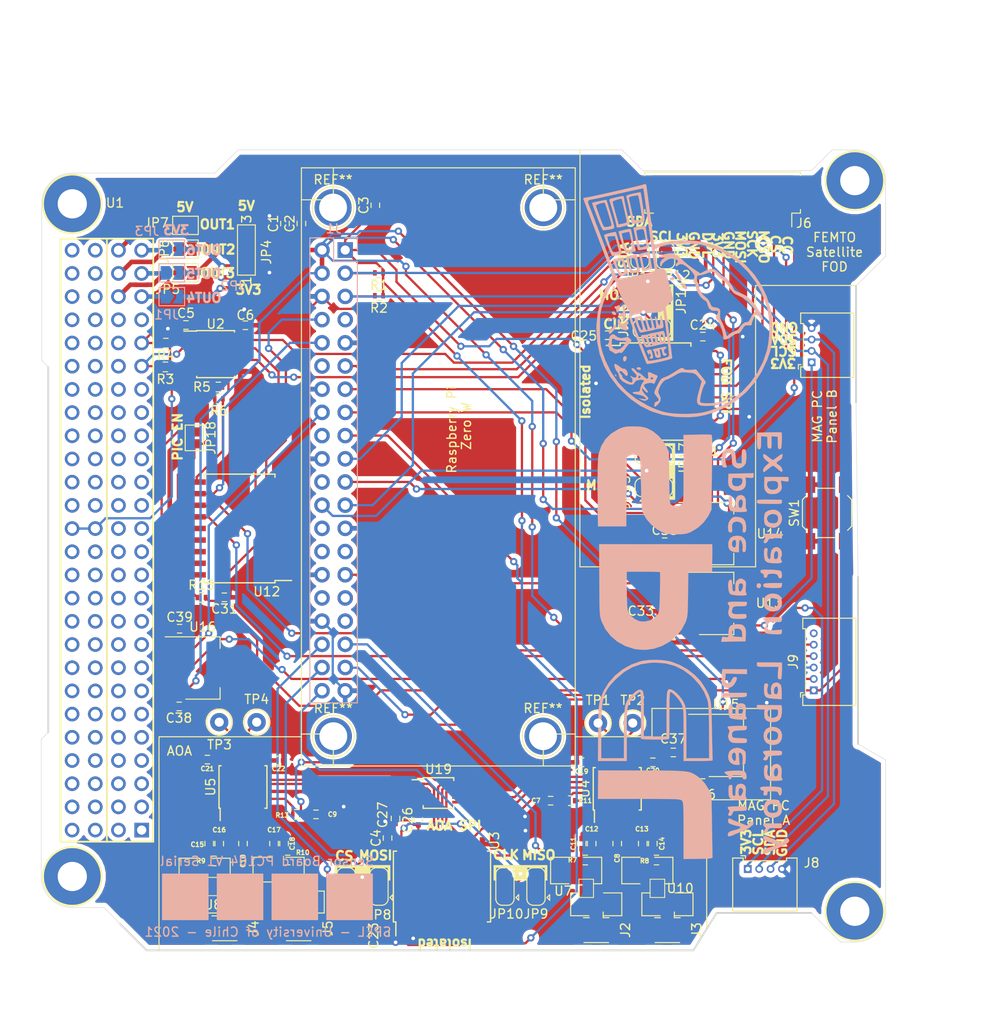
<source format=kicad_pcb>
(kicad_pcb (version 20171130) (host pcbnew "(5.1.2)-2")
  (layers (0 F.Cu signal) (31 B.Cu signal) (34 B.Paste user) (35 F.Paste user) (36 B.SilkS user) (37 F.SilkS user) (38 B.Mask user) (39 F.Mask user) (44 Edge.Cuts user))
  (net 0 "")
  (net 1 "Net-(U1-Pad46)")
  (net 2 "Net-(U1-Pad45)")
  (net 3 "Net-(U1-Pad44)")
  (net 4 "Net-(U1-Pad42)")
  (net 5 "Net-(U1-Pad40)")
  (net 6 "Net-(U1-Pad39)")
  (net 7 "Net-(U1-Pad38)")
  (net 8 "Net-(U1-Pad37)")
  (net 9 "Net-(U1-Pad36)")
  (net 10 "Net-(U1-Pad35)")
  (net 11 "Net-(U1-Pad34)")
  (net 12 "Net-(U1-Pad33)")
  (net 13 "Net-(U1-Pad32)")
  (net 14 "Net-(U1-Pad31)")
  (net 15 "Net-(U1-Pad30)")
  (net 16 "Net-(U1-Pad29)")
  (net 17 "Net-(U1-Pad28)")
  (net 18 "Net-(U1-Pad27)")
  (net 19 "Net-(U1-Pad26)")
  (net 20 "Net-(U1-Pad25)")
  (net 21 "Net-(U1-Pad24)")
  (net 22 "Net-(U1-Pad23)")
  (net 23 "Net-(U1-Pad22)")
  (net 24 "Net-(U1-Pad21)")
  (net 25 "Net-(U1-Pad20)")
  (net 26 "Net-(U1-Pad19)")
  (net 27 "Net-(U1-Pad18)")
  (net 28 "Net-(U1-Pad17)")
  (net 29 "Net-(U1-Pad16)")
  (net 30 "Net-(U1-Pad15)")
  (net 31 "Net-(U1-Pad14)")
  (net 32 "Net-(U1-Pad13)")
  (net 33 "Net-(U1-Pad12)")
  (net 34 "Net-(U1-Pad11)")
  (net 35 "Net-(U1-Pad10)")
  (net 36 "Net-(U1-Pad9)")
  (net 37 "Net-(U1-Pad8)")
  (net 38 "Net-(U1-Pad7)")
  (net 39 "Net-(U1-Pad6)")
  (net 40 "Net-(U1-Pad5)")
  (net 41 "Net-(U1-Pad4)")
  (net 42 "Net-(U1-Pad3)")
  (net 43 "Net-(U1-Pad2)")
  (net 44 "Net-(U1-Pad1)")
  (net 45 "Net-(U1-Pad104)")
  (net 46 "Net-(U1-Pad103)")
  (net 47 "Net-(U1-Pad102)")
  (net 48 "Net-(U1-Pad101)")
  (net 49 "Net-(U1-Pad100)")
  (net 50 "Net-(U1-Pad99)")
  (net 51 "Net-(U1-Pad98)")
  (net 52 "Net-(U1-Pad97)")
  (net 53 "Net-(U1-Pad96)")
  (net 54 "Net-(U1-Pad95)")
  (net 55 "Net-(U1-Pad94)")
  (net 56 "Net-(U1-Pad93)")
  (net 57 "Net-(U1-Pad92)")
  (net 58 "Net-(U1-Pad91)")
  (net 59 "Net-(U1-Pad90)")
  (net 60 "Net-(U1-Pad89)")
  (net 61 "Net-(U1-Pad88)")
  (net 62 "Net-(U1-Pad87)")
  (net 63 "Net-(U1-Pad86)")
  (net 64 "Net-(U1-Pad85)")
  (net 65 "Net-(U1-Pad84)")
  (net 66 "Net-(U1-Pad83)")
  (net 67 "Net-(U1-Pad82)")
  (net 68 "Net-(U1-Pad81)")
  (net 69 "Net-(U1-Pad78)")
  (net 70 "Net-(U1-Pad77)")
  (net 71 "Net-(U1-Pad76)")
  (net 72 "Net-(U1-Pad75)")
  (net 73 "Net-(U1-Pad74)")
  (net 74 "Net-(U1-Pad73)")
  (net 75 "Net-(U1-Pad72)")
  (net 76 "Net-(U1-Pad71)")
  (net 77 "Net-(U1-Pad70)")
  (net 78 "Net-(U1-Pad69)")
  (net 79 "Net-(U1-Pad68)")
  (net 80 "Net-(U1-Pad67)")
  (net 81 "Net-(U1-Pad66)")
  (net 82 "Net-(U1-Pad65)")
  (net 83 "Net-(U1-Pad64)")
  (net 84 "Net-(U1-Pad63)")
  (net 85 "Net-(U1-Pad62)")
  (net 86 "Net-(U1-Pad61)")
  (net 87 "Net-(U1-Pad60)")
  (net 88 "Net-(U1-Pad59)")
  (net 89 "Net-(U1-Pad58)")
  (net 90 "Net-(U1-Pad57)")
  (net 91 "Net-(U1-Pad56)")
  (net 92 "Net-(U1-Pad55)")
  (net 93 "Net-(U1-Pad54)")
  (net 94 "Net-(U1-Pad53)")
  (net 95 OUT1_3V3)
  (net 96 3V3IN)
  (net 97 OUT2_3V3)
  (net 98 OUT3_3V3)
  (net 99 VIN)
  (net 100 5VIN)
  (net 101 OUT4_5V0)
  (net 102 OUT5_5V0)
  (net 103 OUT6_5V0)
  (net 104 "Net-(J1-Pad33)")
  (net 105 "Net-(J1-Pad32)")
  (net 106 "Net-(J1-Pad31)")
  (net 107 "Net-(J1-Pad28)")
  (net 108 "Net-(J1-Pad27)")
  (net 109 "Net-(J1-Pad26)")
  (net 110 "Net-(J1-Pad22)")
  (net 111 "Net-(J1-Pad18)")
  (net 112 "Net-(J1-Pad12)")
  (net 113 "Net-(J1-Pad7)")
  (net 114 RPI_SCL)
  (net 115 RPI_SDA)
  (net 116 RPI_3V3)
  (net 117 CSP_SCL)
  (net 118 CSP_SDA)
  (net 119 SAT_3V3)
  (net 120 PIC_SDA)
  (net 121 PIC_3V3)
  (net 122 PIC_SCL)
  (net 123 GND)
  (net 124 AOA_SS)
  (net 125 AOA_MISO)
  (net 126 AOA_MOSI)
  (net 127 AOA_CLK)
  (net 128 "Net-(U4-Pad11)")
  (net 129 "Net-(U5-Pad11)")
  (net 130 "Net-(C8-Pad2)")
  (net 131 "Net-(C10-Pad2)")
  (net 132 ANT1_OUT)
  (net 133 "Net-(C11-Pad2)")
  (net 134 "Net-(C12-Pad2)")
  (net 135 "Net-(C13-Pad2)")
  (net 136 "Net-(C14-Pad2)")
  (net 137 ANT2_OUT)
  (net 138 "Net-(C15-Pad2)")
  (net 139 ANT3_OUT)
  (net 140 "Net-(C16-Pad2)")
  (net 141 "Net-(C17-Pad2)")
  (net 142 ANT4_OUT)
  (net 143 "Net-(C18-Pad2)")
  (net 144 "Net-(C19-Pad1)")
  (net 145 "Net-(C20-Pad1)")
  (net 146 "Net-(C21-Pad1)")
  (net 147 "Net-(C22-Pad1)")
  (net 148 ANT1_IN)
  (net 149 ANT2_IN)
  (net 150 ANT3_IN)
  (net 151 ANT4_IN)
  (net 152 VMAG1)
  (net 153 VPHS1)
  (net 154 VMAG2)
  (net 155 VPHS2)
  (net 156 AOA_5V)
  (net 157 FOD_SDA)
  (net 158 FOD_SCL)
  (net 159 FOD_3V3)
  (net 160 FOD_DPL)
  (net 161 FOD_MOSI)
  (net 162 FOD_SCK)
  (net 163 FOD_MISO)
  (net 164 FOD_CS)
  (net 165 FOD_CC)
  (net 166 MAG_3V3)
  (net 167 MCLR)
  (net 168 PIC_3V3J)
  (net 169 "Net-(U12-Pad1)")
  (net 170 "Net-(U12-Pad2)")
  (net 171 "Net-(U12-Pad3)")
  (net 172 "Net-(U12-Pad6)")
  (net 173 RPI_TX)
  (net 174 "Net-(U12-Pad9)")
  (net 175 RPI_RX)
  (net 176 ICSPCLK)
  (net 177 ICSPDAT)
  (net 178 "Net-(U12-Pad15)")
  (net 179 "Net-(U12-Pad16)")
  (net 180 "Net-(U12-Pad17)")
  (net 181 "Net-(U12-Pad18)")
  (net 182 "Net-(J9-Pad6)")
  (net 183 AOA_EN)
  (net 184 MAG_EN)
  (net 185 FOD_EN)
  (net 186 PIC_EN)
  (net 187 "Net-(U13-Pad2)")
  (net 188 "Net-(U14-Pad2)")
  (net 189 "Net-(U15-Pad2)")
  (net 190 "Net-(U16-Pad2)")
  (net 191 ifRPI_MOSI)
  (net 192 MOSI0)
  (net 193 ifRPI_MISO)
  (net 194 MISO0)
  (net 195 CLK0)
  (net 196 ifRPI_CLK)
  (net 197 SS00)
  (net 198 ifRPI_SS0)
  (net 199 MOSI1)
  (net 200 iaRPI_MOSI)
  (net 201 MISO1)
  (net 202 iaRPI_MISO)
  (net 203 iaRPI_CLK)
  (net 204 CLK1)
  (net 205 iaRPI_SS0)
  (net 206 SS10)
  (module L86:SPEL_logo (layer B.Cu) (at 104.33 83.43 270)
    (fp_text reference G*** hide)
    (fp_text value LOGO hide)
  )
  (module Payload:PC104-Standard (layer F.Cu) (at 37.05 122.3)
    (fp_text reference U1 (at 4.68 -73.76) (layer F.SilkS))
    (fp_text value Payload)
    (fp_line (start 85.86 -64.67) (end 85.86 -51.92) (layer Edge.Cuts) (width 0.2))
    (fp_line (start 86.08 -32.8) (end 86.08 -14.51) (layer Edge.Cuts) (width 0.2))
    (fp_line (start 80.98 3.99) (end 70.59 3.99) (layer Edge.Cuts) (width 0.2))
    (fp_line (start 68.04 8.09) (end 8.14 8.09) (layer Edge.Cuts) (width 0.2))
    (fp_line (start 70.59 3.99) (end 68.04 8.09) (layer Edge.Cuts) (width 0.2))
    (fp_line (start -2.63 -15.8) (end -2.63 -55.8) (layer Edge.Cuts) (width 0.2))
    (fp_line (start 8.14 8.09) (end 5.18 5.13) (layer Edge.Cuts) (width 0.2))
    (pad "" thru_hole circle (at 0 0) (size 6.35 6.35) (drill 3.2) (layers *.Cu *.Mask))
    (pad "" thru_hole circle (at 0 -73.66) (size 6.35 6.35) (drill 3.2) (layers *.Cu *.Mask))
    (pad 52 thru_hole circle (at 5.06 -68.58) (size 1.6 1.6) (drill 1.016) (layers *.Cu *.Mask) (net 103 OUT6_5V0))
    (pad 51 thru_hole circle (at 7.6 -68.58) (size 1.6 1.6) (drill 1.016) (layers *.Cu *.Mask) (net 98 OUT3_3V3))
    (pad 50 thru_hole circle (at 5.06 -66.04) (size 1.6 1.6) (drill 1.016) (layers *.Cu *.Mask) (net 102 OUT5_5V0))
    (pad 49 thru_hole circle (at 7.6 -66.04) (size 1.6 1.6) (drill 1.016) (layers *.Cu *.Mask) (net 97 OUT2_3V3))
    (pad 48 thru_hole circle (at 5.06 -63.5) (size 1.6 1.6) (drill 1.016) (layers *.Cu *.Mask) (net 101 OUT4_5V0))
    (pad 47 thru_hole circle (at 7.6 -63.5) (size 1.6 1.6) (drill 1.016) (layers *.Cu *.Mask) (net 95 OUT1_3V3))
    (pad 46 thru_hole circle (at 5.06 -60.96) (size 1.6 1.6) (drill 1.016) (layers *.Cu *.Mask) (net 1 "Net-(U1-Pad46)"))
    (pad 45 thru_hole circle (at 7.6 -60.96) (size 1.6 1.6) (drill 1.016) (layers *.Cu *.Mask) (net 2 "Net-(U1-Pad45)"))
    (pad 44 thru_hole circle (at 5.06 -58.42) (size 1.6 1.6) (drill 1.016) (layers *.Cu *.Mask) (net 3 "Net-(U1-Pad44)"))
    (pad 43 thru_hole circle (at 7.6 -58.42) (size 1.6 1.6) (drill 1.016) (layers *.Cu *.Mask) (net 117 CSP_SCL))
    (pad 42 thru_hole circle (at 5.06 -55.88) (size 1.6 1.6) (drill 1.016) (layers *.Cu *.Mask) (net 4 "Net-(U1-Pad42)"))
    (pad 41 thru_hole circle (at 7.6 -55.88) (size 1.6 1.6) (drill 1.016) (layers *.Cu *.Mask) (net 118 CSP_SDA))
    (pad 40 thru_hole circle (at 5.06 -53.34) (size 1.6 1.6) (drill 1.016) (layers *.Cu *.Mask) (net 5 "Net-(U1-Pad40)"))
    (pad 39 thru_hole circle (at 7.6 -53.34) (size 1.6 1.6) (drill 1.016) (layers *.Cu *.Mask) (net 6 "Net-(U1-Pad39)"))
    (pad 38 thru_hole circle (at 5.06 -50.8) (size 1.6 1.6) (drill 1.016) (layers *.Cu *.Mask) (net 7 "Net-(U1-Pad38)"))
    (pad 37 thru_hole circle (at 7.6 -50.8) (size 1.6 1.6) (drill 1.016) (layers *.Cu *.Mask) (net 8 "Net-(U1-Pad37)"))
    (pad 36 thru_hole circle (at 5.06 -48.26) (size 1.6 1.6) (drill 1.016) (layers *.Cu *.Mask) (net 9 "Net-(U1-Pad36)"))
    (pad 35 thru_hole circle (at 7.6 -48.26) (size 1.6 1.6) (drill 1.016) (layers *.Cu *.Mask) (net 10 "Net-(U1-Pad35)"))
    (pad 34 thru_hole circle (at 5.06 -45.72) (size 1.6 1.6) (drill 1.016) (layers *.Cu *.Mask) (net 11 "Net-(U1-Pad34)"))
    (pad 33 thru_hole circle (at 7.6 -45.72) (size 1.6 1.6) (drill 1.016) (layers *.Cu *.Mask) (net 12 "Net-(U1-Pad33)"))
    (pad 32 thru_hole circle (at 5.06 -43.18) (size 1.6 1.6) (drill 1.016) (layers *.Cu *.Mask) (net 13 "Net-(U1-Pad32)"))
    (pad 31 thru_hole circle (at 7.6 -43.18) (size 1.6 1.6) (drill 1.016) (layers *.Cu *.Mask) (net 14 "Net-(U1-Pad31)"))
    (pad 30 thru_hole circle (at 5.06 -40.64) (size 1.6 1.6) (drill 1.016) (layers *.Cu *.Mask) (net 15 "Net-(U1-Pad30)"))
    (pad 29 thru_hole circle (at 7.6 -40.64) (size 1.6 1.6) (drill 1.016) (layers *.Cu *.Mask) (net 16 "Net-(U1-Pad29)"))
    (pad 28 thru_hole circle (at 5.06 -38.1) (size 1.6 1.6) (drill 1.016) (layers *.Cu *.Mask) (net 17 "Net-(U1-Pad28)"))
    (pad 27 thru_hole circle (at 7.6 -38.1) (size 1.6 1.6) (drill 1.016) (layers *.Cu *.Mask) (net 18 "Net-(U1-Pad27)"))
    (pad 26 thru_hole circle (at 5.06 -35.56) (size 1.6 1.6) (drill 1.016) (layers *.Cu *.Mask) (net 19 "Net-(U1-Pad26)"))
    (pad 25 thru_hole circle (at 7.6 -35.56) (size 1.6 1.6) (drill 1.016) (layers *.Cu *.Mask) (net 20 "Net-(U1-Pad25)"))
    (pad 24 thru_hole circle (at 5.06 -33.02) (size 1.6 1.6) (drill 1.016) (layers *.Cu *.Mask) (net 21 "Net-(U1-Pad24)"))
    (pad 23 thru_hole circle (at 7.6 -33.02) (size 1.6 1.6) (drill 1.016) (layers *.Cu *.Mask) (net 22 "Net-(U1-Pad23)"))
    (pad 22 thru_hole circle (at 5.06 -30.48) (size 1.6 1.6) (drill 1.016) (layers *.Cu *.Mask) (net 23 "Net-(U1-Pad22)"))
    (pad 21 thru_hole circle (at 7.6 -30.48) (size 1.6 1.6) (drill 1.016) (layers *.Cu *.Mask) (net 24 "Net-(U1-Pad21)"))
    (pad 20 thru_hole circle (at 5.06 -27.94) (size 1.6 1.6) (drill 1.016) (layers *.Cu *.Mask) (net 25 "Net-(U1-Pad20)"))
    (pad 19 thru_hole circle (at 7.6 -27.94) (size 1.6 1.6) (drill 1.016) (layers *.Cu *.Mask) (net 26 "Net-(U1-Pad19)"))
    (pad 18 thru_hole circle (at 5.06 -25.4) (size 1.6 1.6) (drill 1.016) (layers *.Cu *.Mask) (net 27 "Net-(U1-Pad18)"))
    (pad 17 thru_hole circle (at 7.6 -25.4) (size 1.6 1.6) (drill 1.016) (layers *.Cu *.Mask) (net 28 "Net-(U1-Pad17)"))
    (pad 16 thru_hole circle (at 5.06 -22.86) (size 1.6 1.6) (drill 1.016) (layers *.Cu *.Mask) (net 29 "Net-(U1-Pad16)"))
    (pad 15 thru_hole circle (at 7.6 -22.86) (size 1.6 1.6) (drill 1.016) (layers *.Cu *.Mask) (net 30 "Net-(U1-Pad15)"))
    (pad 14 thru_hole circle (at 5.06 -20.32) (size 1.6 1.6) (drill 1.016) (layers *.Cu *.Mask) (net 31 "Net-(U1-Pad14)"))
    (pad 13 thru_hole circle (at 7.6 -20.32) (size 1.6 1.6) (drill 1.016) (layers *.Cu *.Mask) (net 32 "Net-(U1-Pad13)"))
    (pad 12 thru_hole circle (at 5.06 -17.78) (size 1.6 1.6) (drill 1.016) (layers *.Cu *.Mask) (net 33 "Net-(U1-Pad12)"))
    (pad 11 thru_hole circle (at 7.6 -17.78) (size 1.6 1.6) (drill 1.016) (layers *.Cu *.Mask) (net 34 "Net-(U1-Pad11)"))
    (pad 10 thru_hole circle (at 5.06 -15.24) (size 1.6 1.6) (drill 1.016) (layers *.Cu *.Mask) (net 35 "Net-(U1-Pad10)"))
    (pad 9 thru_hole circle (at 7.6 -15.24) (size 1.6 1.6) (drill 1.016) (layers *.Cu *.Mask) (net 36 "Net-(U1-Pad9)"))
    (pad 8 thru_hole circle (at 5.06 -12.7) (size 1.6 1.6) (drill 1.016) (layers *.Cu *.Mask) (net 37 "Net-(U1-Pad8)"))
    (pad 7 thru_hole circle (at 7.6 -12.7) (size 1.6 1.6) (drill 1.016) (layers *.Cu *.Mask) (net 38 "Net-(U1-Pad7)"))
    (pad 6 thru_hole circle (at 5.06 -10.16) (size 1.6 1.6) (drill 1.016) (layers *.Cu *.Mask) (net 39 "Net-(U1-Pad6)"))
    (pad 5 thru_hole circle (at 7.6 -10.16) (size 1.6 1.6) (drill 1.016) (layers *.Cu *.Mask) (net 40 "Net-(U1-Pad5)"))
    (pad 4 thru_hole circle (at 5.06 -7.62) (size 1.6 1.6) (drill 1.016) (layers *.Cu *.Mask) (net 41 "Net-(U1-Pad4)"))
    (pad 3 thru_hole circle (at 7.6 -7.62) (size 1.6 1.6) (drill 1.016) (layers *.Cu *.Mask) (net 42 "Net-(U1-Pad3)"))
    (pad 2 thru_hole circle (at 5.06 -5.08) (size 1.6 1.6) (drill 1.016) (layers *.Cu *.Mask) (net 43 "Net-(U1-Pad2)"))
    (pad 1 thru_hole rect (at 7.6 -5.08) (size 1.6 1.6) (drill 1.016) (layers *.Cu *.Mask) (net 44 "Net-(U1-Pad1)"))
    (pad 104 thru_hole circle (at -0.02 -68.58) (size 1.6 1.6) (drill 1.016) (layers *.Cu *.Mask) (net 45 "Net-(U1-Pad104)"))
    (pad 103 thru_hole circle (at 2.52 -68.58) (size 1.6 1.6) (drill 1.016) (layers *.Cu *.Mask) (net 46 "Net-(U1-Pad103)"))
    (pad 102 thru_hole circle (at -0.02 -66.04) (size 1.6 1.6) (drill 1.016) (layers *.Cu *.Mask) (net 47 "Net-(U1-Pad102)"))
    (pad 101 thru_hole circle (at 2.52 -66.04) (size 1.6 1.6) (drill 1.016) (layers *.Cu *.Mask) (net 48 "Net-(U1-Pad101)"))
    (pad 100 thru_hole circle (at -0.02 -63.5) (size 1.6 1.6) (drill 1.016) (layers *.Cu *.Mask) (net 49 "Net-(U1-Pad100)"))
    (pad 99 thru_hole circle (at 2.52 -63.5) (size 1.6 1.6) (drill 1.016) (layers *.Cu *.Mask) (net 50 "Net-(U1-Pad99)"))
    (pad 98 thru_hole circle (at -0.02 -60.96) (size 1.6 1.6) (drill 1.016) (layers *.Cu *.Mask) (net 51 "Net-(U1-Pad98)"))
    (pad 97 thru_hole circle (at 2.52 -60.96) (size 1.6 1.6) (drill 1.016) (layers *.Cu *.Mask) (net 52 "Net-(U1-Pad97)"))
    (pad 96 thru_hole circle (at -0.02 -58.42) (size 1.6 1.6) (drill 1.016) (layers *.Cu *.Mask) (net 53 "Net-(U1-Pad96)"))
    (pad 95 thru_hole circle (at 2.52 -58.42) (size 1.6 1.6) (drill 1.016) (layers *.Cu *.Mask) (net 54 "Net-(U1-Pad95)"))
    (pad 94 thru_hole circle (at -0.02 -55.88) (size 1.6 1.6) (drill 1.016) (layers *.Cu *.Mask) (net 55 "Net-(U1-Pad94)"))
    (pad 93 thru_hole circle (at 2.52 -55.88) (size 1.6 1.6) (drill 1.016) (layers *.Cu *.Mask) (net 56 "Net-(U1-Pad93)"))
    (pad 92 thru_hole circle (at -0.02 -53.34) (size 1.6 1.6) (drill 1.016) (layers *.Cu *.Mask) (net 57 "Net-(U1-Pad92)"))
    (pad 91 thru_hole circle (at 2.52 -53.34) (size 1.6 1.6) (drill 1.016) (layers *.Cu *.Mask) (net 58 "Net-(U1-Pad91)"))
    (pad 90 thru_hole circle (at -0.02 -50.8) (size 1.6 1.6) (drill 1.016) (layers *.Cu *.Mask) (net 59 "Net-(U1-Pad90)"))
    (pad 89 thru_hole circle (at 2.52 -50.8) (size 1.6 1.6) (drill 1.016) (layers *.Cu *.Mask) (net 60 "Net-(U1-Pad89)"))
    (pad 88 thru_hole circle (at -0.02 -48.26) (size 1.6 1.6) (drill 1.016) (layers *.Cu *.Mask) (net 61 "Net-(U1-Pad88)"))
    (pad 87 thru_hole circle (at 2.52 -48.26) (size 1.6 1.6) (drill 1.016) (layers *.Cu *.Mask) (net 62 "Net-(U1-Pad87)"))
    (pad 86 thru_hole circle (at -0.02 -45.72) (size 1.6 1.6) (drill 1.016) (layers *.Cu *.Mask) (net 63 "Net-(U1-Pad86)"))
    (pad 85 thru_hole circle (at 2.52 -45.72) (size 1.6 1.6) (drill 1.016) (layers *.Cu *.Mask) (net 64 "Net-(U1-Pad85)"))
    (pad 84 thru_hole circle (at -0.02 -43.18) (size 1.6 1.6) (drill 1.016) (layers *.Cu *.Mask) (net 65 "Net-(U1-Pad84)"))
    (pad 83 thru_hole circle (at 2.52 -43.18) (size 1.6 1.6) (drill 1.016) (layers *.Cu *.Mask) (net 66 "Net-(U1-Pad83)"))
    (pad 82 thru_hole circle (at -0.02 -40.64) (size 1.6 1.6) (drill 1.016) (layers *.Cu *.Mask) (net 67 "Net-(U1-Pad82)"))
    (pad 81 thru_hole circle (at 2.52 -40.64) (size 1.6 1.6) (drill 1.016) (layers *.Cu *.Mask) (net 68 "Net-(U1-Pad81)"))
    (pad 80 thru_hole circle (at -0.02 -38.1) (size 1.6 1.6) (drill 1.016) (layers *.Cu *.Mask) (net 119 SAT_3V3))
    (pad 79 thru_hole circle (at 2.52 -38.1) (size 1.6 1.6) (drill 1.016) (layers *.Cu *.Mask) (net 119 SAT_3V3))
    (pad 78 thru_hole circle (at -0.02 -35.56) (size 1.6 1.6) (drill 1.016) (layers *.Cu *.Mask) (net 69 "Net-(U1-Pad78)"))
    (pad 77 thru_hole circle (at 2.52 -35.56) (size 1.6 1.6) (drill 1.016) (layers *.Cu *.Mask) (net 70 "Net-(U1-Pad77)"))
    (pad 76 thru_hole circle (at -0.02 -33.02) (size 1.6 1.6) (drill 1.016) (layers *.Cu *.Mask) (net 71 "Net-(U1-Pad76)"))
    (pad 75 thru_hole circle (at 2.52 -33.02) (size 1.6 1.6) (drill 1.016) (layers *.Cu *.Mask) (net 72 "Net-(U1-Pad75)"))
    (pad 74 thru_hole circle (at -0.02 -30.48) (size 1.6 1.6) (drill 1.016) (layers *.Cu *.Mask) (net 73 "Net-(U1-Pad74)"))
    (pad 73 thru_hole circle (at 2.52 -30.48) (size 1.6 1.6) (drill 1.016) (layers *.Cu *.Mask) (net 74 "Net-(U1-Pad73)"))
    (pad 72 thru_hole circle (at -0.02 -27.94) (size 1.6 1.6) (drill 1.016) (layers *.Cu *.Mask) (net 75 "Net-(U1-Pad72)"))
    (pad 71 thru_hole circle (at 2.52 -27.94) (size 1.6 1.6) (drill 1.016) (layers *.Cu *.Mask) (net 76 "Net-(U1-Pad71)"))
    (pad 70 thru_hole circle (at -0.02 -25.4) (size 1.6 1.6) (drill 1.016) (layers *.Cu *.Mask) (net 77 "Net-(U1-Pad70)"))
    (pad 69 thru_hole circle (at 2.52 -25.4) (size 1.6 1.6) (drill 1.016) (layers *.Cu *.Mask) (net 78 "Net-(U1-Pad69)"))
    (pad 68 thru_hole circle (at -0.02 -22.86) (size 1.6 1.6) (drill 1.016) (layers *.Cu *.Mask) (net 79 "Net-(U1-Pad68)"))
    (pad 67 thru_hole circle (at 2.52 -22.86) (size 1.6 1.6) (drill 1.016) (layers *.Cu *.Mask) (net 80 "Net-(U1-Pad67)"))
    (pad 66 thru_hole circle (at -0.02 -20.32) (size 1.6 1.6) (drill 1.016) (layers *.Cu *.Mask) (net 81 "Net-(U1-Pad66)"))
    (pad 65 thru_hole circle (at 2.52 -20.32) (size 1.6 1.6) (drill 1.016) (layers *.Cu *.Mask) (net 82 "Net-(U1-Pad65)"))
    (pad 64 thru_hole circle (at -0.02 -17.78) (size 1.6 1.6) (drill 1.016) (layers *.Cu *.Mask) (net 83 "Net-(U1-Pad64)"))
    (pad 63 thru_hole circle (at 2.52 -17.78) (size 1.6 1.6) (drill 1.016) (layers *.Cu *.Mask) (net 84 "Net-(U1-Pad63)"))
    (pad 62 thru_hole circle (at -0.02 -15.24) (size 1.6 1.6) (drill 1.016) (layers *.Cu *.Mask) (net 85 "Net-(U1-Pad62)"))
    (pad 61 thru_hole circle (at 2.52 -15.24) (size 1.6 1.6) (drill 1.016) (layers *.Cu *.Mask) (net 86 "Net-(U1-Pad61)"))
    (pad 60 thru_hole circle (at -0.02 -12.7) (size 1.6 1.6) (drill 1.016) (layers *.Cu *.Mask) (net 87 "Net-(U1-Pad60)"))
    (pad 59 thru_hole circle (at 2.52 -12.7) (size 1.6 1.6) (drill 1.016) (layers *.Cu *.Mask) (net 88 "Net-(U1-Pad59)"))
    (pad 58 thru_hole circle (at -0.02 -10.16) (size 1.6 1.6) (drill 1.016) (layers *.Cu *.Mask) (net 89 "Net-(U1-Pad58)"))
    (pad 57 thru_hole circle (at 2.52 -10.16 90) (size 1.6 1.6) (drill 1.016) (layers *.Cu *.Mask) (net 90 "Net-(U1-Pad57)"))
    (pad 56 thru_hole circle (at -0.02 -7.62) (size 1.6 1.6) (drill 1.016) (layers *.Cu *.Mask) (net 91 "Net-(U1-Pad56)"))
    (pad 55 thru_hole circle (at 2.52 -7.62) (size 1.6 1.6) (drill 1.016) (layers *.Cu *.Mask) (net 92 "Net-(U1-Pad55)"))
    (pad 54 thru_hole circle (at -0.02 -5.08) (size 1.6 1.6) (drill 1.016) (layers *.Cu *.Mask) (net 93 "Net-(U1-Pad54)"))
    (pad 53 thru_hole circle (at 2.52 -5.08) (size 1.6 1.6) (drill 1.016) (layers *.Cu *.Mask) (net 94 "Net-(U1-Pad53)"))
    (pad "" thru_hole circle (at 85.73 3.81) (size 6.35 6.35) (drill 3.2) (layers *.Cu *.Mask))
    (pad "" thru_hole circle (at 85.73 -76.2) (size 6.35 6.35) (drill 3.2) (layers *.Cu *.Mask))
  )
  (module Connectors:1pin (layer F.Cu) (at 65.62 49.05)
    (fp_text reference REF** (at 0 -3.048) (layer F.SilkS))
    (fp_text value 1pin)
    (pad 1 thru_hole circle (at 0 0) (size 4.064 4.064) (drill 3.048) (layers *.Cu *.Mask))
  )
  (module Connectors:1pin (layer F.Cu) (at 65.65 106.94)
    (fp_text reference REF** (at 0 -3.048) (layer F.SilkS))
    (fp_text value 1pin)
    (pad 1 thru_hole circle (at 0 0) (size 4.064 4.064) (drill 3.048) (layers *.Cu *.Mask))
  )
  (module Connectors:1pin (layer F.Cu) (at 88.62 106.94)
    (fp_text reference REF** (at 0 -3.048) (layer F.SilkS))
    (fp_text value 1pin)
    (pad 1 thru_hole circle (at 0 0) (size 4.064 4.064) (drill 3.048) (layers *.Cu *.Mask))
  )
  (module Connectors:1pin (layer F.Cu) (at 88.65 49.05)
    (fp_text reference REF** (at 0 -3.048) (layer F.SilkS))
    (fp_text value 1pin)
    (pad 1 thru_hole circle (at 0 0) (size 4.064 4.064) (drill 3.048) (layers *.Cu *.Mask))
  )
  (module Jumper:SolderJumper-2_P1.3mm_Open_TrianglePad1.0x1.5mm (layer B.Cu) (at 47.95 58.8)
    (fp_text reference JP1 (at -0.58 1.99) (layer B.SilkS) (effects (justify mirror)))
    (fp_text value Jumper_2_Open)
    (pad 2 smd custom (at 0.725 0) (size 0.3 0.3) (layers B.Cu B.Mask) (net 96 3V3IN) (options (clearance outline) (anchor rect)) (primitives (gr_poly (pts (xy -0.65 0.75) (xy 0.5 0.75) (xy 0.5 -0.75) (xy -0.65 -0.75) (xy -0.15 0)) (width 0))))
    (pad 1 smd custom (at -0.725 0) (size 0.3 0.3) (layers B.Cu B.Mask) (net 95 OUT1_3V3) (options (clearance outline) (anchor rect)) (primitives (gr_poly (pts (xy -0.5 0.75) (xy 0.5 0.75) (xy 1 0) (xy 0.5 -0.75) (xy -0.5 -0.75)) (width 0))))
  )
  (module Jumper:SolderJumper-2_P1.3mm_Open_TrianglePad1.0x1.5mm (layer B.Cu) (at 47.95 56.2)
    (fp_text reference JP2 (at 6.68 1.44) (layer B.SilkS) (effects (justify mirror)))
    (fp_text value Jumper_2_Open)
    (pad 1 smd custom (at -0.725 0) (size 0.3 0.3) (layers B.Cu B.Mask) (net 97 OUT2_3V3) (options (clearance outline) (anchor rect)) (primitives (gr_poly (pts (xy -0.5 0.75) (xy 0.5 0.75) (xy 1 0) (xy 0.5 -0.75) (xy -0.5 -0.75)) (width 0))))
    (pad 2 smd custom (at 0.725 0) (size 0.3 0.3) (layers B.Cu B.Mask) (net 96 3V3IN) (options (clearance outline) (anchor rect)) (primitives (gr_poly (pts (xy -0.65 0.75) (xy 0.5 0.75) (xy 0.5 -0.75) (xy -0.65 -0.75) (xy -0.15 0)) (width 0))))
  )
  (module Jumper:SolderJumper-2_P1.3mm_Open_TrianglePad1.0x1.5mm (layer B.Cu) (at 47.95 53.6)
    (fp_text reference JP3 (at -2.72 -1.96) (layer B.SilkS) (effects (justify mirror)))
    (fp_text value Jumper_2_Open)
    (pad 2 smd custom (at 0.725 0) (size 0.3 0.3) (layers B.Cu B.Mask) (net 96 3V3IN) (options (clearance outline) (anchor rect)) (primitives (gr_poly (pts (xy -0.65 0.75) (xy 0.5 0.75) (xy 0.5 -0.75) (xy -0.65 -0.75) (xy -0.15 0)) (width 0))))
    (pad 1 smd custom (at -0.725 0) (size 0.3 0.3) (layers B.Cu B.Mask) (net 98 OUT3_3V3) (options (clearance outline) (anchor rect)) (primitives (gr_poly (pts (xy -0.5 0.75) (xy 0.5 0.75) (xy 1 0) (xy 0.5 -0.75) (xy -0.5 -0.75)) (width 0))))
  )
  (module Jumper:SolderJumper-3_P2.0mm_Open_TrianglePad1.0x1.5mm_NumberLabels (layer F.Cu) (at 56.15 53.7 90)
    (fp_text reference JP4 (at -0.23 2.17 90) (layer F.SilkS))
    (fp_text value Jumper_3_Open)
    (fp_text user 3 (at 3.4 0 90) (layer F.SilkS))
    (fp_text user 1 (at -3.35 0 90) (layer F.SilkS))
    (pad 1 smd custom (at -2 0 90) (size 0.3 0.3) (layers F.Cu F.Mask) (net 96 3V3IN) (options (clearance outline) (anchor rect)) (primitives (gr_poly (pts (xy -0.5 -0.75) (xy 0.5 -0.75) (xy 1 0) (xy 0.5 0.75) (xy -0.5 0.75)) (width 0))))
    (pad 2 smd custom (at 0 0 90) (size 0.3 0.3) (layers F.Cu) (net 99 VIN) (options (clearance outline) (anchor rect)) (primitives (gr_poly (pts (xy -1.2 -0.75) (xy 1.2 -0.75) (xy 0.7 0) (xy 1.2 0.75) (xy -1.2 0.75) (xy -0.7 0)) (width 0))))
    (pad 3 smd custom (at 2 0 270) (size 0.3 0.3) (layers F.Cu F.Mask) (net 100 5VIN) (options (clearance outline) (anchor rect)) (primitives (gr_poly (pts (xy -0.5 -0.75) (xy 0.5 -0.75) (xy 1 0) (xy 0.5 0.75) (xy -0.5 0.75)) (width 0))))
  )
  (module Jumper:SolderJumper-2_P1.3mm_Open_TrianglePad1.0x1.5mm (layer F.Cu) (at 49.45 56.2)
    (fp_text reference JP5 (at -1.95 1.79) (layer F.SilkS))
    (fp_text value Jumper_2_Open)
    (pad 1 smd custom (at -0.725 0) (size 0.3 0.3) (layers F.Cu F.Mask) (net 101 OUT4_5V0) (options (clearance outline) (anchor rect)) (primitives (gr_poly (pts (xy -0.5 -0.75) (xy 0.5 -0.75) (xy 1 0) (xy 0.5 0.75) (xy -0.5 0.75)) (width 0))))
    (pad 2 smd custom (at 0.725 0) (size 0.3 0.3) (layers F.Cu F.Mask) (net 100 5VIN) (options (clearance outline) (anchor rect)) (primitives (gr_poly (pts (xy -0.65 -0.75) (xy 0.5 -0.75) (xy 0.5 0.75) (xy -0.65 0.75) (xy -0.15 0)) (width 0))))
  )
  (module Jumper:SolderJumper-2_P1.3mm_Open_TrianglePad1.0x1.5mm (layer F.Cu) (at 49.45 53.6)
    (fp_text reference JP6 (at -2.33 0.27 90) (layer F.SilkS))
    (fp_text value Jumper_2_Open)
    (pad 2 smd custom (at 0.725 0) (size 0.3 0.3) (layers F.Cu F.Mask) (net 100 5VIN) (options (clearance outline) (anchor rect)) (primitives (gr_poly (pts (xy -0.65 -0.75) (xy 0.5 -0.75) (xy 0.5 0.75) (xy -0.65 0.75) (xy -0.15 0)) (width 0))))
    (pad 1 smd custom (at -0.725 0) (size 0.3 0.3) (layers F.Cu F.Mask) (net 102 OUT5_5V0) (options (clearance outline) (anchor rect)) (primitives (gr_poly (pts (xy -0.5 -0.75) (xy 0.5 -0.75) (xy 1 0) (xy 0.5 0.75) (xy -0.5 0.75)) (width 0))))
  )
  (module Jumper:SolderJumper-2_P1.3mm_Open_TrianglePad1.0x1.5mm (layer F.Cu) (at 49.45 51)
    (fp_text reference JP7 (at -3.19 -0.28) (layer F.SilkS))
    (fp_text value Jumper_2_Open)
    (pad 1 smd custom (at -0.725 0) (size 0.3 0.3) (layers F.Cu F.Mask) (net 103 OUT6_5V0) (options (clearance outline) (anchor rect)) (primitives (gr_poly (pts (xy -0.5 -0.75) (xy 0.5 -0.75) (xy 1 0) (xy 0.5 0.75) (xy -0.5 0.75)) (width 0))))
    (pad 2 smd custom (at 0.725 0) (size 0.3 0.3) (layers F.Cu F.Mask) (net 100 5VIN) (options (clearance outline) (anchor rect)) (primitives (gr_poly (pts (xy -0.65 -0.75) (xy 0.5 -0.75) (xy 0.5 0.75) (xy -0.65 0.75) (xy -0.15 0)) (width 0))))
  )
  (module Pin_Headers:Pin_Header_Straight_2x20_Pitch2.54mm (layer B.Cu) (at 66.95 53.7 180)
    (fp_text reference J1 (at 1.27 2.33) (layer B.SilkS) (effects (justify mirror)))
    (fp_text value RPi_GPIO)
    (pad 40 thru_hole oval (at 2.54 -48.26 180) (size 1.7 1.7) (drill 1) (layers *.Cu *.Mask) (net 204 CLK1))
    (pad 39 thru_hole oval (at 0 -48.26 180) (size 1.7 1.7) (drill 1) (layers *.Cu *.Mask) (net 123 GND))
    (pad 38 thru_hole oval (at 2.54 -45.72 180) (size 1.7 1.7) (drill 1) (layers *.Cu *.Mask) (net 199 MOSI1))
    (pad 37 thru_hole oval (at 0 -45.72 180) (size 1.7 1.7) (drill 1) (layers *.Cu *.Mask) (net 183 AOA_EN))
    (pad 36 thru_hole oval (at 2.54 -43.18 180) (size 1.7 1.7) (drill 1) (layers *.Cu *.Mask) (net 206 SS10))
    (pad 35 thru_hole oval (at 0 -43.18 180) (size 1.7 1.7) (drill 1) (layers *.Cu *.Mask) (net 201 MISO1))
    (pad 34 thru_hole oval (at 2.54 -40.64 180) (size 1.7 1.7) (drill 1) (layers *.Cu *.Mask) (net 123 GND))
    (pad 33 thru_hole oval (at 0 -40.64 180) (size 1.7 1.7) (drill 1) (layers *.Cu *.Mask) (net 104 "Net-(J1-Pad33)"))
    (pad 32 thru_hole oval (at 2.54 -38.1 180) (size 1.7 1.7) (drill 1) (layers *.Cu *.Mask) (net 105 "Net-(J1-Pad32)"))
    (pad 31 thru_hole oval (at 0 -38.1 180) (size 1.7 1.7) (drill 1) (layers *.Cu *.Mask) (net 106 "Net-(J1-Pad31)"))
    (pad 30 thru_hole oval (at 2.54 -35.56 180) (size 1.7 1.7) (drill 1) (layers *.Cu *.Mask) (net 123 GND))
    (pad 29 thru_hole oval (at 0 -35.56 180) (size 1.7 1.7) (drill 1) (layers *.Cu *.Mask) (net 184 MAG_EN))
    (pad 28 thru_hole oval (at 2.54 -33.02 180) (size 1.7 1.7) (drill 1) (layers *.Cu *.Mask) (net 107 "Net-(J1-Pad28)"))
    (pad 27 thru_hole oval (at 0 -33.02 180) (size 1.7 1.7) (drill 1) (layers *.Cu *.Mask) (net 108 "Net-(J1-Pad27)"))
    (pad 26 thru_hole oval (at 2.54 -30.48 180) (size 1.7 1.7) (drill 1) (layers *.Cu *.Mask) (net 109 "Net-(J1-Pad26)"))
    (pad 25 thru_hole oval (at 0 -30.48 180) (size 1.7 1.7) (drill 1) (layers *.Cu *.Mask) (net 123 GND))
    (pad 24 thru_hole oval (at 2.54 -27.94 180) (size 1.7 1.7) (drill 1) (layers *.Cu *.Mask) (net 197 SS00))
    (pad 23 thru_hole oval (at 0 -27.94 180) (size 1.7 1.7) (drill 1) (layers *.Cu *.Mask) (net 195 CLK0))
    (pad 22 thru_hole oval (at 2.54 -25.4 180) (size 1.7 1.7) (drill 1) (layers *.Cu *.Mask) (net 110 "Net-(J1-Pad22)"))
    (pad 21 thru_hole oval (at 0 -25.4 180) (size 1.7 1.7) (drill 1) (layers *.Cu *.Mask) (net 194 MISO0))
    (pad 20 thru_hole oval (at 2.54 -22.86 180) (size 1.7 1.7) (drill 1) (layers *.Cu *.Mask) (net 123 GND))
    (pad 19 thru_hole oval (at 0 -22.86 180) (size 1.7 1.7) (drill 1) (layers *.Cu *.Mask) (net 192 MOSI0))
    (pad 18 thru_hole oval (at 2.54 -20.32 180) (size 1.7 1.7) (drill 1) (layers *.Cu *.Mask) (net 111 "Net-(J1-Pad18)"))
    (pad 17 thru_hole oval (at 0 -20.32 180) (size 1.7 1.7) (drill 1) (layers *.Cu *.Mask) (net 116 RPI_3V3))
    (pad 16 thru_hole oval (at 2.54 -17.78 180) (size 1.7 1.7) (drill 1) (layers *.Cu *.Mask) (net 186 PIC_EN))
    (pad 15 thru_hole oval (at 0 -17.78 180) (size 1.7 1.7) (drill 1) (layers *.Cu *.Mask) (net 165 FOD_CC))
    (pad 14 thru_hole oval (at 2.54 -15.24 180) (size 1.7 1.7) (drill 1) (layers *.Cu *.Mask) (net 123 GND))
    (pad 13 thru_hole oval (at 0 -15.24 180) (size 1.7 1.7) (drill 1) (layers *.Cu *.Mask) (net 185 FOD_EN))
    (pad 12 thru_hole oval (at 2.54 -12.7 180) (size 1.7 1.7) (drill 1) (layers *.Cu *.Mask) (net 112 "Net-(J1-Pad12)"))
    (pad 11 thru_hole oval (at 0 -12.7 180) (size 1.7 1.7) (drill 1) (layers *.Cu *.Mask) (net 160 FOD_DPL))
    (pad 10 thru_hole oval (at 2.54 -10.16 180) (size 1.7 1.7) (drill 1) (layers *.Cu *.Mask) (net 175 RPI_RX))
    (pad 9 thru_hole oval (at 0 -10.16 180) (size 1.7 1.7) (drill 1) (layers *.Cu *.Mask) (net 123 GND))
    (pad 8 thru_hole oval (at 2.54 -7.62 180) (size 1.7 1.7) (drill 1) (layers *.Cu *.Mask) (net 173 RPI_TX))
    (pad 7 thru_hole oval (at 0 -7.62 180) (size 1.7 1.7) (drill 1) (layers *.Cu *.Mask) (net 113 "Net-(J1-Pad7)"))
    (pad 6 thru_hole oval (at 2.54 -5.08 180) (size 1.7 1.7) (drill 1) (layers *.Cu *.Mask) (net 123 GND))
    (pad 5 thru_hole oval (at 0 -5.08 180) (size 1.7 1.7) (drill 1) (layers *.Cu *.Mask) (net 114 RPI_SCL))
    (pad 4 thru_hole oval (at 2.54 -2.54 180) (size 1.7 1.7) (drill 1) (layers *.Cu *.Mask) (net 99 VIN))
    (pad 3 thru_hole oval (at 0 -2.54 180) (size 1.7 1.7) (drill 1) (layers *.Cu *.Mask) (net 115 RPI_SDA))
    (pad 2 thru_hole oval (at 2.54 0 180) (size 1.7 1.7) (drill 1) (layers *.Cu *.Mask) (net 99 VIN))
    (pad 1 thru_hole rect (at 0 0 180) (size 1.7 1.7) (drill 1) (layers *.Cu *.Mask) (net 116 RPI_3V3))
  )
  (module Resistors_SMD:R_0402 (layer F.Cu) (at 70.65 56.2 180)
    (fp_text reference R1 (at 0 -1.35) (layer F.SilkS))
    (fp_text value R)
    (pad 2 smd rect (at 0.45 0 180) (size 0.4 0.6) (layers F.Cu F.Paste F.Mask) (net 115 RPI_SDA))
    (pad 1 smd rect (at -0.45 0 180) (size 0.4 0.6) (layers F.Cu F.Paste F.Mask) (net 116 RPI_3V3))
  )
  (module Resistors_SMD:R_0402 (layer F.Cu) (at 70.65 58.7 180)
    (fp_text reference R2 (at 0 -1.35) (layer F.SilkS))
    (fp_text value R)
    (pad 1 smd rect (at -0.45 0 180) (size 0.4 0.6) (layers F.Cu F.Paste F.Mask) (net 116 RPI_3V3))
    (pad 2 smd rect (at 0.45 0 180) (size 0.4 0.6) (layers F.Cu F.Paste F.Mask) (net 114 RPI_SCL))
  )
  (module Housings_SOIC:SOIC-8_3.9x4.9mm_Pitch1.27mm (layer F.Cu) (at 52.75 65.1)
    (fp_text reference U2 (at 0 -3.3) (layer F.SilkS))
    (fp_text value ISO1540)
    (pad 8 smd rect (at 2.7 -1.905) (size 1.55 0.6) (layers F.Cu F.Paste F.Mask) (net 168 PIC_3V3J))
    (pad 7 smd rect (at 2.7 -0.635) (size 1.55 0.6) (layers F.Cu F.Paste F.Mask) (net 120 PIC_SDA))
    (pad 6 smd rect (at 2.7 0.635) (size 1.55 0.6) (layers F.Cu F.Paste F.Mask) (net 122 PIC_SCL))
    (pad 5 smd rect (at 2.7 1.905) (size 1.55 0.6) (layers F.Cu F.Paste F.Mask) (net 123 GND))
    (pad 4 smd rect (at -2.7 1.905) (size 1.55 0.6) (layers F.Cu F.Paste F.Mask) (net 123 GND))
    (pad 3 smd rect (at -2.7 0.635) (size 1.55 0.6) (layers F.Cu F.Paste F.Mask) (net 117 CSP_SCL))
    (pad 2 smd rect (at -2.7 -0.635) (size 1.55 0.6) (layers F.Cu F.Paste F.Mask) (net 118 CSP_SDA))
    (pad 1 smd rect (at -2.7 -1.905) (size 1.55 0.6) (layers F.Cu F.Paste F.Mask) (net 119 SAT_3V3))
  )
  (module Resistors_SMD:R_0402 (layer F.Cu) (at 47.25 66.5 180)
    (fp_text reference R3 (at 0 -1.35) (layer F.SilkS))
    (fp_text value R)
    (pad 2 smd rect (at 0.45 0 180) (size 0.4 0.6) (layers F.Cu F.Paste F.Mask) (net 118 CSP_SDA))
    (pad 1 smd rect (at -0.45 0 180) (size 0.4 0.6) (layers F.Cu F.Paste F.Mask) (net 119 SAT_3V3))
  )
  (module Resistors_SMD:R_0402 (layer F.Cu) (at 47.3 63.9 180)
    (fp_text reference R4 (at 0 -1.35) (layer F.SilkS))
    (fp_text value R)
    (pad 1 smd rect (at -0.45 0 180) (size 0.4 0.6) (layers F.Cu F.Paste F.Mask) (net 119 SAT_3V3))
    (pad 2 smd rect (at 0.45 0 180) (size 0.4 0.6) (layers F.Cu F.Paste F.Mask) (net 117 CSP_SCL))
  )
  (module Resistors_SMD:R_0402 (layer F.Cu) (at 53.05 68.7)
    (fp_text reference R5 (at -1.8 0 180) (layer F.SilkS))
    (fp_text value R)
    (pad 2 smd rect (at 0.45 0) (size 0.4 0.6) (layers F.Cu F.Paste F.Mask) (net 120 PIC_SDA))
    (pad 1 smd rect (at -0.45 0) (size 0.4 0.6) (layers F.Cu F.Paste F.Mask) (net 168 PIC_3V3J))
  )
  (module Resistors_SMD:R_0402 (layer F.Cu) (at 53.1 70)
    (fp_text reference R6 (at 0 1.3) (layer F.SilkS))
    (fp_text value R)
    (pad 1 smd rect (at -0.45 0) (size 0.4 0.6) (layers F.Cu F.Paste F.Mask) (net 168 PIC_3V3J))
    (pad 2 smd rect (at 0.45 0) (size 0.4 0.6) (layers F.Cu F.Paste F.Mask) (net 122 PIC_SCL))
  )
  (module Capacitors_SMD:C_0402 (layer F.Cu) (at 60.35 50.8 90)
    (fp_text reference C1 (at 0 -1.27 90) (layer F.SilkS))
    (fp_text value C)
    (pad 2 smd rect (at 0.55 0 90) (size 0.6 0.5) (layers F.Cu F.Paste F.Mask) (net 123 GND))
    (pad 1 smd rect (at -0.55 0 90) (size 0.6 0.5) (layers F.Cu F.Paste F.Mask) (net 99 VIN))
  )
  (module Capacitors_SMD:C_0402 (layer F.Cu) (at 62.15 50.8 90)
    (fp_text reference C2 (at 0 -1.27 90) (layer F.SilkS))
    (fp_text value C)
    (pad 1 smd rect (at -0.55 0 90) (size 0.6 0.5) (layers F.Cu F.Paste F.Mask) (net 99 VIN))
    (pad 2 smd rect (at 0.55 0 90) (size 0.6 0.5) (layers F.Cu F.Paste F.Mask) (net 123 GND))
  )
  (module Capacitors_SMD:C_0402 (layer F.Cu) (at 70.25 48.8 90)
    (fp_text reference C3 (at 0 -1.27 90) (layer F.SilkS))
    (fp_text value C)
    (pad 2 smd rect (at 0.55 0 90) (size 0.6 0.5) (layers F.Cu F.Paste F.Mask) (net 123 GND))
    (pad 1 smd rect (at -0.55 0 90) (size 0.6 0.5) (layers F.Cu F.Paste F.Mask) (net 116 RPI_3V3))
  )
  (module Capacitors_SMD:C_0402 (layer F.Cu) (at 49.5 61.91 180)
    (fp_text reference C5 (at 0 1.3) (layer F.SilkS))
    (fp_text value C)
    (pad 2 smd rect (at 0.55 0 180) (size 0.6 0.5) (layers F.Cu F.Paste F.Mask) (net 123 GND))
    (pad 1 smd rect (at -0.55 0 180) (size 0.6 0.5) (layers F.Cu F.Paste F.Mask) (net 119 SAT_3V3))
  )
  (module Capacitors_SMD:C_0402 (layer F.Cu) (at 56.02 61.94)
    (fp_text reference C6 (at -0.01 -1.11) (layer F.SilkS))
    (fp_text value C)
    (pad 1 smd rect (at -0.55 0) (size 0.6 0.5) (layers F.Cu F.Paste F.Mask) (net 168 PIC_3V3J))
    (pad 2 smd rect (at 0.55 0) (size 0.6 0.5) (layers F.Cu F.Paste F.Mask) (net 123 GND))
  )
  (module Housings_SSOP:TSSOP-14_4.4x5mm_Pitch0.65mm (layer F.Cu) (at 96.75 112.7 90)
    (fp_text reference U4 (at 0 -3.55 90) (layer F.SilkS))
    (fp_text value AD8302)
    (pad 14 smd rect (at 2.95 -1.95 90) (size 1.45 0.45) (layers F.Cu F.Paste F.Mask) (net 144 "Net-(C19-Pad1)"))
    (pad 13 smd rect (at 2.95 -1.3 90) (size 1.45 0.45) (layers F.Cu F.Paste F.Mask) (net 152 VMAG1))
    (pad 12 smd rect (at 2.95 -0.65 90) (size 1.45 0.45) (layers F.Cu F.Paste F.Mask) (net 152 VMAG1))
    (pad 11 smd rect (at 2.95 0 90) (size 1.45 0.45) (layers F.Cu F.Paste F.Mask) (net 128 "Net-(U4-Pad11)"))
    (pad 10 smd rect (at 2.95 0.65 90) (size 1.45 0.45) (layers F.Cu F.Paste F.Mask) (net 153 VPHS1))
    (pad 9 smd rect (at 2.95 1.3 90) (size 1.45 0.45) (layers F.Cu F.Paste F.Mask) (net 153 VPHS1))
    (pad 8 smd rect (at 2.95 1.95 90) (size 1.45 0.45) (layers F.Cu F.Paste F.Mask) (net 145 "Net-(C20-Pad1)"))
    (pad 7 smd rect (at -2.95 1.95 90) (size 1.45 0.45) (layers F.Cu F.Paste F.Mask) (net 123 GND))
    (pad 6 smd rect (at -2.95 1.3 90) (size 1.45 0.45) (layers F.Cu F.Paste F.Mask) (net 136 "Net-(C14-Pad2)"))
    (pad 5 smd rect (at -2.95 0.65 90) (size 1.45 0.45) (layers F.Cu F.Paste F.Mask) (net 135 "Net-(C13-Pad2)"))
    (pad 4 smd rect (at -2.95 0 90) (size 1.45 0.45) (layers F.Cu F.Paste F.Mask) (net 130 "Net-(C8-Pad2)"))
    (pad 3 smd rect (at -2.95 -0.65 90) (size 1.45 0.45) (layers F.Cu F.Paste F.Mask) (net 134 "Net-(C12-Pad2)"))
    (pad 2 smd rect (at -2.95 -1.3 90) (size 1.45 0.45) (layers F.Cu F.Paste F.Mask) (net 133 "Net-(C11-Pad2)"))
    (pad 1 smd rect (at -2.95 -1.95 90) (size 1.45 0.45) (layers F.Cu F.Paste F.Mask) (net 123 GND))
  )
  (module Connector_Coaxial:U.FL_Hirose_U.FL-R-SMT-1_Vertical (layer F.Cu) (at 94.45 127.7 270)
    (fp_text reference J2 (at 0.475 -3.2 90) (layer F.SilkS))
    (fp_text value "U.FL-R-SMT(01)")
    (pad 2 smd rect (at 0.475 1.475 270) (size 2.2 1.05) (layers F.Cu F.Paste F.Mask) (net 123 GND))
    (pad 1 smd rect (at -1.05 0 270) (size 1.05 1) (layers F.Cu F.Paste F.Mask) (net 148 ANT1_IN))
    (pad 2 smd rect (at 0.475 -1.475 270) (size 2.2 1.05) (layers F.Cu F.Paste F.Mask) (net 123 GND))
  )
  (module Connector_Coaxial:U.FL_Hirose_U.FL-R-SMT-1_Vertical (layer F.Cu) (at 102.25 127.7 270)
    (fp_text reference J3 (at 0.475 -3.2 90) (layer F.SilkS))
    (fp_text value "U.FL-R-SMT(01)")
    (pad 2 smd rect (at 0.475 -1.475 270) (size 2.2 1.05) (layers F.Cu F.Paste F.Mask) (net 123 GND))
    (pad 1 smd rect (at -1.05 0 270) (size 1.05 1) (layers F.Cu F.Paste F.Mask) (net 149 ANT2_IN))
    (pad 2 smd rect (at 0.475 1.475 270) (size 2.2 1.05) (layers F.Cu F.Paste F.Mask) (net 123 GND))
  )
  (module Connector_Coaxial:U.FL_Hirose_U.FL-R-SMT-1_Vertical (layer F.Cu) (at 53.75 127.5 270)
    (fp_text reference J4 (at 0.475 -3.2 90) (layer F.SilkS))
    (fp_text value "U.FL-R-SMT(01)")
    (pad 2 smd rect (at 0.475 1.475 270) (size 2.2 1.05) (layers F.Cu F.Paste F.Mask) (net 123 GND))
    (pad 1 smd rect (at -1.05 0 270) (size 1.05 1) (layers F.Cu F.Paste F.Mask) (net 150 ANT3_IN))
    (pad 2 smd rect (at 0.475 -1.475 270) (size 2.2 1.05) (layers F.Cu F.Paste F.Mask) (net 123 GND))
  )
  (module Connector_Coaxial:U.FL_Hirose_U.FL-R-SMT-1_Vertical (layer F.Cu) (at 61.85 127.5 270)
    (fp_text reference J5 (at 0.475 -3.2 90) (layer F.SilkS))
    (fp_text value "U.FL-R-SMT(01)")
    (pad 2 smd rect (at 0.475 -1.475 270) (size 2.2 1.05) (layers F.Cu F.Paste F.Mask) (net 123 GND))
    (pad 1 smd rect (at -1.05 0 270) (size 1.05 1) (layers F.Cu F.Paste F.Mask) (net 151 ANT4_IN))
    (pad 2 smd rect (at 0.475 1.475 270) (size 2.2 1.05) (layers F.Cu F.Paste F.Mask) (net 123 GND))
  )
  (module Capacitors_SMD:C_0402 (layer F.Cu) (at 89.45 114)
    (fp_text reference C7 (at -1.6 0) (layer F.SilkS) (effects (font (size 0.5 0.5) (thickness 0.125))))
    (fp_text value C_Small)
    (pad 1 smd rect (at -0.55 0) (size 0.6 0.5) (layers F.Cu F.Paste F.Mask) (net 123 GND))
    (pad 2 smd rect (at 0.55 0) (size 0.6 0.5) (layers F.Cu F.Paste F.Mask) (net 156 AOA_5V))
  )
  (module Capacitors_SMD:C_0402 (layer F.Cu) (at 96.75 118.7 90)
    (fp_text reference C8 (at -1.6 0 90) (layer F.SilkS) (effects (font (size 0.5 0.5) (thickness 0.125))))
    (fp_text value C_Small)
    (pad 1 smd rect (at -0.55 0 90) (size 0.6 0.5) (layers F.Cu F.Paste F.Mask) (net 123 GND))
    (pad 2 smd rect (at 0.55 0 90) (size 0.6 0.5) (layers F.Cu F.Paste F.Mask) (net 130 "Net-(C8-Pad2)"))
  )
  (module Capacitors_SMD:C_0402 (layer F.Cu) (at 63.75 115.5 180)
    (fp_text reference C9 (at -1.8 0) (layer F.SilkS) (effects (font (size 0.5 0.5) (thickness 0.125))))
    (fp_text value C_Small)
    (pad 2 smd rect (at 0.55 0 180) (size 0.6 0.5) (layers F.Cu F.Paste F.Mask) (net 156 AOA_5V))
    (pad 1 smd rect (at -0.55 0 180) (size 0.6 0.5) (layers F.Cu F.Paste F.Mask) (net 123 GND))
  )
  (module Capacitors_SMD:C_0402 (layer F.Cu) (at 55.75 118.7 90)
    (fp_text reference C10 (at -1.9 0 90) (layer F.SilkS) (effects (font (size 0.5 0.5) (thickness 0.125))))
    (fp_text value C_Small)
    (pad 2 smd rect (at 0.55 0 90) (size 0.6 0.5) (layers F.Cu F.Paste F.Mask) (net 131 "Net-(C10-Pad2)"))
    (pad 1 smd rect (at -0.55 0 90) (size 0.6 0.5) (layers F.Cu F.Paste F.Mask) (net 123 GND))
  )
  (module Capacitors_SMD:C_0402 (layer F.Cu) (at 92.85 118.7 90)
    (fp_text reference C11 (at 0 -0.9 90) (layer F.SilkS) (effects (font (size 0.5 0.5) (thickness 0.125))))
    (fp_text value C_Small)
    (pad 1 smd rect (at -0.55 0 90) (size 0.6 0.5) (layers F.Cu F.Paste F.Mask) (net 132 ANT1_OUT))
    (pad 2 smd rect (at 0.55 0 90) (size 0.6 0.5) (layers F.Cu F.Paste F.Mask) (net 133 "Net-(C11-Pad2)"))
  )
  (module Capacitors_SMD:C_0402 (layer F.Cu) (at 93.95 118.7 90)
    (fp_text reference C12 (at 1.6 0 180) (layer F.SilkS) (effects (font (size 0.5 0.5) (thickness 0.125))))
    (fp_text value C_Small)
    (pad 2 smd rect (at 0.55 0 90) (size 0.6 0.5) (layers F.Cu F.Paste F.Mask) (net 134 "Net-(C12-Pad2)"))
    (pad 1 smd rect (at -0.55 0 90) (size 0.6 0.5) (layers F.Cu F.Paste F.Mask) (net 123 GND))
  )
  (module Capacitors_SMD:C_0402 (layer F.Cu) (at 99.55 118.7 90)
    (fp_text reference C13 (at 1.6 -0.1 180) (layer F.SilkS) (effects (font (size 0.5 0.5) (thickness 0.125))))
    (fp_text value C_Small)
    (pad 1 smd rect (at -0.55 0 90) (size 0.6 0.5) (layers F.Cu F.Paste F.Mask) (net 123 GND))
    (pad 2 smd rect (at 0.55 0 90) (size 0.6 0.5) (layers F.Cu F.Paste F.Mask) (net 135 "Net-(C13-Pad2)"))
  )
  (module Capacitors_SMD:C_0402 (layer F.Cu) (at 100.65 118.7 90)
    (fp_text reference C14 (at 0 1 90) (layer F.SilkS) (effects (font (size 0.5 0.5) (thickness 0.125))))
    (fp_text value C_Small)
    (pad 2 smd rect (at 0.55 0 90) (size 0.6 0.5) (layers F.Cu F.Paste F.Mask) (net 136 "Net-(C14-Pad2)"))
    (pad 1 smd rect (at -0.55 0 90) (size 0.6 0.5) (layers F.Cu F.Paste F.Mask) (net 137 ANT2_OUT))
  )
  (module Capacitors_SMD:C_0402 (layer F.Cu) (at 52.05 118.7 90)
    (fp_text reference C15 (at -0.1 -1.3 180) (layer F.SilkS) (effects (font (size 0.5 0.5) (thickness 0.125))))
    (fp_text value C_Small)
    (pad 2 smd rect (at 0.55 0 90) (size 0.6 0.5) (layers F.Cu F.Paste F.Mask) (net 138 "Net-(C15-Pad2)"))
    (pad 1 smd rect (at -0.55 0 90) (size 0.6 0.5) (layers F.Cu F.Paste F.Mask) (net 139 ANT3_OUT))
  )
  (module Capacitors_SMD:C_0402 (layer F.Cu) (at 53.15 118.7 90)
    (fp_text reference C16 (at 1.5 0 180) (layer F.SilkS) (effects (font (size 0.5 0.5) (thickness 0.125))))
    (fp_text value C_Small)
    (pad 1 smd rect (at -0.55 0 90) (size 0.6 0.5) (layers F.Cu F.Paste F.Mask) (net 123 GND))
    (pad 2 smd rect (at 0.55 0 90) (size 0.6 0.5) (layers F.Cu F.Paste F.Mask) (net 140 "Net-(C16-Pad2)"))
  )
  (module Capacitors_SMD:C_0402 (layer F.Cu) (at 59.15 118.7 90)
    (fp_text reference C17 (at 1.5 0 180) (layer F.SilkS) (effects (font (size 0.5 0.5) (thickness 0.125))))
    (fp_text value C_Small)
    (pad 2 smd rect (at 0.55 0 90) (size 0.6 0.5) (layers F.Cu F.Paste F.Mask) (net 141 "Net-(C17-Pad2)"))
    (pad 1 smd rect (at -0.55 0 90) (size 0.6 0.5) (layers F.Cu F.Paste F.Mask) (net 123 GND))
  )
  (module Capacitors_SMD:C_0402 (layer F.Cu) (at 60.25 118.7 90)
    (fp_text reference C18 (at 0 0.9 90) (layer F.SilkS) (effects (font (size 0.5 0.5) (thickness 0.125))))
    (fp_text value C_Small)
    (pad 1 smd rect (at -0.55 0 90) (size 0.6 0.5) (layers F.Cu F.Paste F.Mask) (net 142 ANT4_OUT))
    (pad 2 smd rect (at 0.55 0 90) (size 0.6 0.5) (layers F.Cu F.Paste F.Mask) (net 143 "Net-(C18-Pad2)"))
  )
  (module Capacitors_SMD:C_0402 (layer F.Cu) (at 92.85 109.8 180)
    (fp_text reference C19 (at 0 -1) (layer F.SilkS) (effects (font (size 0.5 0.5) (thickness 0.125))))
    (fp_text value C_Small)
    (pad 1 smd rect (at -0.55 0 180) (size 0.6 0.5) (layers F.Cu F.Paste F.Mask) (net 144 "Net-(C19-Pad1)"))
    (pad 2 smd rect (at 0.55 0 180) (size 0.6 0.5) (layers F.Cu F.Paste F.Mask) (net 123 GND))
  )
  (module Capacitors_SMD:C_0402 (layer F.Cu) (at 100.65 109.8)
    (fp_text reference C20 (at 0 0.9) (layer F.SilkS) (effects (font (size 0.5 0.5) (thickness 0.125))))
    (fp_text value C_Small)
    (pad 2 smd rect (at 0.55 0) (size 0.6 0.5) (layers F.Cu F.Paste F.Mask) (net 123 GND))
    (pad 1 smd rect (at -0.55 0) (size 0.6 0.5) (layers F.Cu F.Paste F.Mask) (net 145 "Net-(C20-Pad1)"))
  )
  (module Capacitors_SMD:C_0402 (layer F.Cu) (at 51.85 109.5 180)
    (fp_text reference C21 (at 0 -1) (layer F.SilkS) (effects (font (size 0.5 0.5) (thickness 0.125))))
    (fp_text value C_Small)
    (pad 2 smd rect (at 0.55 0 180) (size 0.6 0.5) (layers F.Cu F.Paste F.Mask) (net 123 GND))
    (pad 1 smd rect (at -0.55 0 180) (size 0.6 0.5) (layers F.Cu F.Paste F.Mask) (net 146 "Net-(C21-Pad1)"))
  )
  (module Capacitors_SMD:C_0402 (layer F.Cu) (at 59.65 109.6)
    (fp_text reference C22 (at 0 0.9) (layer F.SilkS) (effects (font (size 0.5 0.5) (thickness 0.125))))
    (fp_text value C_Small)
    (pad 1 smd rect (at -0.55 0) (size 0.6 0.5) (layers F.Cu F.Paste F.Mask) (net 147 "Net-(C22-Pad1)"))
    (pad 2 smd rect (at 0.55 0) (size 0.6 0.5) (layers F.Cu F.Paste F.Mask) (net 123 GND))
  )
  (module Resistors_SMD:R_0402 (layer F.Cu) (at 93.25 120.5)
    (fp_text reference R7 (at -1.4 0) (layer F.SilkS) (effects (font (size 0.5 0.5) (thickness 0.125))))
    (fp_text value R_Small)
    (pad 2 smd rect (at 0.45 0) (size 0.4 0.6) (layers F.Cu F.Paste F.Mask) (net 123 GND))
    (pad 1 smd rect (at -0.45 0) (size 0.4 0.6) (layers F.Cu F.Paste F.Mask) (net 132 ANT1_OUT))
  )
  (module Resistors_SMD:R_0402 (layer F.Cu) (at 101.05 120.5 180)
    (fp_text reference R8 (at 1.3 -0.1) (layer F.SilkS) (effects (font (size 0.5 0.5) (thickness 0.125))))
    (fp_text value R_Small)
    (pad 1 smd rect (at -0.45 0 180) (size 0.4 0.6) (layers F.Cu F.Paste F.Mask) (net 123 GND))
    (pad 2 smd rect (at 0.45 0 180) (size 0.4 0.6) (layers F.Cu F.Paste F.Mask) (net 137 ANT2_OUT))
  )
  (module Resistors_SMD:R_0402 (layer F.Cu) (at 52.55 120.6)
    (fp_text reference R9 (at -1.4 0) (layer F.SilkS) (effects (font (size 0.5 0.5) (thickness 0.125))))
    (fp_text value R_Small)
    (pad 2 smd rect (at 0.45 0) (size 0.4 0.6) (layers F.Cu F.Paste F.Mask) (net 123 GND))
    (pad 1 smd rect (at -0.45 0) (size 0.4 0.6) (layers F.Cu F.Paste F.Mask) (net 139 ANT3_OUT))
  )
  (module Resistors_SMD:R_0402 (layer F.Cu) (at 60.65 120.5 180)
    (fp_text reference R10 (at -1.65 0.82) (layer F.SilkS) (effects (font (size 0.5 0.5) (thickness 0.125))))
    (fp_text value R_Small)
    (pad 1 smd rect (at -0.45 0 180) (size 0.4 0.6) (layers F.Cu F.Paste F.Mask) (net 123 GND))
    (pad 2 smd rect (at 0.45 0 180) (size 0.4 0.6) (layers F.Cu F.Paste F.Mask) (net 142 ANT4_OUT))
  )
  (module Resistors_SMD:R_0402 (layer F.Cu) (at 91.65 114)
    (fp_text reference R11 (at 1.6 0) (layer F.SilkS) (effects (font (size 0.5 0.5) (thickness 0.125))))
    (fp_text value R_Small)
    (pad 1 smd rect (at -0.45 0) (size 0.4 0.6) (layers F.Cu F.Paste F.Mask) (net 156 AOA_5V))
    (pad 2 smd rect (at 0.45 0) (size 0.4 0.6) (layers F.Cu F.Paste F.Mask) (net 130 "Net-(C8-Pad2)"))
  )
  (module Resistors_SMD:R_0402 (layer F.Cu) (at 61.65 115.5 180)
    (fp_text reference R13 (at 1.6 -0.1) (layer F.SilkS) (effects (font (size 0.5 0.5) (thickness 0.125))))
    (fp_text value R_Small)
    (pad 1 smd rect (at -0.45 0 180) (size 0.4 0.6) (layers F.Cu F.Paste F.Mask) (net 156 AOA_5V))
    (pad 2 smd rect (at 0.45 0 180) (size 0.4 0.6) (layers F.Cu F.Paste F.Mask) (net 131 "Net-(C10-Pad2)"))
  )
  (module Measurement_Points:Test_Point_Keystone_5000-5004_Miniature (layer F.Cu) (at 94.65 105.5)
    (fp_text reference TP1 (at 0 -2.5) (layer F.SilkS))
    (fp_text value TestPoint)
    (pad 1 thru_hole circle (at 0 0) (size 2 2) (drill 1) (layers *.Cu *.Mask) (net 152 VMAG1))
  )
  (module Measurement_Points:Test_Point_Keystone_5000-5004_Miniature (layer F.Cu) (at 98.45 105.5)
    (fp_text reference TP2 (at 0 -2.5) (layer F.SilkS))
    (fp_text value TestPoint)
    (pad 1 thru_hole circle (at 0 0) (size 2 2) (drill 1) (layers *.Cu *.Mask) (net 153 VPHS1))
  )
  (module Measurement_Points:Test_Point_Keystone_5000-5004_Miniature (layer F.Cu) (at 53.15 105.4)
    (fp_text reference TP3 (at 0.03 2.47) (layer F.SilkS))
    (fp_text value TestPoint)
    (pad 1 thru_hole circle (at 0 0) (size 2 2) (drill 1) (layers *.Cu *.Mask) (net 154 VMAG2))
  )
  (module Measurement_Points:Test_Point_Keystone_5000-5004_Miniature (layer F.Cu) (at 57.25 105.4)
    (fp_text reference TP4 (at 0 -2.5) (layer F.SilkS))
    (fp_text value TestPoint)
    (pad 1 thru_hole circle (at 0 0) (size 2 2) (drill 1) (layers *.Cu *.Mask) (net 155 VPHS2))
  )
  (module Housings_SSOP:TSSOP-14_4.4x5mm_Pitch0.65mm (layer F.Cu) (at 55.75 112.5 90)
    (fp_text reference U5 (at 0 -3.55 90) (layer F.SilkS))
    (fp_text value AD8302)
    (pad 14 smd rect (at 2.95 -1.95 90) (size 1.45 0.45) (layers F.Cu F.Paste F.Mask) (net 146 "Net-(C21-Pad1)"))
    (pad 13 smd rect (at 2.95 -1.3 90) (size 1.45 0.45) (layers F.Cu F.Paste F.Mask) (net 154 VMAG2))
    (pad 12 smd rect (at 2.95 -0.65 90) (size 1.45 0.45) (layers F.Cu F.Paste F.Mask) (net 154 VMAG2))
    (pad 11 smd rect (at 2.95 0 90) (size 1.45 0.45) (layers F.Cu F.Paste F.Mask) (net 129 "Net-(U5-Pad11)"))
    (pad 10 smd rect (at 2.95 0.65 90) (size 1.45 0.45) (layers F.Cu F.Paste F.Mask) (net 155 VPHS2))
    (pad 9 smd rect (at 2.95 1.3 90) (size 1.45 0.45) (layers F.Cu F.Paste F.Mask) (net 155 VPHS2))
    (pad 8 smd rect (at 2.95 1.95 90) (size 1.45 0.45) (layers F.Cu F.Paste F.Mask) (net 147 "Net-(C22-Pad1)"))
    (pad 7 smd rect (at -2.95 1.95 90) (size 1.45 0.45) (layers F.Cu F.Paste F.Mask) (net 123 GND))
    (pad 6 smd rect (at -2.95 1.3 90) (size 1.45 0.45) (layers F.Cu F.Paste F.Mask) (net 143 "Net-(C18-Pad2)"))
    (pad 5 smd rect (at -2.95 0.65 90) (size 1.45 0.45) (layers F.Cu F.Paste F.Mask) (net 141 "Net-(C17-Pad2)"))
    (pad 4 smd rect (at -2.95 0 90) (size 1.45 0.45) (layers F.Cu F.Paste F.Mask) (net 131 "Net-(C10-Pad2)"))
    (pad 3 smd rect (at -2.95 -0.65 90) (size 1.45 0.45) (layers F.Cu F.Paste F.Mask) (net 140 "Net-(C16-Pad2)"))
    (pad 2 smd rect (at -2.95 -1.3 90) (size 1.45 0.45) (layers F.Cu F.Paste F.Mask) (net 138 "Net-(C15-Pad2)"))
    (pad 1 smd rect (at -2.95 -1.95 90) (size 1.45 0.45) (layers F.Cu F.Paste F.Mask) (net 123 GND))
  )
  (module AD7904:QPQ1906SR (layer F.Cu) (at 93.35 123.6)
    (fp_text reference U7 (at -2.51 0.29) (layer F.SilkS))
    (fp_text value QPQ1906SR)
    (fp_poly (pts (xy -0.22 -0.3) (xy -0.1 -0.42) (xy -0.1 -0.3)) (layer F.Cu) (width 0.01))
    (pad 3 smd custom (at -0.3 0.3) (size 0.8 1.2) (layers F.Cu F.Paste F.Mask) (net 123 GND) (options (clearance outline) (anchor rect)) (primitives (gr_poly (pts (xy 0.4 0.6) (xy 0.4 0) (xy 1 0) (xy 1 -1.2) (xy 0.2 -1.2) (xy 0.2 -0.7) (xy 0.1 -0.6) (xy -0.4 -0.6) (xy -0.4 0.6)) (width 0.01))))
    (pad 2 smd rect (at -0.53 -0.73) (size 0.35 0.35) (layers F.Cu F.Paste F.Mask) (net 132 ANT1_OUT))
    (pad 1 smd rect (at 0.53 0.73) (size 0.35 0.35) (layers F.Cu F.Paste F.Mask) (net 148 ANT1_IN))
  )
  (module AD7904:QPQ1906SR (layer F.Cu) (at 52.65 123.4)
    (fp_text reference U8 (at -0.2 2) (layer F.SilkS))
    (fp_text value QPQ1906SR)
    (fp_poly (pts (xy -0.22 -0.3) (xy -0.1 -0.42) (xy -0.1 -0.3)) (layer F.Cu) (width 0.01))
    (pad 1 smd rect (at 0.53 0.73) (size 0.35 0.35) (layers F.Cu F.Paste F.Mask) (net 150 ANT3_IN))
    (pad 2 smd rect (at -0.53 -0.73) (size 0.35 0.35) (layers F.Cu F.Paste F.Mask) (net 139 ANT3_OUT))
    (pad 3 smd custom (at -0.3 0.3) (size 0.8 1.2) (layers F.Cu F.Paste F.Mask) (net 123 GND) (options (clearance outline) (anchor rect)) (primitives (gr_poly (pts (xy 0.4 0.6) (xy 0.4 0) (xy 1 0) (xy 1 -1.2) (xy 0.2 -1.2) (xy 0.2 -0.7) (xy 0.1 -0.6) (xy -0.4 -0.6) (xy -0.4 0.6)) (width 0.01))))
  )
  (module AD7904:QPQ1906SR (layer F.Cu) (at 60.75 123.4)
    (fp_text reference U9 (at -0.1 2) (layer F.SilkS))
    (fp_text value QPQ1906SR)
    (fp_poly (pts (xy -0.22 -0.3) (xy -0.1 -0.42) (xy -0.1 -0.3)) (layer F.Cu) (width 0.01))
    (pad 3 smd custom (at -0.3 0.3) (size 0.8 1.2) (layers F.Cu F.Paste F.Mask) (net 123 GND) (options (clearance outline) (anchor rect)) (primitives (gr_poly (pts (xy 0.4 0.6) (xy 0.4 0) (xy 1 0) (xy 1 -1.2) (xy 0.2 -1.2) (xy 0.2 -0.7) (xy 0.1 -0.6) (xy -0.4 -0.6) (xy -0.4 0.6)) (width 0.01))))
    (pad 2 smd rect (at -0.53 -0.73) (size 0.35 0.35) (layers F.Cu F.Paste F.Mask) (net 142 ANT4_OUT))
    (pad 1 smd rect (at 0.53 0.73) (size 0.35 0.35) (layers F.Cu F.Paste F.Mask) (net 151 ANT4_IN))
  )
  (module AD7904:QPQ1906SR (layer F.Cu) (at 101.15 123.6)
    (fp_text reference U10 (at 2.5 0) (layer F.SilkS))
    (fp_text value QPQ1906SR)
    (fp_poly (pts (xy -0.22 -0.3) (xy -0.1 -0.42) (xy -0.1 -0.3)) (layer F.Cu) (width 0.01))
    (pad 1 smd rect (at 0.53 0.73) (size 0.35 0.35) (layers F.Cu F.Paste F.Mask) (net 149 ANT2_IN))
    (pad 2 smd rect (at -0.53 -0.73) (size 0.35 0.35) (layers F.Cu F.Paste F.Mask) (net 137 ANT2_OUT))
    (pad 3 smd custom (at -0.3 0.3) (size 0.8 1.2) (layers F.Cu F.Paste F.Mask) (net 123 GND) (options (clearance outline) (anchor rect)) (primitives (gr_poly (pts (xy 0.4 0.6) (xy 0.4 0) (xy 1 0) (xy 1 -1.2) (xy 0.2 -1.2) (xy 0.2 -0.7) (xy 0.1 -0.6) (xy -0.4 -0.6) (xy -0.4 0.6)) (width 0.01))))
  )
  (module Connectors_Molex:Molex_PicoBlade_53261-1271_12x1.25mm_Angled (layer F.Cu) (at 108.3 48.86 180)
    (fp_text reference J6 (at -8.9 -1.9) (layer F.SilkS))
    (fp_text value Conn_01x12_Male)
    (pad "" smd rect (at 9.375 1.45 180) (size 2.2 3.1) (layers F.Cu F.Paste F.Mask))
    (pad "" smd rect (at -9.375 1.45 180) (size 2.2 3.1) (layers F.Cu F.Paste F.Mask))
    (pad 12 smd rect (at 6.875 -1.45 180) (size 0.8 1.7) (layers F.Cu F.Paste F.Mask) (net 157 FOD_SDA))
    (pad 11 smd rect (at 5.625 -1.45 180) (size 0.8 1.7) (layers F.Cu F.Paste F.Mask) (net 158 FOD_SCL))
    (pad 10 smd rect (at 4.375 -1.45 180) (size 0.8 1.7) (layers F.Cu F.Paste F.Mask) (net 159 FOD_3V3))
    (pad 9 smd rect (at 3.125 -1.45 180) (size 0.8 1.7) (layers F.Cu F.Paste F.Mask) (net 123 GND))
    (pad 8 smd rect (at 1.875 -1.45 180) (size 0.8 1.7) (layers F.Cu F.Paste F.Mask) (net 160 FOD_DPL))
    (pad 7 smd rect (at 0.625 -1.45 180) (size 0.8 1.7) (layers F.Cu F.Paste F.Mask) (net 159 FOD_3V3))
    (pad 6 smd rect (at -0.625 -1.45 180) (size 0.8 1.7) (layers F.Cu F.Paste F.Mask) (net 123 GND))
    (pad 5 smd rect (at -1.875 -1.45 180) (size 0.8 1.7) (layers F.Cu F.Paste F.Mask) (net 161 FOD_MOSI))
    (pad 4 smd rect (at -3.125 -1.45 180) (size 0.8 1.7) (layers F.Cu F.Paste F.Mask) (net 162 FOD_SCK))
    (pad 3 smd rect (at -4.375 -1.45 180) (size 0.8 1.7) (layers F.Cu F.Paste F.Mask) (net 163 FOD_MISO))
    (pad 2 smd rect (at -5.625 -1.45 180) (size 0.8 1.7) (layers F.Cu F.Paste F.Mask) (net 164 FOD_CS))
    (pad 1 smd rect (at -6.875 -1.45 180) (size 0.8 1.7) (layers F.Cu F.Paste F.Mask) (net 165 FOD_CC))
  )
  (module Jumper:SolderJumper-2_P1.3mm_Open_RoundedPad1.0x1.5mm (layer F.Cu) (at 102.05 54.35 90)
    (fp_text reference JP12 (at -2.15 0.91 180) (layer F.SilkS))
    (fp_text value Jumper_2_Open)
    (pad 1 smd custom (at -0.65 0 90) (size 1 0.5) (layers F.Cu F.Mask) (net 122 PIC_SCL) (options (clearance outline) (anchor rect)) (primitives (gr_circle (center 0 0.25) (end 0.5 0.25) (width 0)) (gr_circle (center 0 -0.25) (end 0.5 -0.25) (width 0)) (gr_poly (pts (xy 0 -0.75) (xy 0.5 -0.75) (xy 0.5 0.75) (xy 0 0.75)) (width 0))))
    (pad 2 smd custom (at 0.65 0 90) (size 1 0.5) (layers F.Cu F.Mask) (net 158 FOD_SCL) (options (clearance outline) (anchor rect)) (primitives (gr_circle (center 0 0.25) (end 0.5 0.25) (width 0)) (gr_circle (center 0 -0.25) (end 0.5 -0.25) (width 0)) (gr_poly (pts (xy 0 -0.75) (xy -0.5 -0.75) (xy -0.5 0.75) (xy 0 0.75)) (width 0))))
  )
  (module Jumper:SolderJumper-2_P1.3mm_Open_RoundedPad1.0x1.5mm (layer F.Cu) (at 99.25 54.3 90)
    (fp_text reference JP13 (at -2.22 0.01 180) (layer F.SilkS))
    (fp_text value Jumper_2_Open)
    (pad 2 smd custom (at 0.65 0 90) (size 1 0.5) (layers F.Cu F.Mask) (net 157 FOD_SDA) (options (clearance outline) (anchor rect)) (primitives (gr_circle (center 0 0.25) (end 0.5 0.25) (width 0)) (gr_circle (center 0 -0.25) (end 0.5 -0.25) (width 0)) (gr_poly (pts (xy 0 -0.75) (xy -0.5 -0.75) (xy -0.5 0.75) (xy 0 0.75)) (width 0))))
    (pad 1 smd custom (at -0.65 0 90) (size 1 0.5) (layers F.Cu F.Mask) (net 120 PIC_SDA) (options (clearance outline) (anchor rect)) (primitives (gr_circle (center 0 0.25) (end 0.5 0.25) (width 0)) (gr_circle (center 0 -0.25) (end 0.5 -0.25) (width 0)) (gr_poly (pts (xy 0 -0.75) (xy 0.5 -0.75) (xy 0.5 0.75) (xy 0 0.75)) (width 0))))
  )
  (module Jumper:SolderJumper-3_P1.3mm_Open_RoundedPad1.0x1.5mm (layer F.Cu) (at 70.65 123.4 90)
    (fp_text reference JP8 (at -3.1 0 180) (layer F.SilkS))
    (fp_text value Jumper_3_Open)
    (pad 2 smd rect (at 0 0 90) (size 1 1.5) (layers F.Cu F.Mask) (net 199 MOSI1))
    (pad 3 smd custom (at 1.3 0 90) (size 1 0.5) (layers F.Cu F.Mask) (net 126 AOA_MOSI) (options (clearance outline) (anchor rect)) (primitives (gr_circle (center 0 0.25) (end 0.5 0.25) (width 0)) (gr_circle (center 0 -0.25) (end 0.5 -0.25) (width 0)) (gr_poly (pts (xy -0.55 -0.75) (xy 0 -0.75) (xy 0 0.75) (xy -0.55 0.75)) (width 0))))
    (pad 1 smd custom (at -1.3 0 90) (size 1 0.5) (layers F.Cu F.Mask) (net 200 iaRPI_MOSI) (options (clearance outline) (anchor rect)) (primitives (gr_circle (center 0 0.25) (end 0.5 0.25) (width 0)) (gr_circle (center 0 -0.25) (end 0.5 -0.25) (width 0)) (gr_poly (pts (xy 0.55 -0.75) (xy 0 -0.75) (xy 0 0.75) (xy 0.55 0.75)) (width 0))))
  )
  (module Jumper:SolderJumper-3_P1.3mm_Open_RoundedPad1.0x1.5mm (layer F.Cu) (at 87.85 123.4 90)
    (fp_text reference JP9 (at -3 0 180) (layer F.SilkS))
    (fp_text value Jumper_3_Open)
    (pad 2 smd rect (at 0 0 90) (size 1 1.5) (layers F.Cu F.Mask) (net 201 MISO1))
    (pad 3 smd custom (at 1.3 0 90) (size 1 0.5) (layers F.Cu F.Mask) (net 125 AOA_MISO) (options (clearance outline) (anchor rect)) (primitives (gr_circle (center 0 0.25) (end 0.5 0.25) (width 0)) (gr_circle (center 0 -0.25) (end 0.5 -0.25) (width 0)) (gr_poly (pts (xy -0.55 -0.75) (xy 0 -0.75) (xy 0 0.75) (xy -0.55 0.75)) (width 0))))
    (pad 1 smd custom (at -1.3 0 90) (size 1 0.5) (layers F.Cu F.Mask) (net 202 iaRPI_MISO) (options (clearance outline) (anchor rect)) (primitives (gr_circle (center 0 0.25) (end 0.5 0.25) (width 0)) (gr_circle (center 0 -0.25) (end 0.5 -0.25) (width 0)) (gr_poly (pts (xy 0.55 -0.75) (xy 0 -0.75) (xy 0 0.75) (xy 0.55 0.75)) (width 0))))
  )
  (module Jumper:SolderJumper-3_P1.3mm_Open_RoundedPad1.0x1.5mm (layer F.Cu) (at 84.45 123.4 90)
    (fp_text reference JP10 (at -3 0.2 180) (layer F.SilkS))
    (fp_text value Jumper_3_Open)
    (pad 1 smd custom (at -1.3 0 90) (size 1 0.5) (layers F.Cu F.Mask) (net 203 iaRPI_CLK) (options (clearance outline) (anchor rect)) (primitives (gr_circle (center 0 0.25) (end 0.5 0.25) (width 0)) (gr_circle (center 0 -0.25) (end 0.5 -0.25) (width 0)) (gr_poly (pts (xy 0.55 -0.75) (xy 0 -0.75) (xy 0 0.75) (xy 0.55 0.75)) (width 0))))
    (pad 3 smd custom (at 1.3 0 90) (size 1 0.5) (layers F.Cu F.Mask) (net 127 AOA_CLK) (options (clearance outline) (anchor rect)) (primitives (gr_circle (center 0 0.25) (end 0.5 0.25) (width 0)) (gr_circle (center 0 -0.25) (end 0.5 -0.25) (width 0)) (gr_poly (pts (xy -0.55 -0.75) (xy 0 -0.75) (xy 0 0.75) (xy -0.55 0.75)) (width 0))))
    (pad 2 smd rect (at 0 0 90) (size 1 1.5) (layers F.Cu F.Mask) (net 204 CLK1))
  )
  (module Jumper:SolderJumper-3_P1.3mm_Open_RoundedPad1.0x1.5mm (layer F.Cu) (at 67.05 123.4 90)
    (fp_text reference JP11 (at -3.1 0 180) (layer F.SilkS))
    (fp_text value Jumper_3_Open)
    (pad 1 smd custom (at -1.3 0 90) (size 1 0.5) (layers F.Cu F.Mask) (net 205 iaRPI_SS0) (options (clearance outline) (anchor rect)) (primitives (gr_circle (center 0 0.25) (end 0.5 0.25) (width 0)) (gr_circle (center 0 -0.25) (end 0.5 -0.25) (width 0)) (gr_poly (pts (xy 0.55 -0.75) (xy 0 -0.75) (xy 0 0.75) (xy 0.55 0.75)) (width 0))))
    (pad 3 smd custom (at 1.3 0 90) (size 1 0.5) (layers F.Cu F.Mask) (net 124 AOA_SS) (options (clearance outline) (anchor rect)) (primitives (gr_circle (center 0 0.25) (end 0.5 0.25) (width 0)) (gr_circle (center 0 -0.25) (end 0.5 -0.25) (width 0)) (gr_poly (pts (xy -0.55 -0.75) (xy 0 -0.75) (xy 0 0.75) (xy -0.55 0.75)) (width 0))))
    (pad 2 smd rect (at 0 0 90) (size 1 1.5) (layers F.Cu F.Mask) (net 206 SS10))
  )
  (module Housings_SOIC:SOIC-16W_7.5x10.3mm_Pitch1.27mm (layer F.Cu) (at 77.55 123.4 90)
    (fp_text reference U3 (at 5.03 5.75 90) (layer F.SilkS))
    (fp_text value ISO7341C)
    (pad 16 smd rect (at 4.65 -4.445 90) (size 1.5 0.6) (layers F.Cu F.Paste F.Mask) (net 156 AOA_5V))
    (pad 15 smd rect (at 4.65 -3.175 90) (size 1.5 0.6) (layers F.Cu F.Paste F.Mask) (net 123 GND))
    (pad 14 smd rect (at 4.65 -1.905 90) (size 1.5 0.6) (layers F.Cu F.Paste F.Mask) (net 124 AOA_SS))
    (pad 13 smd rect (at 4.65 -0.635 90) (size 1.5 0.6) (layers F.Cu F.Paste F.Mask) (net 126 AOA_MOSI))
    (pad 12 smd rect (at 4.65 0.635 90) (size 1.5 0.6) (layers F.Cu F.Paste F.Mask) (net 127 AOA_CLK))
    (pad 11 smd rect (at 4.65 1.905 90) (size 1.5 0.6) (layers F.Cu F.Paste F.Mask) (net 125 AOA_MISO))
    (pad 10 smd rect (at 4.65 3.175 90) (size 1.5 0.6) (layers F.Cu F.Paste F.Mask) (net 156 AOA_5V))
    (pad 9 smd rect (at 4.65 4.445 90) (size 1.5 0.6) (layers F.Cu F.Paste F.Mask) (net 123 GND))
    (pad 8 smd rect (at -4.65 4.445 90) (size 1.5 0.6) (layers F.Cu F.Paste F.Mask) (net 123 GND))
    (pad 7 smd rect (at -4.65 3.175 90) (size 1.5 0.6) (layers F.Cu F.Paste F.Mask) (net 116 RPI_3V3))
    (pad 6 smd rect (at -4.65 1.905 90) (size 1.5 0.6) (layers F.Cu F.Paste F.Mask) (net 202 iaRPI_MISO))
    (pad 5 smd rect (at -4.65 0.635 90) (size 1.5 0.6) (layers F.Cu F.Paste F.Mask) (net 203 iaRPI_CLK))
    (pad 4 smd rect (at -4.65 -0.635 90) (size 1.5 0.6) (layers F.Cu F.Paste F.Mask) (net 200 iaRPI_MOSI))
    (pad 3 smd rect (at -4.65 -1.905 90) (size 1.5 0.6) (layers F.Cu F.Paste F.Mask) (net 205 iaRPI_SS0))
    (pad 2 smd rect (at -4.65 -3.175 90) (size 1.5 0.6) (layers F.Cu F.Paste F.Mask) (net 123 GND))
    (pad 1 smd rect (at -4.65 -4.445 90) (size 1.5 0.6) (layers F.Cu F.Paste F.Mask) (net 116 RPI_3V3))
  )
  (module Jumper:SolderJumper-3_P1.3mm_Open_RoundedPad1.0x1.5mm (layer F.Cu) (at 100.55 58.7)
    (fp_text reference JP14 (at 3.2 0.2 90) (layer F.SilkS))
    (fp_text value Jumper_3_Open)
    (pad 1 smd custom (at -1.3 0) (size 1 0.5) (layers F.Cu F.Mask) (net 191 ifRPI_MOSI) (options (clearance outline) (anchor rect)) (primitives (gr_circle (center 0 0.25) (end 0.5 0.25) (width 0)) (gr_circle (center 0 -0.25) (end 0.5 -0.25) (width 0)) (gr_poly (pts (xy 0.55 -0.75) (xy 0 -0.75) (xy 0 0.75) (xy 0.55 0.75)) (width 0))))
    (pad 3 smd custom (at 1.3 0) (size 1 0.5) (layers F.Cu F.Mask) (net 161 FOD_MOSI) (options (clearance outline) (anchor rect)) (primitives (gr_circle (center 0 0.25) (end 0.5 0.25) (width 0)) (gr_circle (center 0 -0.25) (end 0.5 -0.25) (width 0)) (gr_poly (pts (xy -0.55 -0.75) (xy 0 -0.75) (xy 0 0.75) (xy -0.55 0.75)) (width 0))))
    (pad 2 smd rect (at 0 0) (size 1 1.5) (layers F.Cu F.Mask) (net 192 MOSI0))
  )
  (module Jumper:SolderJumper-3_P1.3mm_Open_RoundedPad1.0x1.5mm (layer F.Cu) (at 100.75 79.7)
    (fp_text reference JP15 (at -3.1 0.5 90) (layer F.SilkS))
    (fp_text value Jumper_3_Open)
    (pad 1 smd custom (at -1.3 0) (size 1 0.5) (layers F.Cu F.Mask) (net 193 ifRPI_MISO) (options (clearance outline) (anchor rect)) (primitives (gr_circle (center 0 0.25) (end 0.5 0.25) (width 0)) (gr_circle (center 0 -0.25) (end 0.5 -0.25) (width 0)) (gr_poly (pts (xy 0.55 -0.75) (xy 0 -0.75) (xy 0 0.75) (xy 0.55 0.75)) (width 0))))
    (pad 3 smd custom (at 1.3 0) (size 1 0.5) (layers F.Cu F.Mask) (net 163 FOD_MISO) (options (clearance outline) (anchor rect)) (primitives (gr_circle (center 0 0.25) (end 0.5 0.25) (width 0)) (gr_circle (center 0 -0.25) (end 0.5 -0.25) (width 0)) (gr_poly (pts (xy -0.55 -0.75) (xy 0 -0.75) (xy 0 0.75) (xy -0.55 0.75)) (width 0))))
    (pad 2 smd rect (at 0 0) (size 1 1.5) (layers F.Cu F.Mask) (net 194 MISO0))
  )
  (module Jumper:SolderJumper-3_P1.3mm_Open_RoundedPad1.0x1.5mm (layer F.Cu) (at 100.55 62.3)
    (fp_text reference JP16 (at -3.1 -0.9 90) (layer F.SilkS))
    (fp_text value Jumper_3_Open)
    (pad 2 smd rect (at 0 0) (size 1 1.5) (layers F.Cu F.Mask) (net 195 CLK0))
    (pad 3 smd custom (at 1.3 0) (size 1 0.5) (layers F.Cu F.Mask) (net 162 FOD_SCK) (options (clearance outline) (anchor rect)) (primitives (gr_circle (center 0 0.25) (end 0.5 0.25) (width 0)) (gr_circle (center 0 -0.25) (end 0.5 -0.25) (width 0)) (gr_poly (pts (xy -0.55 -0.75) (xy 0 -0.75) (xy 0 0.75) (xy -0.55 0.75)) (width 0))))
    (pad 1 smd custom (at -1.3 0) (size 1 0.5) (layers F.Cu F.Mask) (net 196 ifRPI_CLK) (options (clearance outline) (anchor rect)) (primitives (gr_circle (center 0 0.25) (end 0.5 0.25) (width 0)) (gr_circle (center 0 -0.25) (end 0.5 -0.25) (width 0)) (gr_poly (pts (xy 0.55 -0.75) (xy 0 -0.75) (xy 0 0.75) (xy 0.55 0.75)) (width 0))))
  )
  (module Jumper:SolderJumper-3_P1.3mm_Open_RoundedPad1.0x1.5mm (layer F.Cu) (at 100.75 76.1)
    (fp_text reference JP17 (at 3.3 0.5 90) (layer F.SilkS))
    (fp_text value Jumper_3_Open)
    (pad 2 smd rect (at 0 0) (size 1 1.5) (layers F.Cu F.Mask) (net 197 SS00))
    (pad 3 smd custom (at 1.3 0) (size 1 0.5) (layers F.Cu F.Mask) (net 164 FOD_CS) (options (clearance outline) (anchor rect)) (primitives (gr_circle (center 0 0.25) (end 0.5 0.25) (width 0)) (gr_circle (center 0 -0.25) (end 0.5 -0.25) (width 0)) (gr_poly (pts (xy -0.55 -0.75) (xy 0 -0.75) (xy 0 0.75) (xy -0.55 0.75)) (width 0))))
    (pad 1 smd custom (at -1.3 0) (size 1 0.5) (layers F.Cu F.Mask) (net 198 ifRPI_SS0) (options (clearance outline) (anchor rect)) (primitives (gr_circle (center 0 0.25) (end 0.5 0.25) (width 0)) (gr_circle (center 0 -0.25) (end 0.5 -0.25) (width 0)) (gr_poly (pts (xy 0.55 -0.75) (xy 0 -0.75) (xy 0 0.75) (xy 0.55 0.75)) (width 0))))
  )
  (module Housings_SOIC:SOIC-16W_7.5x10.3mm_Pitch1.27mm (layer F.Cu) (at 100.95 69.2)
    (fp_text reference U11 (at 5.5 6.5) (layer F.SilkS))
    (fp_text value ISO7341C)
    (pad 16 smd rect (at 4.65 -4.445) (size 1.5 0.6) (layers F.Cu F.Paste F.Mask) (net 159 FOD_3V3))
    (pad 15 smd rect (at 4.65 -3.175) (size 1.5 0.6) (layers F.Cu F.Paste F.Mask) (net 123 GND))
    (pad 14 smd rect (at 4.65 -1.905) (size 1.5 0.6) (layers F.Cu F.Paste F.Mask) (net 161 FOD_MOSI))
    (pad 13 smd rect (at 4.65 -0.635) (size 1.5 0.6) (layers F.Cu F.Paste F.Mask) (net 162 FOD_SCK))
    (pad 12 smd rect (at 4.65 0.635) (size 1.5 0.6) (layers F.Cu F.Paste F.Mask) (net 164 FOD_CS))
    (pad 11 smd rect (at 4.65 1.905) (size 1.5 0.6) (layers F.Cu F.Paste F.Mask) (net 163 FOD_MISO))
    (pad 10 smd rect (at 4.65 3.175) (size 1.5 0.6) (layers F.Cu F.Paste F.Mask) (net 159 FOD_3V3))
    (pad 9 smd rect (at 4.65 4.445) (size 1.5 0.6) (layers F.Cu F.Paste F.Mask) (net 123 GND))
    (pad 8 smd rect (at -4.65 4.445) (size 1.5 0.6) (layers F.Cu F.Paste F.Mask) (net 123 GND))
    (pad 7 smd rect (at -4.65 3.175) (size 1.5 0.6) (layers F.Cu F.Paste F.Mask) (net 116 RPI_3V3))
    (pad 6 smd rect (at -4.65 1.905) (size 1.5 0.6) (layers F.Cu F.Paste F.Mask) (net 193 ifRPI_MISO))
    (pad 5 smd rect (at -4.65 0.635) (size 1.5 0.6) (layers F.Cu F.Paste F.Mask) (net 198 ifRPI_SS0))
    (pad 4 smd rect (at -4.65 -0.635) (size 1.5 0.6) (layers F.Cu F.Paste F.Mask) (net 196 ifRPI_CLK))
    (pad 3 smd rect (at -4.65 -1.905) (size 1.5 0.6) (layers F.Cu F.Paste F.Mask) (net 191 ifRPI_MOSI))
    (pad 2 smd rect (at -4.65 -3.175) (size 1.5 0.6) (layers F.Cu F.Paste F.Mask) (net 123 GND))
    (pad 1 smd rect (at -4.65 -4.445) (size 1.5 0.6) (layers F.Cu F.Paste F.Mask) (net 116 RPI_3V3))
  )
  (module Connectors_Molex:Molex_PicoBlade_53048-0410_04x1.25mm_Angled (layer F.Cu) (at 118.05 66 90)
    (fp_text reference J7 (at 1.875 -2.25 90) (layer F.SilkS))
    (fp_text value Conn_01x04_Male)
    (pad 4 thru_hole circle (at 3.75 0 90) (size 0.85 0.85) (drill 0.5) (layers *.Cu *.Mask) (net 123 GND))
    (pad 3 thru_hole circle (at 2.5 0 90) (size 0.85 0.85) (drill 0.5) (layers *.Cu *.Mask) (net 115 RPI_SDA))
    (pad 2 thru_hole circle (at 1.25 0 90) (size 0.85 0.85) (drill 0.5) (layers *.Cu *.Mask) (net 114 RPI_SCL))
    (pad 1 thru_hole rect (at 0 0 90) (size 0.85 0.85) (drill 0.5) (layers *.Cu *.Mask) (net 166 MAG_3V3))
  )
  (module Capacitors_SMD:C_0402 (layer F.Cu) (at 74.96 116.11 270)
    (fp_text reference C26 (at 0.02 1.16 90) (layer F.SilkS))
    (fp_text value C)
    (pad 2 smd rect (at 0.55 0 270) (size 0.6 0.5) (layers F.Cu F.Paste F.Mask) (net 123 GND))
    (pad 1 smd rect (at -0.55 0 270) (size 0.6 0.5) (layers F.Cu F.Paste F.Mask) (net 156 AOA_5V))
  )
  (module Capacitors_SMD:C_0402 (layer F.Cu) (at 72.46 115.94 270)
    (fp_text reference C27 (at -0.39 1.41 90) (layer F.SilkS))
    (fp_text value C)
    (pad 1 smd rect (at -0.55 0 270) (size 0.6 0.5) (layers F.Cu F.Paste F.Mask) (net 156 AOA_5V))
    (pad 2 smd rect (at 0.55 0 270) (size 0.6 0.5) (layers F.Cu F.Paste F.Mask) (net 123 GND))
  )
  (module Connectors_Molex:Molex_PicoBlade_53048-0410_04x1.25mm_Angled (layer F.Cu) (at 111.05 121.48)
    (fp_text reference J8 (at 7 -0.67) (layer F.SilkS))
    (fp_text value Conn_01x04_Male)
    (pad 4 thru_hole circle (at 3.75 0) (size 0.85 0.85) (drill 0.5) (layers *.Cu *.Mask) (net 123 GND))
    (pad 3 thru_hole circle (at 2.5 0) (size 0.85 0.85) (drill 0.5) (layers *.Cu *.Mask) (net 115 RPI_SDA))
    (pad 2 thru_hole circle (at 1.25 0) (size 0.85 0.85) (drill 0.5) (layers *.Cu *.Mask) (net 114 RPI_SCL))
    (pad 1 thru_hole rect (at 0 0) (size 0.85 0.85) (drill 0.5) (layers *.Cu *.Mask) (net 166 MAG_3V3))
  )
  (module Capacitors_SMD:C_0402 (layer F.Cu) (at 71.59 118.09 90)
    (fp_text reference C4 (at 0 -1.27 90) (layer F.SilkS))
    (fp_text value C)
    (pad 1 smd rect (at -0.55 0 90) (size 0.6 0.5) (layers F.Cu F.Paste F.Mask) (net 156 AOA_5V))
    (pad 2 smd rect (at 0.55 0 90) (size 0.6 0.5) (layers F.Cu F.Paste F.Mask) (net 123 GND))
  )
  (module Capacitors_SMD:C_0402 (layer F.Cu) (at 71.28 128.61 270)
    (fp_text reference C23 (at 0.17 1.22 90) (layer F.SilkS))
    (fp_text value C)
    (pad 2 smd rect (at 0.55 0 270) (size 0.6 0.5) (layers F.Cu F.Paste F.Mask) (net 123 GND))
    (pad 1 smd rect (at -0.55 0 270) (size 0.6 0.5) (layers F.Cu F.Paste F.Mask) (net 116 RPI_3V3))
  )
  (module Capacitors_SMD:C_0402 (layer F.Cu) (at 106.13 63.18)
    (fp_text reference C24 (at 0 -1.27) (layer F.SilkS))
    (fp_text value C)
    (pad 2 smd rect (at 0.55 0) (size 0.6 0.5) (layers F.Cu F.Paste F.Mask) (net 123 GND))
    (pad 1 smd rect (at -0.55 0) (size 0.6 0.5) (layers F.Cu F.Paste F.Mask) (net 159 FOD_3V3))
  )
  (module Capacitors_SMD:C_0402 (layer F.Cu) (at 95.69 63.03 180)
    (fp_text reference C25 (at 2.6 -0.07) (layer F.SilkS))
    (fp_text value C)
    (pad 1 smd rect (at -0.55 0 180) (size 0.6 0.5) (layers F.Cu F.Paste F.Mask) (net 116 RPI_3V3))
    (pad 2 smd rect (at 0.55 0 180) (size 0.6 0.5) (layers F.Cu F.Paste F.Mask) (net 123 GND))
  )
  (module Capacitors_SMD:C_0402 (layer F.Cu) (at 53.71 91.73 180)
    (fp_text reference C31 (at 0 -1.27) (layer F.SilkS))
    (fp_text value C)
    (pad 2 smd rect (at 0.55 0 180) (size 0.6 0.5) (layers F.Cu F.Paste F.Mask) (net 167 MCLR))
    (pad 1 smd rect (at -0.55 0 180) (size 0.6 0.5) (layers F.Cu F.Paste F.Mask) (net 123 GND))
  )
  (module Jumper:SolderJumper-2_P1.3mm_Open_Pad1.0x1.5mm (layer F.Cu) (at 50.42 74.27 270)
    (fp_text reference JP18 (at 0 -1.8 90) (layer F.SilkS))
    (fp_text value Jumper_2_Open)
    (pad 2 smd rect (at 0.65 0 270) (size 1 1.5) (layers F.Cu F.Mask) (net 168 PIC_3V3J))
    (pad 1 smd rect (at -0.65 0 270) (size 1 1.5) (layers F.Cu F.Mask) (net 121 PIC_3V3))
  )
  (module Resistors_SMD:R_0402 (layer F.Cu) (at 51.2 91.75)
    (fp_text reference R15 (at 0 -1.35) (layer F.SilkS))
    (fp_text value R)
    (pad 2 smd rect (at 0.45 0) (size 0.4 0.6) (layers F.Cu F.Paste F.Mask) (net 167 MCLR))
    (pad 1 smd rect (at -0.45 0) (size 0.4 0.6) (layers F.Cu F.Paste F.Mask) (net 168 PIC_3V3J))
  )
  (module Buttons_Switches_SMD:SW_SPST_SKQG (layer F.Cu) (at 119.74 82.49 90)
    (fp_text reference SW1 (at 0 -3.6 90) (layer F.SilkS))
    (fp_text value SW_Push)
    (pad 2 smd rect (at 3.1 1.85 90) (size 1.8 1.1) (layers F.Cu F.Paste F.Mask) (net 167 MCLR))
    (pad 2 smd rect (at -3.1 1.85 90) (size 1.8 1.1) (layers F.Cu F.Paste F.Mask) (net 167 MCLR))
    (pad 1 smd rect (at 3.1 -1.85 90) (size 1.8 1.1) (layers F.Cu F.Paste F.Mask) (net 123 GND))
    (pad 1 smd rect (at -3.1 -1.85 90) (size 1.8 1.1) (layers F.Cu F.Paste F.Mask) (net 123 GND))
  )
  (module Connectors_Molex:Molex_PicoBlade_53048-0610_06x1.25mm_Angled (layer F.Cu) (at 118.28 101.92 90)
    (fp_text reference J9 (at 3.125 -2.25 90) (layer F.SilkS))
    (fp_text value Conn_01x06_Male)
    (pad 6 thru_hole circle (at 6.25 0 90) (size 0.85 0.85) (drill 0.5) (layers *.Cu *.Mask) (net 182 "Net-(J9-Pad6)"))
    (pad 5 thru_hole circle (at 5 0 90) (size 0.85 0.85) (drill 0.5) (layers *.Cu *.Mask) (net 176 ICSPCLK))
    (pad 4 thru_hole circle (at 3.75 0 90) (size 0.85 0.85) (drill 0.5) (layers *.Cu *.Mask) (net 177 ICSPDAT))
    (pad 3 thru_hole circle (at 2.5 0 90) (size 0.85 0.85) (drill 0.5) (layers *.Cu *.Mask) (net 123 GND))
    (pad 2 thru_hole circle (at 1.25 0 90) (size 0.85 0.85) (drill 0.5) (layers *.Cu *.Mask) (net 121 PIC_3V3))
    (pad 1 thru_hole rect (at 0 0 90) (size 0.85 0.85) (drill 0.5) (layers *.Cu *.Mask) (net 167 MCLR))
  )
  (module Housings_SOIC:SOIC-18W_7.5x11.6mm_Pitch1.27mm (layer F.Cu) (at 55.38 84.19 180)
    (fp_text reference U12 (at -2.98 -6.92) (layer F.SilkS))
    (fp_text value PIC16F1847-I_SO)
    (pad 18 smd rect (at 4.7 -5.08 180) (size 2 0.6) (layers F.Cu F.Paste F.Mask) (net 181 "Net-(U12-Pad18)"))
    (pad 17 smd rect (at 4.7 -3.81 180) (size 2 0.6) (layers F.Cu F.Paste F.Mask) (net 180 "Net-(U12-Pad17)"))
    (pad 16 smd rect (at 4.7 -2.54 180) (size 2 0.6) (layers F.Cu F.Paste F.Mask) (net 179 "Net-(U12-Pad16)"))
    (pad 15 smd rect (at 4.7 -1.27 180) (size 2 0.6) (layers F.Cu F.Paste F.Mask) (net 178 "Net-(U12-Pad15)"))
    (pad 14 smd rect (at 4.7 0 180) (size 2 0.6) (layers F.Cu F.Paste F.Mask) (net 168 PIC_3V3J))
    (pad 13 smd rect (at 4.7 1.27 180) (size 2 0.6) (layers F.Cu F.Paste F.Mask) (net 177 ICSPDAT))
    (pad 12 smd rect (at 4.7 2.54 180) (size 2 0.6) (layers F.Cu F.Paste F.Mask) (net 176 ICSPCLK))
    (pad 11 smd rect (at 4.7 3.81 180) (size 2 0.6) (layers F.Cu F.Paste F.Mask) (net 175 RPI_RX))
    (pad 10 smd rect (at 4.7 5.08 180) (size 2 0.6) (layers F.Cu F.Paste F.Mask) (net 122 PIC_SCL))
    (pad 9 smd rect (at -4.7 5.08 180) (size 2 0.6) (layers F.Cu F.Paste F.Mask) (net 174 "Net-(U12-Pad9)"))
    (pad 8 smd rect (at -4.7 3.81 180) (size 2 0.6) (layers F.Cu F.Paste F.Mask) (net 173 RPI_TX))
    (pad 7 smd rect (at -4.7 2.54 180) (size 2 0.6) (layers F.Cu F.Paste F.Mask) (net 120 PIC_SDA))
    (pad 6 smd rect (at -4.7 1.27 180) (size 2 0.6) (layers F.Cu F.Paste F.Mask) (net 172 "Net-(U12-Pad6)"))
    (pad 5 smd rect (at -4.7 0 180) (size 2 0.6) (layers F.Cu F.Paste F.Mask) (net 123 GND))
    (pad 4 smd rect (at -4.7 -1.27 180) (size 2 0.6) (layers F.Cu F.Paste F.Mask) (net 167 MCLR))
    (pad 3 smd rect (at -4.7 -2.54 180) (size 2 0.6) (layers F.Cu F.Paste F.Mask) (net 171 "Net-(U12-Pad3)"))
    (pad 2 smd rect (at -4.7 -3.81 180) (size 2 0.6) (layers F.Cu F.Paste F.Mask) (net 170 "Net-(U12-Pad2)"))
    (pad 1 smd rect (at -4.7 -5.08 180) (size 2 0.6) (layers F.Cu F.Paste F.Mask) (net 169 "Net-(U12-Pad1)"))
  )
  (module Capacitors_SMD:C_0402 (layer F.Cu) (at 101.85 94.65 180)
    (fp_text reference C32 (at 0 -1.27) (layer F.SilkS))
    (fp_text value C)
    (pad 2 smd rect (at 0.55 0 180) (size 0.6 0.5) (layers F.Cu F.Paste F.Mask) (net 123 GND))
    (pad 1 smd rect (at -0.55 0 180) (size 0.6 0.5) (layers F.Cu F.Paste F.Mask) (net 99 VIN))
  )
  (module Capacitors_SMD:C_0402 (layer F.Cu) (at 101.85 93.25 180)
    (fp_text reference C33 (at 2.51 0.02) (layer F.SilkS))
    (fp_text value C)
    (pad 1 smd rect (at -0.55 0 180) (size 0.6 0.5) (layers F.Cu F.Paste F.Mask) (net 166 MAG_3V3))
    (pad 2 smd rect (at 0.55 0 180) (size 0.6 0.5) (layers F.Cu F.Paste F.Mask) (net 123 GND))
  )
  (module Capacitors_SMD:C_0402 (layer F.Cu) (at 101.9 87.05 180)
    (fp_text reference C34 (at 0 -1.27) (layer F.SilkS))
    (fp_text value C)
    (pad 2 smd rect (at 0.55 0 180) (size 0.6 0.5) (layers F.Cu F.Paste F.Mask) (net 123 GND))
    (pad 1 smd rect (at -0.55 0 180) (size 0.6 0.5) (layers F.Cu F.Paste F.Mask) (net 99 VIN))
  )
  (module Capacitors_SMD:C_0402 (layer F.Cu) (at 101.95 85.7 180)
    (fp_text reference C35 (at -0.01 1.32) (layer F.SilkS))
    (fp_text value C)
    (pad 1 smd rect (at -0.55 0 180) (size 0.6 0.5) (layers F.Cu F.Paste F.Mask) (net 159 FOD_3V3))
    (pad 2 smd rect (at 0.55 0 180) (size 0.6 0.5) (layers F.Cu F.Paste F.Mask) (net 123 GND))
  )
  (module Capacitors_SMD:C_0402 (layer F.Cu) (at 106.11 112.07)
    (fp_text reference C36 (at 0 1.25) (layer F.SilkS))
    (fp_text value C)
    (pad 2 smd rect (at 0.55 0) (size 0.6 0.5) (layers F.Cu F.Paste F.Mask) (net 123 GND))
    (pad 1 smd rect (at -0.55 0) (size 0.6 0.5) (layers F.Cu F.Paste F.Mask) (net 99 VIN))
  )
  (module Capacitors_SMD:C_0402 (layer F.Cu) (at 102.9 108.72 180)
    (fp_text reference C37 (at 0.02 1.49) (layer F.SilkS))
    (fp_text value C)
    (pad 2 smd rect (at 0.55 0 180) (size 0.6 0.5) (layers F.Cu F.Paste F.Mask) (net 123 GND))
    (pad 1 smd rect (at -0.55 0 180) (size 0.6 0.5) (layers F.Cu F.Paste F.Mask) (net 156 AOA_5V))
  )
  (module Capacitors_SMD:C_0402 (layer F.Cu) (at 48.76 103.68)
    (fp_text reference C38 (at -0.03 1.27) (layer F.SilkS))
    (fp_text value C)
    (pad 1 smd rect (at -0.55 0) (size 0.6 0.5) (layers F.Cu F.Paste F.Mask) (net 99 VIN))
    (pad 2 smd rect (at 0.55 0) (size 0.6 0.5) (layers F.Cu F.Paste F.Mask) (net 123 GND))
  )
  (module Capacitors_SMD:C_0402 (layer F.Cu) (at 48.81 95.17)
    (fp_text reference C39 (at 0 -1.27) (layer F.SilkS))
    (fp_text value C)
    (pad 1 smd rect (at -0.55 0) (size 0.6 0.5) (layers F.Cu F.Paste F.Mask) (net 121 PIC_3V3))
    (pad 2 smd rect (at 0.55 0) (size 0.6 0.5) (layers F.Cu F.Paste F.Mask) (net 123 GND))
  )
  (module TO_SOT_Packages_SMD:SOT-223-5 (layer F.Cu) (at 107.55 92.4)
    (fp_text reference U13 (at 5.86 -0.04) (layer F.SilkS))
    (fp_text value LP38693MP-3.3)
    (pad 4 smd rect (at -3.05 2.25) (size 2.2 1) (layers F.Cu F.Paste F.Mask) (net 99 VIN))
    (pad 2 smd rect (at -3.05 -0.75) (size 2.2 1) (layers F.Cu F.Paste F.Mask) (net 187 "Net-(U13-Pad2)"))
    (pad 5 smd rect (at 3.25 0) (size 1.8 3.4) (layers F.Cu F.Paste F.Mask) (net 123 GND))
    (pad 3 smd rect (at -3.05 0.75) (size 2.2 1) (layers F.Cu F.Paste F.Mask) (net 166 MAG_3V3))
    (pad 1 smd rect (at -3.05 -2.25) (size 2.2 1) (layers F.Cu F.Paste F.Mask) (net 184 MAG_EN))
  )
  (module TO_SOT_Packages_SMD:SOT-223-5 (layer F.Cu) (at 107.55 84.75)
    (fp_text reference U14 (at 5.95 0.02) (layer F.SilkS))
    (fp_text value LP38693MP-3.3)
    (pad 1 smd rect (at -3.05 -2.25) (size 2.2 1) (layers F.Cu F.Paste F.Mask) (net 185 FOD_EN))
    (pad 3 smd rect (at -3.05 0.75) (size 2.2 1) (layers F.Cu F.Paste F.Mask) (net 159 FOD_3V3))
    (pad 5 smd rect (at 3.25 0) (size 1.8 3.4) (layers F.Cu F.Paste F.Mask) (net 123 GND))
    (pad 2 smd rect (at -3.05 -0.75) (size 2.2 1) (layers F.Cu F.Paste F.Mask) (net 188 "Net-(U14-Pad2)"))
    (pad 4 smd rect (at -3.05 2.25) (size 2.2 1) (layers F.Cu F.Paste F.Mask) (net 99 VIN))
  )
  (module TO_SOT_Packages_SMD:SOT-223-5 (layer F.Cu) (at 108.61 107.95)
    (fp_text reference U15 (at 0.0625 -4.5) (layer F.SilkS))
    (fp_text value LP38693MP-5.0)
    (pad 4 smd rect (at -3.05 2.25) (size 2.2 1) (layers F.Cu F.Paste F.Mask) (net 99 VIN))
    (pad 2 smd rect (at -3.05 -0.75) (size 2.2 1) (layers F.Cu F.Paste F.Mask) (net 189 "Net-(U15-Pad2)"))
    (pad 5 smd rect (at 3.25 0) (size 1.8 3.4) (layers F.Cu F.Paste F.Mask) (net 123 GND))
    (pad 3 smd rect (at -3.05 0.75) (size 2.2 1) (layers F.Cu F.Paste F.Mask) (net 156 AOA_5V))
    (pad 1 smd rect (at -3.05 -2.25) (size 2.2 1) (layers F.Cu F.Paste F.Mask) (net 183 AOA_EN))
  )
  (module TO_SOT_Packages_SMD:SOT-223-5 (layer F.Cu) (at 51.27 99.47)
    (fp_text reference U16 (at 0.0625 -4.5) (layer F.SilkS))
    (fp_text value LP38693MP-3.3)
    (pad 1 smd rect (at -3.05 -2.25) (size 2.2 1) (layers F.Cu F.Paste F.Mask) (net 186 PIC_EN))
    (pad 3 smd rect (at -3.05 0.75) (size 2.2 1) (layers F.Cu F.Paste F.Mask) (net 121 PIC_3V3))
    (pad 5 smd rect (at 3.25 0) (size 1.8 3.4) (layers F.Cu F.Paste F.Mask) (net 123 GND))
    (pad 2 smd rect (at -3.05 -0.75) (size 2.2 1) (layers F.Cu F.Paste F.Mask) (net 190 "Net-(U16-Pad2)"))
    (pad 4 smd rect (at -3.05 2.25) (size 2.2 1) (layers F.Cu F.Paste F.Mask) (net 99 VIN))
  )
  (module Housings_SSOP:MSOP-10_3x3mm_Pitch0.5mm (layer F.Cu) (at 77.17 113.16)
    (fp_text reference U19 (at 0 -2.6) (layer F.SilkS))
    (fp_text value ADC084S051)
    (pad 10 smd rect (at 2.2 -1) (size 1.4 0.3) (layers F.Cu F.Paste F.Mask) (net 127 AOA_CLK))
    (pad 9 smd rect (at 2.2 -0.5) (size 1.4 0.3) (layers F.Cu F.Paste F.Mask) (net 125 AOA_MISO))
    (pad 8 smd rect (at 2.2 0) (size 1.4 0.3) (layers F.Cu F.Paste F.Mask) (net 126 AOA_MOSI))
    (pad 7 smd rect (at 2.2 0.5) (size 1.4 0.3) (layers F.Cu F.Paste F.Mask) (net 152 VMAG1))
    (pad 6 smd rect (at 2.2 1) (size 1.4 0.3) (layers F.Cu F.Paste F.Mask) (net 153 VPHS1))
    (pad 5 smd rect (at -2.2 1) (size 1.4 0.3) (layers F.Cu F.Paste F.Mask) (net 154 VMAG2))
    (pad 4 smd rect (at -2.2 0.5) (size 1.4 0.3) (layers F.Cu F.Paste F.Mask) (net 155 VPHS2))
    (pad 3 smd rect (at -2.2 0) (size 1.4 0.3) (layers F.Cu F.Paste F.Mask) (net 123 GND))
    (pad 2 smd rect (at -2.2 -0.5) (size 1.4 0.3) (layers F.Cu F.Paste F.Mask) (net 156 AOA_5V))
    (pad 1 smd rect (at -2.2 -1) (size 1.4 0.3) (layers F.Cu F.Paste F.Mask) (net 124 AOA_SS))
  )
  (gr_text "PIC EN" (at 48.59 74.15 90) (layer F.SilkS) (effects (font (size 1 1) (thickness 0.25))))
  (gr_text 3V3 (at 48.44 51.53) (layer B.SilkS) (effects (font (size 1 1) (thickness 0.25)) (justify mirror)))
  (gr_text OUT6 (at 51.49 53.72) (layer B.SilkS) (effects (font (size 1 1) (thickness 0.25)) (justify mirror)))
  (gr_text "OUT5\n" (at 51.46 56.31) (layer B.SilkS) (effects (font (size 1 1) (thickness 0.25)) (justify mirror)))
  (gr_text OUT4 (at 51.46 58.94) (layer B.SilkS) (effects (font (size 1 1) (thickness 0.25)) (justify mirror)))
  (gr_text OUT2 (at 52.98 53.64) (layer F.SilkS) (effects (font (size 1 1) (thickness 0.25))))
  (gr_text 3V3 (at 56.37 58.05) (layer F.SilkS) (effects (font (size 1 1) (thickness 0.25))))
  (gr_text 5V (at 56.12 48.86) (layer F.SilkS) (effects (font (size 1 1) (thickness 0.25))))
  (gr_text "OUT3\n" (at 52.95 56.22) (layer F.SilkS) (effects (font (size 1 1) (thickness 0.25))))
  (gr_text 5V (at 49.39 49) (layer F.SilkS) (effects (font (size 1 1) (thickness 0.25))))
  (gr_text OUT1 (at 52.95 50.89) (layer F.SilkS) (effects (font (size 1 1) (thickness 0.25))))
  (gr_text MISO (at 88.15 119.96) (layer F.SilkS) (effects (font (size 1 1) (thickness 0.25))))
  (gr_text CLK (at 84.57 119.93) (layer F.SilkS) (effects (font (size 1 1) (thickness 0.25))))
  (gr_text MOSI (at 70.28 120) (layer F.SilkS) (effects (font (size 1 1) (thickness 0.25))))
  (gr_text CS (at 66.85 120.06) (layer F.SilkS) (effects (font (size 1 1) (thickness 0.25))))
  (gr_text Isolated (at 77.85 129.66 180) (layer F.SilkS) (effects (font (size 1 1) (thickness 0.25))))
  (gr_text "AOA SPI" (at 78.88 116.73) (layer F.SilkS) (effects (font (size 1 1) (thickness 0.25))))
  (gr_text "FOD SPI" (at 108.68 68.61 270) (layer F.SilkS) (effects (font (size 1 1) (thickness 0.25))))
  (gr_text Isolated (at 93.26 69.22 90) (layer F.SilkS) (effects (font (size 1 1) (thickness 0.25))))
  (gr_text MISO (at 95.15 79.46) (layer F.SilkS) (effects (font (size 1 1) (thickness 0.25))))
  (gr_text CS (at 96.75 76.09) (layer F.SilkS) (effects (font (size 1 1) (thickness 0.25))))
  (gr_text CLK (at 96.65 61.82) (layer F.SilkS) (effects (font (size 1 1) (thickness 0.25))))
  (gr_text MOSI (at 96.56 58.62) (layer F.SilkS) (effects (font (size 1 1) (thickness 0.25))))
  (gr_text CC (at 115.37 53.16 270) (layer F.SilkS) (effects (font (size 1 1) (thickness 0.25))))
  (gr_text CS (at 114.07 53.04 270) (layer F.SilkS) (effects (font (size 1 1) (thickness 0.25))))
  (gr_text MISO (at 112.79 53.35 270) (layer F.SilkS) (effects (font (size 1 1) (thickness 0.25))))
  (gr_text SCK (at 111.51 53.04 270) (layer F.SilkS) (effects (font (size 1 1) (thickness 0.25))))
  (gr_text MOSI (at 110.22 53.37 270) (layer F.SilkS) (effects (font (size 1 1) (thickness 0.25))))
  (gr_text 3V3 (at 107.75 53.19 270) (layer F.SilkS) (effects (font (size 1 1) (thickness 0.25))))
  (gr_text DPL (at 106.62 53.14 270) (layer F.SilkS) (effects (font (size 1 1) (thickness 0.25))))
  (gr_text SDA (at 97.49 54.27 90) (layer F.SilkS) (effects (font (size 1 1) (thickness 0.25))))
  (gr_text SCL (at 101.68 52.24) (layer F.SilkS) (effects (font (size 1 1) (thickness 0.25))))
  (gr_text SDA (at 99.17 50.6) (layer F.SilkS) (effects (font (size 1 1) (thickness 0.25))))
  (gr_text 3V3 (at 103.82 53.18 270) (layer F.SilkS) (effects (font (size 1 1) (thickness 0.25))))
  (gr_text GND (at 105.15 53.2 270) (layer F.SilkS) (effects (font (size 1 1) (thickness 0.25))))
  (gr_text GND (at 108.96 53.16 270) (layer F.SilkS) (effects (font (size 1 1) (thickness 0.25))))
  (gr_text SDA (at 115.02 63.46 180) (layer F.SilkS) (effects (font (size 1 1) (thickness 0.25))))
  (gr_text 3V3 (at 114.91 66.07 180) (layer F.SilkS) (effects (font (size 1 1) (thickness 0.25))))
  (gr_text "SCL\n" (at 114.98 64.75 180) (layer F.SilkS) (effects (font (size 1 1) (thickness 0.25))))
  (gr_text GND (at 115.04 62.13 180) (layer F.SilkS) (effects (font (size 1 1) (thickness 0.25))))
  (gr_text 3V3 (at 110.88 118.5 90) (layer F.SilkS) (effects (font (size 1 1) (thickness 0.25))))
  (gr_text "SCL\n" (at 112.2 118.57 90) (layer F.SilkS) (effects (font (size 1 1) (thickness 0.25))))
  (gr_text SDA (at 113.49 118.61 90) (layer F.SilkS) (effects (font (size 1 1) (thickness 0.25))))
  (gr_text GND (at 114.82 118.63 90) (layer F.SilkS) (effects (font (size 1 1) (thickness 0.25))))
  (gr_line (start 62.15 110.2) (end 92.15 110.2) (layer F.SilkS) (width 0.12))
  (gr_text "SPEL - University of Chile - 2021" (at 58.48 128.38) (layer B.SilkS) (effects (font (size 1 1)) (justify mirror)))
  (gr_poly (pts (xy 51.93 127.03) (xy 51.93 122.03) (xy 46.93 122.03) (xy 46.93 127.03)) (layer B.SilkS) (width 0.1))
  (gr_poly (pts (xy 57.93 127.03) (xy 57.93 122.03) (xy 52.93 122.03) (xy 52.93 127.03)) (layer B.SilkS) (width 0.1))
  (gr_poly (pts (xy 63.93 127.03) (xy 63.93 122.03) (xy 58.93 122.03) (xy 58.93 127.03)) (layer B.SilkS) (width 0.1))
  (gr_poly (pts (xy 69.93 127.03) (xy 69.93 122.03) (xy 64.93 122.03) (xy 64.93 127.03)) (layer B.SilkS) (width 0.1))
  (gr_text "Sensor Board PC104 V1 Serial" (at 58.38 120.63) (layer B.SilkS) (effects (font (size 1 1)) (justify mirror)))
  (gr_line (start 121.22 129.48) (end 122.84 129.48) (layer Edge.Cuts) (width 0.05))
  (gr_line (start 118.03 126.29) (end 121.22 129.48) (layer Edge.Cuts) (width 0.05))
  (gr_line (start 52.67 45.27) (end 55.21 42.73) (layer Edge.Cuts) (width 0.05))
  (gr_line (start 33.65 107.27) (end 34.42 106.5) (layer Edge.Cuts) (width 0.05))
  (gr_line (start 33.7 65.78) (end 34.42 66.5) (layer Edge.Cuts) (width 0.05))
  (gr_line (start 97.28 42.73) (end 99.55 45) (layer Edge.Cuts) (width 0.05))
  (gr_line (start 40.54 125.7) (end 37.05 125.7) (layer Edge.Cuts) (width 0.05))
  (gr_line (start 42.23 127.43) (end 40.54 125.7) (layer Edge.Cuts) (width 0.05))
  (gr_line (start 120.3 42.73) (end 118.03 45) (layer Edge.Cuts) (width 0.05))
  (gr_line (start 97.28 42.73) (end 55.21 42.73) (layer Edge.Cuts) (width 0.05))
  (gr_line (start 52.67 45.27) (end 37.05 45.27) (layer Edge.Cuts) (width 0.05))
  (gr_line (start 123.13 107.79) (end 126.16 109.54) (layer Edge.Cuts) (width 0.05))
  (gr_line (start 122.91 57.63) (end 126.16 54.38) (layer Edge.Cuts) (width 0.05))
  (gr_line (start 122.79 42.73) (end 120.3 42.73) (layer Edge.Cuts) (width 0.05))
  (gr_line (start 126.16 46.1) (end 126.16 54.38) (layer Edge.Cuts) (width 0.05))
  (gr_line (start 126.159986 126.150292) (end 126.16 109.54) (layer Edge.Cuts) (width 0.05))
  (gr_line (start 33.65 122.3) (end 33.65 107.27) (layer Edge.Cuts) (width 0.05))
  (gr_line (start 33.7 48.62) (end 33.7 65.78) (layer Edge.Cuts) (width 0.05))
  (gr_arc (start 37.05 48.62) (end 37.05 45.27) (angle -90) (layer Edge.Cuts) (width 0.05))
  (gr_arc (start 122.79 46.1) (end 126.16 46.1) (angle -90) (layer Edge.Cuts) (width 0.05))
  (gr_arc (start 122.84 126.16) (end 122.84 129.48) (angle -90.16753104) (layer Edge.Cuts) (width 0.05))
  (gr_arc (start 37.05 122.3) (end 33.65 122.3) (angle -90) (layer Edge.Cuts) (width 0.05))
  (gr_line (start 123.13 89.5) (end 122.91 70.38) (layer Edge.Cuts) (width 0.05))
  (gr_text "Raspberry Pi \nZero W" (at 79.42 72.97 90) (layer F.SilkS) (effects (font (size 1 1))))
  (gr_text AOA (at 48.79 108.55) (layer F.SilkS) (effects (font (size 1 1))))
  (gr_line (start 106.55 113.9) (end 106.55 128.06) (layer F.SilkS) (width 0.12))
  (gr_line (start 113.55 113.9) (end 106.55 113.9) (layer F.SilkS) (width 0.12))
  (gr_line (start 113.55 103.9) (end 113.55 113.9) (layer F.SilkS) (width 0.12))
  (gr_line (start 100.56 103.9) (end 113.55 103.9) (layer F.SilkS) (width 0.12))
  (gr_line (start 100.56 104.23) (end 100.56 103.9) (layer F.SilkS) (width 0.12))
  (gr_line (start 100.56 107) (end 100.56 104.23) (layer F.SilkS) (width 0.12))
  (gr_line (start 92.14 107) (end 100.56 107) (layer F.SilkS) (width 0.12))
  (gr_line (start 46.56 107) (end 62.13 107) (layer F.SilkS) (width 0.12))
  (gr_line (start 46.55 107.62) (end 46.56 107) (layer F.SilkS) (width 0.12))
  (gr_line (start 46.55 109.44) (end 46.55 107.62) (layer F.SilkS) (width 0.12))
  (gr_line (start 46.55 130.37) (end 46.55 109.44) (layer F.SilkS) (width 0.12))
  (gr_text "FEMTO\nSatellite\nFOD" (at 120.56 53.93) (layer F.SilkS) (effects (font (size 1 1))))
  (gr_line (start 111.91 57.58) (end 122.95 57.58) (layer F.SilkS) (width 0.12))
  (gr_line (start 111.91 88.39) (end 111.91 57.58) (layer F.SilkS) (width 0.12))
  (gr_line (start 92.66 88.39) (end 111.91 88.39) (layer F.SilkS) (width 0.12))
  (gr_line (start 92.67 42.75) (end 92.66 88.39) (layer F.SilkS) (width 0.12))
  (gr_text "MAG PC\nPanel B" (at 119.48 71.92 90) (layer F.SilkS) (effects (font (size 1 1))))
  (gr_text "MAG PC\nPanel A" (at 112.79 115.34) (layer F.SilkS) (effects (font (size 1 1))))
  (gr_poly (pts (xy 83.25 122.7) (xy 83.25 121.1) (xy 89.05 121.1) (xy 89.05 122.7) (xy 88.85 122.7) (xy 88.85 121.3) (xy 86.85 121.3) (xy 86.85 122.7) (xy 85.45 122.7) (xy 85.45 121.3) (xy 83.45 121.3) (xy 83.45 122.7)) (layer F.SilkS) (width 0.1))
  (gr_poly (pts (xy 65.85 122.7) (xy 65.85 121.1) (xy 71.85 121.1) (xy 71.85 122.7) (xy 71.65 122.7) (xy 71.65 121.3) (xy 69.65 121.3) (xy 69.65 122.7) (xy 68.05 122.7) (xy 68.05 121.3) (xy 66.05 121.3) (xy 66.05 122.7)) (layer F.SilkS) (width 0.1))
  (gr_poly (pts (xy 101.25 63.6) (xy 101.25 63.3) (xy 102.65 63.3) (xy 102.65 61.3) (xy 101.25 61.3) (xy 101.25 59.7) (xy 102.65 59.7) (xy 102.65 57.7) (xy 101.25 57.7) (xy 101.25 57.5) (xy 102.85 57.5) (xy 102.85 63.6)) (layer F.SilkS) (width 0.1))
  (gr_poly (pts (xy 101.45 81) (xy 101.45 80.7) (xy 102.85 80.7) (xy 102.85 78.7) (xy 101.45 78.7) (xy 101.45 77.1) (xy 102.85 77.1) (xy 102.85 75.1) (xy 101.45 75.1) (xy 101.45 74.9) (xy 103.05 74.9) (xy 103.05 81)) (layer F.SilkS) (width 0.1))
  (gr_line (start 65.65 106.7) (end 62.15 106.7) (layer F.SilkS) (width 0.12))
  (gr_line (start 65.65 110.2) (end 65.65 106.7) (layer F.SilkS) (width 0.12))
  (gr_line (start 88.65 106.7) (end 88.65 110.2) (layer F.SilkS) (width 0.12))
  (gr_line (start 92.15 106.7) (end 88.65 106.7) (layer F.SilkS) (width 0.12))
  (gr_line (start 65.65 48.2) (end 65.65 44.7) (layer F.SilkS) (width 0.12))
  (gr_line (start 62.15 48.2) (end 65.65 48.2) (layer F.SilkS) (width 0.12))
  (gr_line (start 88.65 48.2) (end 88.65 44.7) (layer F.SilkS) (width 0.12))
  (gr_line (start 92.15 48.2) (end 88.65 48.2) (layer F.SilkS) (width 0.12))
  (gr_line (start 97.25 120.2) (end 99.25 120.2) (layer F.SilkS) (width 0.12))
  (gr_line (start 97.25 123.1) (end 97.25 120.2) (layer F.SilkS) (width 0.12))
  (gr_line (start 99.25 123.1) (end 97.25 123.1) (layer F.SilkS) (width 0.12))
  (gr_line (start 102.85 123.1) (end 101.95 123.1) (layer F.SilkS) (width 0.12))
  (gr_line (start 102.85 120.2) (end 102.85 123.1) (layer F.SilkS) (width 0.12))
  (gr_line (start 100.85 120.2) (end 102.85 120.2) (layer F.SilkS) (width 0.12))
  (gr_line (start 89.45 120.2) (end 91.45 120.2) (layer F.SilkS) (width 0.12))
  (gr_line (start 89.45 123.1) (end 89.45 120.2) (layer F.SilkS) (width 0.12))
  (gr_line (start 91.45 123.1) (end 89.45 123.1) (layer F.SilkS) (width 0.12))
  (gr_line (start 95.05 123.1) (end 94.15 123.1) (layer F.SilkS) (width 0.12))
  (gr_line (start 95.05 120.2) (end 95.05 123.1) (layer F.SilkS) (width 0.12))
  (gr_line (start 93.05 120.2) (end 95.05 120.2) (layer F.SilkS) (width 0.12))
  (gr_line (start 91.65 124.1) (end 92.55 124.1) (layer F.SilkS) (width 0.12))
  (gr_line (start 91.65 126.6) (end 91.65 124.1) (layer F.SilkS) (width 0.12))
  (gr_line (start 93.65 126.6) (end 91.65 126.6) (layer F.SilkS) (width 0.12))
  (gr_line (start 97.25 124.1) (end 95.25 124.1) (layer F.SilkS) (width 0.12))
  (gr_line (start 97.25 126.6) (end 97.25 124.1) (layer F.SilkS) (width 0.12))
  (gr_line (start 95.25 126.6) (end 97.25 126.6) (layer F.SilkS) (width 0.12))
  (gr_line (start 99.45 124.1) (end 100.35 124.1) (layer F.SilkS) (width 0.12))
  (gr_line (start 99.45 126.6) (end 99.45 124.1) (layer F.SilkS) (width 0.12))
  (gr_line (start 101.45 126.6) (end 99.45 126.6) (layer F.SilkS) (width 0.12))
  (gr_line (start 105.05 124.1) (end 103.05 124.1) (layer F.SilkS) (width 0.12))
  (gr_line (start 105.05 126.6) (end 105.05 124.1) (layer F.SilkS) (width 0.12))
  (gr_line (start 103.05 126.6) (end 105.05 126.6) (layer F.SilkS) (width 0.12))
  (gr_poly (pts (xy 100.85 123.1) (xy 99.25 123.1) (xy 99.25 120.2) (xy 100.85 120.2)) (layer F.Cu) (width 0.1))
  (gr_poly (pts (xy 101.45 124.1) (xy 103.05 124.1) (xy 103.05 126.6) (xy 101.45 126.6)) (layer F.Cu) (width 0.1))
  (gr_poly (pts (xy 93.05 123.1) (xy 91.45 123.1) (xy 91.45 120.2) (xy 93.05 120.2)) (layer F.Cu) (width 0.1))
  (gr_poly (pts (xy 93.65 124.1) (xy 95.25 124.1) (xy 95.25 126.6) (xy 93.65 126.6)) (layer F.Cu) (width 0.1))
  (gr_line (start 62.45 122.9) (end 61.55 122.9) (layer F.SilkS) (width 0.12))
  (gr_line (start 62.45 120.2) (end 62.45 122.9) (layer F.SilkS) (width 0.12))
  (gr_line (start 60.45 120.2) (end 62.45 120.2) (layer F.SilkS) (width 0.12))
  (gr_line (start 56.85 120.2) (end 58.85 120.2) (layer F.SilkS) (width 0.12))
  (gr_line (start 56.85 122.9) (end 56.85 120.2) (layer F.SilkS) (width 0.12))
  (gr_line (start 58.85 122.9) (end 56.85 122.9) (layer F.SilkS) (width 0.12))
  (gr_line (start 59.05 126.3) (end 61.05 126.3) (layer F.SilkS) (width 0.12))
  (gr_line (start 59.05 123.9) (end 59.05 126.3) (layer F.SilkS) (width 0.12))
  (gr_line (start 61.05 123.9) (end 59.05 123.9) (layer F.SilkS) (width 0.12))
  (gr_line (start 64.65 123.9) (end 62.65 123.9) (layer F.SilkS) (width 0.12))
  (gr_line (start 64.65 126.3) (end 64.65 123.9) (layer F.SilkS) (width 0.12))
  (gr_line (start 62.65 126.3) (end 64.65 126.3) (layer F.SilkS) (width 0.12))
  (gr_poly (pts (xy 60.45 122.9) (xy 58.85 122.9) (xy 58.85 120.2) (xy 60.45 120.2)) (layer F.Cu) (width 0.1))
  (gr_poly (pts (xy 61.05 123.9) (xy 62.65 123.9) (xy 62.65 126.3) (xy 61.05 126.3)) (layer F.Cu) (width 0.1))
  (gr_line (start 48.75 120.3) (end 50.75 120.3) (layer F.SilkS) (width 0.12))
  (gr_line (start 48.75 122.9) (end 48.75 120.3) (layer F.SilkS) (width 0.12))
  (gr_line (start 50.75 122.9) (end 48.75 122.9) (layer F.SilkS) (width 0.12))
  (gr_line (start 54.35 122.9) (end 53.45 122.9) (layer F.SilkS) (width 0.12))
  (gr_line (start 54.35 120.3) (end 54.35 122.9) (layer F.SilkS) (width 0.12))
  (gr_line (start 52.35 120.3) (end 54.35 120.3) (layer F.SilkS) (width 0.12))
  (gr_line (start 50.95 123.9) (end 51.85 123.9) (layer F.SilkS) (width 0.12))
  (gr_line (start 50.95 126.3) (end 50.95 123.9) (layer F.SilkS) (width 0.12))
  (gr_line (start 52.95 126.3) (end 50.95 126.3) (layer F.SilkS) (width 0.12))
  (gr_line (start 56.55 123.9) (end 53.45 123.9) (layer F.SilkS) (width 0.12))
  (gr_line (start 56.55 126.3) (end 56.55 123.9) (layer F.SilkS) (width 0.12))
  (gr_line (start 54.55 126.3) (end 56.55 126.3) (layer F.SilkS) (width 0.12))
  (gr_poly (pts (xy 52.35 122.9) (xy 50.75 122.9) (xy 50.75 120.3) (xy 52.35 120.3)) (layer F.Cu) (width 0.1))
  (gr_poly (pts (xy 52.95 123.9) (xy 54.55 123.9) (xy 54.55 126.3) (xy 52.95 126.3)) (layer F.Cu) (width 0.1))
  (gr_line (start 118.03 45) (end 99.55 45) (layer Edge.Cuts) (width 0.05))
  (gr_line (start 92.15 106.7) (end 92.15 48.7) (layer F.SilkS) (width 0.12))
  (gr_line (start 92.15 110.2) (end 92.15 106.7) (layer F.SilkS) (width 0.12))
  (gr_line (start 62.15 44.7) (end 62.15 110.2) (layer F.SilkS) (width 0.12))
  (gr_line (start 92.15 44.7) (end 62.15 44.7) (layer F.SilkS) (width 0.12))
  (gr_line (start 92.15 48.7) (end 92.15 44.7) (layer F.SilkS) (width 0.12))
  (segment (start 46.825 58.8) (end 47.225 59.2) (width 0.25) (layer B.Cu) (net 95))
  (segment (start 44.65 58.8) (end 46.825 58.8) (width 0.5) (layer B.Cu) (net 95))
  (via (at 53.45 55.5) (size 0.8) (drill 0.4) (layers F.Cu B.Cu) (net 96))
  (segment (start 48.675 53.6) (end 51.55 53.6) (width 0.5) (layer B.Cu) (net 96))
  (segment (start 51.55 53.6) (end 53.45 55.5) (width 0.5) (layer B.Cu) (net 96))
  (segment (start 55.95 55.5) (end 56.15 55.7) (width 0.25) (layer F.Cu) (net 96))
  (segment (start 53.45 55.5) (end 55.95 55.5) (width 0.5) (layer F.Cu) (net 96))
  (via (at 53.35 56.7) (size 0.8) (drill 0.4) (layers F.Cu B.Cu) (net 96))
  (segment (start 48.675 56.2) (end 52.85 56.2) (width 0.5) (layer B.Cu) (net 96))
  (segment (start 52.85 56.2) (end 53.35 56.7) (width 0.5) (layer B.Cu) (net 96))
  (segment (start 55.15 56.7) (end 56.15 55.7) (width 0.5) (layer F.Cu) (net 96))
  (segment (start 53.35 56.7) (end 55.15 56.7) (width 0.5) (layer F.Cu) (net 96))
  (via (at 53.25 57.9) (size 0.8) (drill 0.4) (layers F.Cu B.Cu) (net 96))
  (segment (start 48.675 58.8) (end 52.35 58.8) (width 0.5) (layer B.Cu) (net 96))
  (segment (start 52.35 58.8) (end 53.25 57.9) (width 0.5) (layer B.Cu) (net 96))
  (segment (start 53.25 57.9) (end 53.815685 57.9) (width 0.5) (layer F.Cu) (net 96))
  (segment (start 53.815685 57.9) (end 55.15 57.9) (width 0.5) (layer F.Cu) (net 96))
  (segment (start 56.15 55.7) (end 56.15 56.9) (width 0.5) (layer F.Cu) (net 96))
  (segment (start 55.15 57.9) (end 56.15 56.9) (width 0.5) (layer F.Cu) (net 96))
  (segment (start 47.085 56.26) (end 47.225 56.4) (width 0.25) (layer B.Cu) (net 97))
  (segment (start 44.65 56.26) (end 47.085 56.26) (width 0.5) (layer B.Cu) (net 97))
  (segment (start 47.105 53.72) (end 47.225 53.6) (width 0.25) (layer B.Cu) (net 98))
  (segment (start 44.65 53.72) (end 47.105 53.72) (width 0.5) (layer B.Cu) (net 98))
  (segment (start 64.41 56.24) (end 64.41 53.7) (width 0.5) (layer F.Cu) (net 99))
  (segment (start 56.15 53.4) (end 56.52499 53.02501) (width 0.25) (layer F.Cu) (net 99))
  (segment (start 56.52499 53.02501) (end 56.534626 53.02501) (width 0.25) (layer F.Cu) (net 99))
  (segment (start 56.15 53.7) (end 56.15 53.4) (width 0.25) (layer F.Cu) (net 99))
  (segment (start 56.15 53.7) (end 56.75 53.1) (width 0.25) (layer F.Cu) (net 99))
  (segment (start 59.85 53.7) (end 64.41 53.7) (width 0.5) (layer F.Cu) (net 99))
  (segment (start 60.35 51.5) (end 60.35 51.35) (width 0.25) (layer F.Cu) (net 99))
  (segment (start 62.15 51.4) (end 62.15 51.35) (width 0.25) (layer F.Cu) (net 99))
  (segment (start 59.85 53.7) (end 62.15 51.4) (width 0.25) (layer F.Cu) (net 99))
  (segment (start 56.15 53.7) (end 58.35 53.7) (width 0.5) (layer F.Cu) (net 99))
  (segment (start 58.35 53.7) (end 60.15 53.7) (width 0.5) (layer F.Cu) (net 99))
  (segment (start 58.05 53.7) (end 57.55 53.7) (width 0.25) (layer F.Cu) (net 99))
  (segment (start 60.35 51.35) (end 60.35 51.4) (width 0.25) (layer F.Cu) (net 99))
  (segment (start 60.35 51.4) (end 58.05 53.7) (width 0.25) (layer F.Cu) (net 99))
  (segment (start 48.21 101.73) (end 48.22 101.72) (width 0.25) (layer F.Cu) (net 99))
  (segment (start 48.21 103.68) (end 48.21 101.73) (width 0.25) (layer F.Cu) (net 99))
  (segment (start 105.56 110.2) (end 105.56 112.07) (width 0.25) (layer F.Cu) (net 99))
  (via (at 108.32 103.18) (size 0.8) (drill 0.4) (layers F.Cu B.Cu) (net 99))
  (segment (start 108.32 108.04) (end 108.32 103.18) (width 0.25) (layer F.Cu) (net 99))
  (segment (start 105.56 110.2) (end 106.16 110.2) (width 0.25) (layer F.Cu) (net 99))
  (segment (start 106.16 110.2) (end 108.32 108.04) (width 0.25) (layer F.Cu) (net 99))
  (via (at 90.08 83.03) (size 0.8) (drill 0.4) (layers F.Cu B.Cu) (net 99))
  (via (at 85.39 64.25) (size 0.8) (drill 0.4) (layers F.Cu B.Cu) (net 99))
  (via (at 72.775 51.635) (size 0.8) (drill 0.4) (layers F.Cu B.Cu) (net 99))
  (segment (start 85.39 64.25) (end 72.775 51.635) (width 0.25) (layer F.Cu) (net 99))
  (segment (start 68.555 51.635) (end 72.775 51.635) (width 0.25) (layer B.Cu) (net 99))
  (segment (start 68.55 51.63) (end 68.555 51.635) (width 0.25) (layer B.Cu) (net 99))
  (segment (start 68.24 51.94) (end 68.55 51.63) (width 0.25) (layer B.Cu) (net 99))
  (segment (start 65.5 51.94) (end 68.24 51.94) (width 0.25) (layer B.Cu) (net 99))
  (segment (start 64.41 53.7) (end 64.41 53.03) (width 0.25) (layer B.Cu) (net 99))
  (segment (start 64.41 53.03) (end 65.5 51.94) (width 0.25) (layer B.Cu) (net 99))
  (via (at 87.44 84.03) (size 0.8) (drill 0.4) (layers F.Cu B.Cu) (net 99))
  (via (at 90.08 74.679998) (size 0.8) (drill 0.4) (layers F.Cu B.Cu) (net 99))
  (segment (start 90.08 83.03) (end 90.08 74.679998) (width 0.25) (layer F.Cu) (net 99))
  (segment (start 85.39 64.25) (end 90.08 68.94) (width 0.25) (layer B.Cu) (net 99))
  (segment (start 90.08 68.94) (end 90.08 74.114313) (width 0.25) (layer B.Cu) (net 99))
  (segment (start 90.08 74.114313) (end 90.08 74.679998) (width 0.25) (layer B.Cu) (net 99))
  (via (at 87.44 73.03) (size 0.8) (drill 0.4) (layers F.Cu B.Cu) (net 99))
  (segment (start 87.44 84.03) (end 87.44 83.464315) (width 0.25) (layer F.Cu) (net 99))
  (segment (start 87.44 83.464315) (end 87.44 73.03) (width 0.25) (layer F.Cu) (net 99))
  (via (at 50.594999 100.874999) (size 0.8) (drill 0.4) (layers F.Cu B.Cu) (net 99))
  (segment (start 50.195 101.274998) (end 50.594999 100.874999) (width 0.25) (layer F.Cu) (net 99))
  (segment (start 49.749998 101.72) (end 50.195 101.274998) (width 0.25) (layer F.Cu) (net 99))
  (segment (start 48.22 101.72) (end 49.749998 101.72) (width 0.25) (layer F.Cu) (net 99))
  (segment (start 64.41 56.24) (end 62.98 56.24) (width 0.25) (layer B.Cu) (net 99))
  (segment (start 57.56 61.66) (end 57.56 65.78) (width 0.25) (layer B.Cu) (net 99))
  (segment (start 62.98 56.24) (end 57.56 61.66) (width 0.25) (layer B.Cu) (net 99))
  (segment (start 51.1 99.804313) (end 51.1 72.24) (width 0.25) (layer B.Cu) (net 99))
  (segment (start 50.594999 100.874999) (end 50.594999 100.309314) (width 0.25) (layer B.Cu) (net 99))
  (segment (start 50.594999 100.309314) (end 51.1 99.804313) (width 0.25) (layer B.Cu) (net 99))
  (segment (start 51.1 72.24) (end 57.56 65.78) (width 0.25) (layer B.Cu) (net 99))
  (via (at 72.22 52.56) (size 0.8) (drill 0.4) (layers F.Cu B.Cu) (net 99))
  (via (at 88.64 74.89) (size 0.8) (drill 0.4) (layers F.Cu B.Cu) (net 99))
  (segment (start 72.02 52.36) (end 72.22 52.56) (width 0.25) (layer B.Cu) (net 99))
  (segment (start 64.41 53.7) (end 65.75 52.36) (width 0.25) (layer B.Cu) (net 99))
  (segment (start 65.75 52.36) (end 72.02 52.36) (width 0.25) (layer B.Cu) (net 99))
  (via (at 88.64 81.02) (size 0.8) (drill 0.4) (layers F.Cu B.Cu) (net 99))
  (segment (start 88.64 74.89) (end 88.64 81.02) (width 0.25) (layer F.Cu) (net 99))
  (segment (start 104.45 87.05) (end 104.5 87) (width 0.25) (layer F.Cu) (net 99))
  (segment (start 102.45 87.05) (end 104.45 87.05) (width 0.25) (layer F.Cu) (net 99))
  (via (at 108.780001 81.419999) (size 0.8) (drill 0.4) (layers F.Cu B.Cu) (net 99))
  (segment (start 90.12 83.03) (end 90.08 83.03) (width 0.25) (layer B.Cu) (net 99))
  (segment (start 108.32 103.18) (end 108.32 101.23) (width 0.25) (layer B.Cu) (net 99))
  (segment (start 108.32 101.23) (end 90.12 83.03) (width 0.25) (layer B.Cu) (net 99))
  (segment (start 102.4 94.65) (end 104.5 94.65) (width 0.25) (layer F.Cu) (net 99))
  (segment (start 108.060002 80.7) (end 108.780001 81.419999) (width 0.25) (layer B.Cu) (net 99))
  (segment (start 104.8 80.7) (end 108.060002 80.7) (width 0.25) (layer B.Cu) (net 99))
  (segment (start 103.45 82.05) (end 104.8 80.7) (width 0.25) (layer B.Cu) (net 99))
  (segment (start 88.64 81.02) (end 89.67 82.05) (width 0.25) (layer B.Cu) (net 99))
  (segment (start 89.67 82.05) (end 103.45 82.05) (width 0.25) (layer B.Cu) (net 99))
  (segment (start 109 81.639998) (end 108.780001 81.419999) (width 0.25) (layer F.Cu) (net 99))
  (segment (start 109 85.7) (end 109 81.639998) (width 0.25) (layer F.Cu) (net 99))
  (segment (start 104.5 87) (end 107.7 87) (width 0.25) (layer F.Cu) (net 99))
  (segment (start 107.7 87) (end 109 85.7) (width 0.25) (layer F.Cu) (net 99))
  (via (at 73.599998 55.48499) (size 0.8) (drill 0.4) (layers F.Cu B.Cu) (net 99))
  (segment (start 64.41 53.7) (end 65.585001 54.875001) (width 0.25) (layer B.Cu) (net 99))
  (segment (start 65.585001 54.875001) (end 72.990009 54.875001) (width 0.25) (layer B.Cu) (net 99))
  (segment (start 72.990009 54.875001) (end 73.199999 55.084991) (width 0.25) (layer B.Cu) (net 99))
  (segment (start 73.199999 55.084991) (end 73.599998 55.48499) (width 0.25) (layer B.Cu) (net 99))
  (via (at 82.385 65.175) (size 0.8) (drill 0.4) (layers F.Cu B.Cu) (net 99))
  (segment (start 73.599998 56.389998) (end 81.985001 64.775001) (width 0.25) (layer F.Cu) (net 99))
  (segment (start 81.985001 64.775001) (end 82.385 65.175) (width 0.25) (layer F.Cu) (net 99))
  (segment (start 82.784999 65.574999) (end 82.385 65.175) (width 0.25) (layer B.Cu) (net 99))
  (segment (start 73.599998 55.48499) (end 73.599998 56.389998) (width 0.25) (layer F.Cu) (net 99))
  (segment (start 87.44 70.23) (end 82.784999 65.574999) (width 0.25) (layer B.Cu) (net 99))
  (segment (start 87.44 73.03) (end 87.44 70.23) (width 0.25) (layer B.Cu) (net 99))
  (via (at 84.265 64.605) (size 0.8) (drill 0.4) (layers F.Cu B.Cu) (net 99))
  (segment (start 72.22 52.56) (end 84.265 64.605) (width 0.25) (layer F.Cu) (net 99))
  (segment (start 88.64 74.89) (end 88.64 68.98) (width 0.25) (layer B.Cu) (net 99))
  (segment (start 88.64 68.98) (end 84.664999 65.004999) (width 0.25) (layer B.Cu) (net 99))
  (segment (start 84.664999 65.004999) (end 84.265 64.605) (width 0.25) (layer B.Cu) (net 99))
  (via (at 89.8 93.93) (size 0.8) (drill 0.4) (layers F.Cu B.Cu) (net 99))
  (segment (start 89.400001 93.530001) (end 89.8 93.93) (width 0.25) (layer B.Cu) (net 99))
  (segment (start 87.44 91.57) (end 89.400001 93.530001) (width 0.25) (layer B.Cu) (net 99))
  (segment (start 87.44 84.03) (end 87.44 91.57) (width 0.25) (layer B.Cu) (net 99))
  (segment (start 89.8 93.98) (end 89.8 93.93) (width 0.25) (layer F.Cu) (net 99))
  (segment (start 91.49 95.67) (end 89.8 93.98) (width 0.25) (layer F.Cu) (net 99))
  (segment (start 104.15 95.67) (end 91.49 95.67) (width 0.25) (layer F.Cu) (net 99))
  (segment (start 104.5 94.65) (end 104.5 95.32) (width 0.25) (layer F.Cu) (net 99))
  (segment (start 104.5 95.32) (end 104.15 95.67) (width 0.25) (layer F.Cu) (net 99))
  (segment (start 50.175 56.2) (end 50.3 56.2) (width 0.5) (layer F.Cu) (net 100))
  (segment (start 55.95 51.7) (end 56.15 51.7) (width 0.25) (layer F.Cu) (net 100))
  (segment (start 55.95 51.9) (end 56.15 51.7) (width 0.25) (layer F.Cu) (net 100))
  (segment (start 55.05 51.9) (end 55.95 51.9) (width 0.5) (layer F.Cu) (net 100))
  (segment (start 50.175 56.2) (end 50.75 56.2) (width 0.5) (layer F.Cu) (net 100))
  (segment (start 50.75 56.2) (end 55.05 51.9) (width 0.5) (layer F.Cu) (net 100))
  (segment (start 55.15 50.9) (end 55.95 51.7) (width 0.5) (layer F.Cu) (net 100))
  (segment (start 54.05 50.9) (end 55.15 50.9) (width 0.5) (layer F.Cu) (net 100))
  (segment (start 50.175 53.6) (end 51.35 53.6) (width 0.5) (layer F.Cu) (net 100))
  (segment (start 51.35 53.6) (end 54.05 50.9) (width 0.5) (layer F.Cu) (net 100))
  (segment (start 56.15 50.9) (end 56.15 51.7) (width 0.5) (layer F.Cu) (net 100))
  (segment (start 55.15 49.9) (end 56.15 50.9) (width 0.5) (layer F.Cu) (net 100))
  (segment (start 53.05 49.9) (end 55.15 49.9) (width 0.5) (layer F.Cu) (net 100))
  (segment (start 50.175 51) (end 51.95 51) (width 0.5) (layer F.Cu) (net 100))
  (segment (start 51.95 51) (end 53.05 49.9) (width 0.5) (layer F.Cu) (net 100))
  (segment (start 47.1875 56.2) (end 45.8875 57.5) (width 0.5) (layer F.Cu) (net 101))
  (segment (start 48.725 56.2) (end 47.1875 56.2) (width 0.5) (layer F.Cu) (net 101))
  (segment (start 44.039998 57.5) (end 43.41 57.5) (width 0.5) (layer F.Cu) (net 101))
  (segment (start 45.8875 57.5) (end 45.260002 57.5) (width 0.5) (layer F.Cu) (net 101))
  (segment (start 43.41 57.5) (end 42.11 58.8) (width 0.5) (layer F.Cu) (net 101))
  (segment (start 45.260002 57.5) (end 45.250001 57.510001) (width 0.5) (layer F.Cu) (net 101))
  (segment (start 45.250001 57.510001) (end 44.049999 57.510001) (width 0.5) (layer F.Cu) (net 101))
  (segment (start 44.049999 57.510001) (end 44.039998 57.5) (width 0.5) (layer F.Cu) (net 101))
  (segment (start 47.25 53.6) (end 48.725 53.6) (width 0.5) (layer F.Cu) (net 102))
  (segment (start 45.85 55) (end 47.25 53.6) (width 0.5) (layer F.Cu) (net 102))
  (segment (start 43.55 55) (end 45.85 55) (width 0.5) (layer F.Cu) (net 102))
  (segment (start 42.11 56.26) (end 42.29 56.26) (width 0.25) (layer F.Cu) (net 102))
  (segment (start 42.29 56.26) (end 43.55 55) (width 0.5) (layer F.Cu) (net 102))
  (segment (start 43.63 52.2) (end 42.11 53.72) (width 0.5) (layer F.Cu) (net 103))
  (segment (start 45.95 52.2) (end 43.63 52.2) (width 0.5) (layer F.Cu) (net 103))
  (segment (start 48.725 51) (end 47.15 51) (width 0.5) (layer F.Cu) (net 103))
  (segment (start 47.15 51) (end 45.95 52.2) (width 0.5) (layer F.Cu) (net 103))
  (segment (start 70.12 58.78) (end 70.2 58.7) (width 0.25) (layer F.Cu) (net 114))
  (segment (start 66.95 58.78) (end 70.12 58.78) (width 0.25) (layer F.Cu) (net 114))
  (segment (start 112.3 121.05) (end 112.3 121.4) (width 0.25) (layer B.Cu) (net 114))
  (segment (start 119.84 113.51) (end 112.3 121.05) (width 0.25) (layer B.Cu) (net 114))
  (segment (start 119.84 66.29) (end 119.84 113.51) (width 0.25) (layer B.Cu) (net 114))
  (segment (start 118.05 64.75) (end 118.3 64.75) (width 0.25) (layer B.Cu) (net 114))
  (segment (start 118.3 64.75) (end 119.84 66.29) (width 0.25) (layer B.Cu) (net 114))
  (segment (start 116.46 64.75) (end 118.05 64.75) (width 0.25) (layer B.Cu) (net 114))
  (segment (start 105.66 53.95) (end 116.46 64.75) (width 0.25) (layer B.Cu) (net 114))
  (segment (start 96.68 53.95) (end 105.66 53.95) (width 0.25) (layer B.Cu) (net 114))
  (segment (start 66.95 58.78) (end 91.85 58.78) (width 0.25) (layer B.Cu) (net 114))
  (segment (start 91.85 58.78) (end 96.68 53.95) (width 0.25) (layer B.Cu) (net 114))
  (segment (start 70.16 56.24) (end 70.2 56.2) (width 0.25) (layer F.Cu) (net 115))
  (segment (start 66.95 56.24) (end 70.16 56.24) (width 0.25) (layer F.Cu) (net 115))
  (segment (start 113.55 121.3) (end 113.55 121.4) (width 0.25) (layer B.Cu) (net 115))
  (segment (start 120.5 114.35) (end 113.55 121.3) (width 0.25) (layer B.Cu) (net 115))
  (segment (start 120.5 64.95) (end 120.5 114.35) (width 0.25) (layer B.Cu) (net 115))
  (segment (start 118.05 63.5) (end 119.05 63.5) (width 0.25) (layer B.Cu) (net 115))
  (segment (start 119.05 63.5) (end 120.5 64.95) (width 0.25) (layer B.Cu) (net 115))
  (segment (start 116.52 63.5) (end 118.05 63.5) (width 0.25) (layer B.Cu) (net 115))
  (segment (start 106.24 53.22) (end 116.52 63.5) (width 0.25) (layer B.Cu) (net 115))
  (segment (start 96.55 53.22) (end 106.24 53.22) (width 0.25) (layer B.Cu) (net 115))
  (segment (start 93.56 56.21) (end 96.55 53.22) (width 0.25) (layer B.Cu) (net 115))
  (segment (start 66.95 56.24) (end 66.98 56.21) (width 0.25) (layer B.Cu) (net 115))
  (segment (start 66.98 56.21) (end 93.56 56.21) (width 0.25) (layer B.Cu) (net 115))
  (segment (start 71.1 58.7) (end 71.1 56.2) (width 0.25) (layer F.Cu) (net 116))
  (segment (start 73.105 128.05) (end 71.5 128.05) (width 0.25) (layer F.Cu) (net 116))
  (segment (start 96.25 64.705) (end 96.3 64.755) (width 0.25) (layer F.Cu) (net 116))
  (segment (start 96.25 63.2) (end 96.25 64.705) (width 0.25) (layer F.Cu) (net 116))
  (segment (start 70.2 49.35) (end 70.25 49.35) (width 0.25) (layer F.Cu) (net 116))
  (segment (start 66.95 52.6) (end 70.2 49.35) (width 0.25) (layer F.Cu) (net 116))
  (segment (start 66.95 53.7) (end 66.95 52.6) (width 0.25) (layer F.Cu) (net 116))
  (segment (start 68.37 55.12) (end 66.95 53.7) (width 0.25) (layer F.Cu) (net 116))
  (segment (start 70.37 55.12) (end 68.37 55.12) (width 0.25) (layer F.Cu) (net 116))
  (segment (start 71.15 55.9) (end 70.37 55.12) (width 0.25) (layer F.Cu) (net 116))
  (segment (start 71.15 56.05) (end 71.15 55.9) (width 0.25) (layer F.Cu) (net 116))
  (segment (start 71.1 56.2) (end 71.1 56.1) (width 0.25) (layer F.Cu) (net 116))
  (segment (start 71.1 56.1) (end 71.15 56.05) (width 0.25) (layer F.Cu) (net 116))
  (via (at 79.62 64.24) (size 0.8) (drill 0.4) (layers F.Cu B.Cu) (net 116))
  (segment (start 86.31 96.84) (end 92.31 102.84) (width 0.25) (layer B.Cu) (net 116))
  (via (at 87.29 129.02) (size 0.8) (drill 0.4) (layers F.Cu B.Cu) (net 116))
  (segment (start 92.31 102.84) (end 92.31 124) (width 0.25) (layer B.Cu) (net 116))
  (segment (start 92.31 124) (end 87.29 129.02) (width 0.25) (layer B.Cu) (net 116))
  (segment (start 80.725 128.5) (end 80.725 128.05) (width 0.25) (layer F.Cu) (net 116))
  (segment (start 81.845 129.62) (end 80.725 128.5) (width 0.25) (layer F.Cu) (net 116))
  (segment (start 87.29 129.02) (end 86.69 129.62) (width 0.25) (layer F.Cu) (net 116))
  (segment (start 86.69 129.62) (end 81.845 129.62) (width 0.25) (layer F.Cu) (net 116))
  (via (at 85.41 87.82) (size 0.8) (drill 0.4) (layers F.Cu B.Cu) (net 116))
  (segment (start 66.95 74.02) (end 71.61 74.02) (width 0.25) (layer F.Cu) (net 116))
  (segment (start 71.61 74.02) (end 85.41 87.82) (width 0.25) (layer F.Cu) (net 116))
  (segment (start 85.809999 89.649999) (end 86.31 90.15) (width 0.25) (layer B.Cu) (net 116))
  (segment (start 85.809999 88.219999) (end 85.809999 89.649999) (width 0.25) (layer B.Cu) (net 116))
  (segment (start 85.41 87.82) (end 85.809999 88.219999) (width 0.25) (layer B.Cu) (net 116))
  (segment (start 86.31 90.15) (end 86.31 96.84) (width 0.25) (layer B.Cu) (net 116))
  (via (at 86.310002 83.34) (size 0.8) (drill 0.4) (layers F.Cu B.Cu) (net 116))
  (segment (start 86.31 90.15) (end 86.310002 90.149998) (width 0.25) (layer B.Cu) (net 116))
  (segment (start 86.310002 90.149998) (end 86.310002 83.905685) (width 0.25) (layer B.Cu) (net 116))
  (segment (start 86.310002 83.905685) (end 86.310002 83.34) (width 0.25) (layer B.Cu) (net 116))
  (segment (start 95.425 72.375) (end 96.3 72.375) (width 0.25) (layer F.Cu) (net 116))
  (segment (start 93.46 70.41) (end 95.425 72.375) (width 0.25) (layer F.Cu) (net 116))
  (segment (start 93.46 66.595) (end 93.46 70.41) (width 0.25) (layer F.Cu) (net 116))
  (segment (start 96.3 64.755) (end 95.3 64.755) (width 0.25) (layer F.Cu) (net 116))
  (segment (start 95.3 64.755) (end 93.46 66.595) (width 0.25) (layer F.Cu) (net 116))
  (via (at 92.34 64.05) (size 0.8) (drill 0.4) (layers F.Cu B.Cu) (net 116))
  (segment (start 93.045 64.755) (end 92.739999 64.449999) (width 0.25) (layer F.Cu) (net 116))
  (segment (start 96.3 64.755) (end 93.045 64.755) (width 0.25) (layer F.Cu) (net 116))
  (segment (start 92.739999 64.449999) (end 92.34 64.05) (width 0.25) (layer F.Cu) (net 116))
  (segment (start 91.940001 63.650001) (end 92.34 64.05) (width 0.25) (layer B.Cu) (net 116))
  (segment (start 91.720001 63.430001) (end 91.940001 63.650001) (width 0.25) (layer B.Cu) (net 116))
  (segment (start 83.539999 63.430001) (end 91.720001 63.430001) (width 0.25) (layer B.Cu) (net 116))
  (segment (start 79.62 64.24) (end 82.73 64.24) (width 0.25) (layer B.Cu) (net 116))
  (segment (start 82.73 64.24) (end 83.539999 63.430001) (width 0.25) (layer B.Cu) (net 116))
  (via (at 86.3 72.41) (size 0.8) (drill 0.4) (layers F.Cu B.Cu) (net 116))
  (segment (start 86.310002 83.34) (end 86.310002 72.420002) (width 0.25) (layer F.Cu) (net 116))
  (segment (start 86.310002 72.420002) (end 86.3 72.41) (width 0.25) (layer F.Cu) (net 116))
  (segment (start 79.425 129.8) (end 80.725 128.5) (width 0.25) (layer F.Cu) (net 116))
  (segment (start 73.855 129.8) (end 79.425 129.8) (width 0.25) (layer F.Cu) (net 116))
  (segment (start 73.105 128.05) (end 73.105 129.05) (width 0.25) (layer F.Cu) (net 116))
  (segment (start 73.105 129.05) (end 73.855 129.8) (width 0.25) (layer F.Cu) (net 116))
  (segment (start 70.38 53.7) (end 72.57 55.89) (width 0.25) (layer F.Cu) (net 116))
  (segment (start 66.95 53.7) (end 70.38 53.7) (width 0.25) (layer F.Cu) (net 116))
  (segment (start 72.57 57.12) (end 72.57 57.19) (width 0.25) (layer F.Cu) (net 116))
  (segment (start 72.57 57.19) (end 79.62 64.24) (width 0.25) (layer F.Cu) (net 116))
  (segment (start 72.57 55.89) (end 72.57 57.12) (width 0.25) (layer F.Cu) (net 116))
  (via (at 79.199997 65.300001) (size 0.8) (drill 0.4) (layers F.Cu B.Cu) (net 116))
  (segment (start 86.3 72.41) (end 79.199997 65.309997) (width 0.25) (layer B.Cu) (net 116))
  (segment (start 79.199997 65.309997) (end 79.199997 65.300001) (width 0.25) (layer B.Cu) (net 116))
  (segment (start 71.1 56.2) (end 71.1 57.200004) (width 0.25) (layer F.Cu) (net 116))
  (segment (start 71.1 57.200004) (end 78.799998 64.900002) (width 0.25) (layer F.Cu) (net 116))
  (segment (start 78.799998 64.900002) (end 79.199997 65.300001) (width 0.25) (layer F.Cu) (net 116))
  (segment (start 46.83 63.88) (end 46.85 63.9) (width 0.25) (layer F.Cu) (net 117))
  (segment (start 44.65 63.88) (end 46.83 63.88) (width 0.25) (layer F.Cu) (net 117))
  (segment (start 50.715 65.735) (end 50.05 65.735) (width 0.25) (layer F.Cu) (net 117))
  (segment (start 51.31 65.14) (end 50.715 65.735) (width 0.25) (layer F.Cu) (net 117))
  (segment (start 51.31 61.82) (end 51.31 65.14) (width 0.25) (layer F.Cu) (net 117))
  (segment (start 50.37 60.88) (end 51.31 61.82) (width 0.25) (layer F.Cu) (net 117))
  (segment (start 44.65 63.88) (end 47.65 60.88) (width 0.25) (layer F.Cu) (net 117))
  (segment (start 47.65 60.88) (end 50.37 60.88) (width 0.25) (layer F.Cu) (net 117))
  (segment (start 46.72 66.42) (end 46.8 66.5) (width 0.25) (layer F.Cu) (net 118))
  (segment (start 44.65 66.42) (end 46.72 66.42) (width 0.25) (layer F.Cu) (net 118))
  (via (at 48.475 65.1) (size 0.8) (drill 0.4) (layers F.Cu B.Cu) (net 118))
  (segment (start 50.05 64.465) (end 49.11 64.465) (width 0.25) (layer F.Cu) (net 118))
  (segment (start 49.11 64.465) (end 48.475 65.1) (width 0.25) (layer F.Cu) (net 118))
  (segment (start 45.97 65.1) (end 44.65 66.42) (width 0.25) (layer B.Cu) (net 118))
  (segment (start 48.475 65.1) (end 45.97 65.1) (width 0.25) (layer B.Cu) (net 118))
  (segment (start 37.03 84.2) (end 39.57 84.2) (width 0.25) (layer B.Cu) (net 119))
  (segment (start 47.75 66.45) (end 47.7 66.5) (width 0.25) (layer F.Cu) (net 119))
  (segment (start 47.75 63.9) (end 47.75 66.45) (width 0.25) (layer F.Cu) (net 119))
  (segment (start 49.025 63.195) (end 50.05 63.195) (width 0.25) (layer F.Cu) (net 119))
  (segment (start 48.905 63.195) (end 49.025 63.195) (width 0.25) (layer F.Cu) (net 119))
  (segment (start 48.2 63.9) (end 48.905 63.195) (width 0.25) (layer F.Cu) (net 119))
  (segment (start 47.75 63.9) (end 48.2 63.9) (width 0.25) (layer F.Cu) (net 119))
  (segment (start 47.7 66.5) (end 47.7 66.55) (width 0.25) (layer F.Cu) (net 119))
  (segment (start 47.7 68.4) (end 47.9 68.6) (width 0.25) (layer F.Cu) (net 119))
  (segment (start 47.7 66.5) (end 47.7 68.4) (width 0.25) (layer F.Cu) (net 119))
  (segment (start 40.695001 83.074999) (end 45.575001 83.074999) (width 0.25) (layer B.Cu) (net 119))
  (segment (start 39.57 84.2) (end 40.695001 83.074999) (width 0.25) (layer B.Cu) (net 119))
  (via (at 47.95 70) (size 0.8) (drill 0.4) (layers F.Cu B.Cu) (net 119))
  (segment (start 45.575001 83.074999) (end 47.95 80.7) (width 0.25) (layer B.Cu) (net 119))
  (segment (start 47.95 80.7) (end 47.95 70) (width 0.25) (layer B.Cu) (net 119))
  (segment (start 47.95 68.65) (end 47.9 68.6) (width 0.25) (layer F.Cu) (net 119))
  (segment (start 47.95 70) (end 47.95 68.65) (width 0.25) (layer F.Cu) (net 119))
  (segment (start 50.05 63.195) (end 50.05 61.91) (width 0.25) (layer F.Cu) (net 119))
  (segment (start 56.475 64.465) (end 55.45 64.465) (width 0.25) (layer F.Cu) (net 120))
  (segment (start 58.4806 81.71) (end 57.13 80.3594) (width 0.25) (layer F.Cu) (net 120))
  (segment (start 59.7212 81.71) (end 58.4806 81.71) (width 0.25) (layer F.Cu) (net 120))
  (segment (start 57.13 80.3594) (end 57.13 76.2) (width 0.25) (layer F.Cu) (net 120))
  (segment (start 59.645001 73.684999) (end 59.645001 67.021999) (width 0.25) (layer F.Cu) (net 120))
  (segment (start 57.088002 64.465) (end 56.475 64.465) (width 0.25) (layer F.Cu) (net 120))
  (segment (start 57.13 76.2) (end 59.645001 73.684999) (width 0.25) (layer F.Cu) (net 120))
  (segment (start 59.645001 67.021999) (end 57.088002 64.465) (width 0.25) (layer F.Cu) (net 120))
  (segment (start 54.975 64.465) (end 55.45 64.465) (width 0.25) (layer F.Cu) (net 120))
  (segment (start 53.69 65.75) (end 54.975 64.465) (width 0.25) (layer F.Cu) (net 120))
  (segment (start 53.5 68.7) (end 53.69 68.51) (width 0.25) (layer F.Cu) (net 120))
  (segment (start 53.69 68.51) (end 53.69 65.75) (width 0.25) (layer F.Cu) (net 120))
  (segment (start 55.925 64.465) (end 55.45 64.465) (width 0.25) (layer F.Cu) (net 120))
  (segment (start 56.84 63.55) (end 55.925 64.465) (width 0.25) (layer F.Cu) (net 120))
  (segment (start 60.11 63.55) (end 56.84 63.55) (width 0.25) (layer F.Cu) (net 120))
  (segment (start 61.65 65.09) (end 60.11 63.55) (width 0.25) (layer F.Cu) (net 120))
  (segment (start 63.711 65.09) (end 61.65 65.09) (width 0.25) (layer F.Cu) (net 120))
  (segment (start 77.906996 65.08) (end 63.721 65.08) (width 0.25) (layer F.Cu) (net 120))
  (segment (start 98.402408 54.95) (end 98.352408 54.9) (width 0.25) (layer F.Cu) (net 120))
  (segment (start 63.721 65.08) (end 63.711 65.09) (width 0.25) (layer F.Cu) (net 120))
  (segment (start 99.25 54.95) (end 98.402408 54.95) (width 0.25) (layer F.Cu) (net 120))
  (segment (start 98.352408 54.9) (end 96.39 54.9) (width 0.25) (layer F.Cu) (net 120))
  (segment (start 85.26 66.03) (end 78.856996 66.03) (width 0.25) (layer F.Cu) (net 120))
  (segment (start 96.39 54.9) (end 85.26 66.03) (width 0.25) (layer F.Cu) (net 120))
  (segment (start 78.856996 66.03) (end 77.906996 65.08) (width 0.25) (layer F.Cu) (net 120))
  (segment (start 47.62 100.22) (end 48.22 100.22) (width 0.25) (layer F.Cu) (net 121))
  (segment (start 46.39 98.99) (end 47.62 100.22) (width 0.25) (layer F.Cu) (net 121))
  (segment (start 46.39 96.49) (end 46.39 98.99) (width 0.25) (layer F.Cu) (net 121))
  (segment (start 48.26 95.17) (end 47.71 95.17) (width 0.25) (layer F.Cu) (net 121))
  (segment (start 47.71 95.17) (end 46.39 96.49) (width 0.25) (layer F.Cu) (net 121))
  (via (at 60.03 99.64) (size 0.8) (drill 0.4) (layers F.Cu B.Cu) (net 121))
  (segment (start 60.429999 100.039999) (end 60.03 99.64) (width 0.25) (layer F.Cu) (net 121))
  (segment (start 61.06 100.67) (end 60.429999 100.039999) (width 0.25) (layer F.Cu) (net 121))
  (segment (start 118.28 100.67) (end 61.06 100.67) (width 0.25) (layer F.Cu) (net 121))
  (via (at 54.245 96.315) (size 0.8) (drill 0.4) (layers F.Cu B.Cu) (net 121))
  (segment (start 50.42 73.58) (end 50.42 73.62) (width 0.25) (layer F.Cu) (net 121))
  (segment (start 48.26 94.67) (end 46.84 93.25) (width 0.25) (layer F.Cu) (net 121))
  (segment (start 48.26 95.17) (end 48.26 94.67) (width 0.25) (layer F.Cu) (net 121))
  (segment (start 46.84 93.25) (end 46.84 75.35) (width 0.25) (layer F.Cu) (net 121))
  (segment (start 48.64 73.55) (end 50.39 73.55) (width 0.25) (layer F.Cu) (net 121))
  (segment (start 46.84 75.35) (end 48.64 73.55) (width 0.25) (layer F.Cu) (net 121))
  (segment (start 50.39 73.55) (end 50.42 73.58) (width 0.25) (layer F.Cu) (net 121))
  (segment (start 56.375 96.315) (end 54.245 96.315) (width 0.25) (layer B.Cu) (net 121))
  (segment (start 60.03 99.64) (end 59.7 99.64) (width 0.25) (layer B.Cu) (net 121))
  (segment (start 59.7 99.64) (end 56.375 96.315) (width 0.25) (layer B.Cu) (net 121))
  (segment (start 48.22 100.22) (end 49.25 100.22) (width 0.25) (layer F.Cu) (net 121))
  (segment (start 53.155 96.315) (end 54.245 96.315) (width 0.25) (layer F.Cu) (net 121))
  (segment (start 49.25 100.22) (end 53.155 96.315) (width 0.25) (layer F.Cu) (net 121))
  (via (at 61.31 67.62) (size 0.8) (drill 0.4) (layers F.Cu B.Cu) (net 122))
  (segment (start 53.55 70.55) (end 53.55 70) (width 0.25) (layer F.Cu) (net 122))
  (segment (start 53.55 75.69) (end 53.55 70.55) (width 0.25) (layer F.Cu) (net 122))
  (segment (start 50.68 78.56) (end 53.55 75.69) (width 0.25) (layer F.Cu) (net 122))
  (segment (start 50.68 79.11) (end 50.68 78.56) (width 0.25) (layer F.Cu) (net 122))
  (via (at 58.92 67.37) (size 0.8) (drill 0.4) (layers F.Cu B.Cu) (net 122))
  (segment (start 61.31 67.62) (end 59.17 67.62) (width 0.25) (layer B.Cu) (net 122))
  (segment (start 55.45 65.735) (end 57.285 65.735) (width 0.25) (layer F.Cu) (net 122))
  (segment (start 57.285 65.735) (end 58.520001 66.970001) (width 0.25) (layer F.Cu) (net 122))
  (segment (start 58.520001 66.970001) (end 58.92 67.37) (width 0.25) (layer F.Cu) (net 122))
  (segment (start 59.17 67.62) (end 58.92 67.37) (width 0.25) (layer B.Cu) (net 122))
  (segment (start 54.16 66.55) (end 54.975 65.735) (width 0.25) (layer F.Cu) (net 122))
  (segment (start 54.16 69.19) (end 54.16 66.55) (width 0.25) (layer F.Cu) (net 122))
  (segment (start 54.975 65.735) (end 55.45 65.735) (width 0.25) (layer F.Cu) (net 122))
  (segment (start 53.55 69.8) (end 54.16 69.19) (width 0.25) (layer F.Cu) (net 122))
  (segment (start 53.55 70) (end 53.55 69.8) (width 0.25) (layer F.Cu) (net 122))
  (segment (start 61.875685 67.62) (end 61.31 67.62) (width 0.25) (layer F.Cu) (net 122))
  (segment (start 100.97 56.25) (end 97.27 56.25) (width 0.25) (layer F.Cu) (net 122))
  (segment (start 102.05 55) (end 102.05 55.17) (width 0.25) (layer F.Cu) (net 122))
  (segment (start 97.27 56.25) (end 85.9 67.62) (width 0.25) (layer F.Cu) (net 122))
  (segment (start 85.9 67.62) (end 61.875685 67.62) (width 0.25) (layer F.Cu) (net 122))
  (segment (start 102.05 55.17) (end 100.97 56.25) (width 0.25) (layer F.Cu) (net 122))
  (segment (start 65.259999 95.189999) (end 64.41 94.34) (width 0.25) (layer B.Cu) (net 123))
  (segment (start 65.585001 95.515001) (end 65.259999 95.189999) (width 0.25) (layer B.Cu) (net 123))
  (segment (start 65.585001 100.595001) (end 65.585001 95.515001) (width 0.25) (layer B.Cu) (net 123))
  (segment (start 66.95 101.96) (end 65.585001 100.595001) (width 0.25) (layer B.Cu) (net 123))
  (segment (start 62.15 49.7) (end 61.31 48.86) (width 0.25) (layer F.Cu) (net 123))
  (segment (start 62.15 50.25) (end 62.15 49.7) (width 0.25) (layer F.Cu) (net 123))
  (via (at 58.65 49.96) (size 0.8) (drill 0.4) (layers F.Cu B.Cu) (net 123))
  (segment (start 61.31 48.86) (end 59.75 48.86) (width 0.25) (layer F.Cu) (net 123))
  (segment (start 59.75 48.86) (end 58.65 49.96) (width 0.25) (layer F.Cu) (net 123))
  (segment (start 58.65 49.96) (end 58.65 56.17) (width 0.25) (layer B.Cu) (net 123))
  (via (at 58.65 56.17) (size 0.8) (drill 0.4) (layers F.Cu B.Cu) (net 123))
  (segment (start 61.26 58.78) (end 64.41 58.78) (width 0.25) (layer F.Cu) (net 123))
  (segment (start 58.65 56.17) (end 61.26 58.78) (width 0.25) (layer F.Cu) (net 123))
  (via (at 94.43 68.3) (size 0.8) (drill 0.4) (layers F.Cu B.Cu) (net 123))
  (segment (start 94.43 67.529998) (end 94.43 68.3) (width 0.25) (layer F.Cu) (net 123))
  (segment (start 94.43 67.445) (end 94.43 67.529998) (width 0.25) (layer F.Cu) (net 123))
  (segment (start 96.3 66.025) (end 95.85 66.025) (width 0.25) (layer F.Cu) (net 123))
  (segment (start 95.85 66.025) (end 94.43 67.445) (width 0.25) (layer F.Cu) (net 123))
  (segment (start 94.43 68.3) (end 93.66 69.07) (width 0.25) (layer B.Cu) (net 123))
  (segment (start 93.66 69.07) (end 92.33 69.07) (width 0.25) (layer B.Cu) (net 123))
  (segment (start 92.33 69.07) (end 91.61 68.35) (width 0.25) (layer B.Cu) (net 123))
  (segment (start 91.61 68.35) (end 91.61 67.06) (width 0.25) (layer B.Cu) (net 123))
  (segment (start 91.61 67.06) (end 91.61 67.05) (width 0.25) (layer B.Cu) (net 123))
  (via (at 93.54 63.81) (size 0.8) (drill 0.4) (layers F.Cu B.Cu) (net 123))
  (segment (start 91.61 67.05) (end 93.54 65.12) (width 0.25) (layer B.Cu) (net 123))
  (segment (start 93.54 65.12) (end 93.54 63.81) (width 0.25) (layer B.Cu) (net 123))
  (segment (start 95.1 63.07) (end 95.14 63.03) (width 0.25) (layer F.Cu) (net 123))
  (segment (start 93.54 63.81) (end 94.28 63.07) (width 0.25) (layer F.Cu) (net 123))
  (segment (start 94.28 63.07) (end 95.1 63.07) (width 0.25) (layer F.Cu) (net 123))
  (via (at 111.21 71.96) (size 0.8) (drill 0.4) (layers F.Cu B.Cu) (net 123))
  (via (at 113.13 103.27) (size 0.8) (drill 0.4) (layers F.Cu B.Cu) (net 123))
  (segment (start 111.86 107.95) (end 111.86 104.54) (width 0.25) (layer F.Cu) (net 123))
  (segment (start 111.86 104.54) (end 113.13 103.27) (width 0.25) (layer F.Cu) (net 123))
  (segment (start 116.98 99.42) (end 118.28 99.42) (width 0.25) (layer B.Cu) (net 123))
  (segment (start 113.13 103.27) (end 116.98 99.42) (width 0.25) (layer B.Cu) (net 123))
  (via (at 86.694268 117.281045) (size 0.8) (drill 0.4) (layers F.Cu B.Cu) (net 123))
  (segment (start 81.995 118.75) (end 85.225313 118.75) (width 0.25) (layer F.Cu) (net 123))
  (segment (start 85.225313 118.75) (end 86.694268 117.281045) (width 0.25) (layer F.Cu) (net 123))
  (via (at 86.65 115.725) (size 0.8) (drill 0.4) (layers F.Cu B.Cu) (net 123))
  (segment (start 86.694268 117.281045) (end 86.694268 115.769268) (width 0.25) (layer B.Cu) (net 123))
  (segment (start 86.694268 115.769268) (end 86.65 115.725) (width 0.25) (layer B.Cu) (net 123))
  (segment (start 88.375 114) (end 88.9 114) (width 0.25) (layer F.Cu) (net 123))
  (segment (start 86.65 115.725) (end 88.375 114) (width 0.25) (layer F.Cu) (net 123))
  (segment (start 96.75 119.8) (end 96.75 119.25) (width 0.25) (layer F.Cu) (net 123))
  (segment (start 96.75 121.849636) (end 96.75 119.8) (width 0.25) (layer F.Cu) (net 123))
  (segment (start 93.32001 123.62999) (end 94.969646 123.62999) (width 0.5) (layer F.Cu) (net 123))
  (segment (start 93.05 123.9) (end 93.32001 123.62999) (width 0.25) (layer F.Cu) (net 123))
  (segment (start 96.349818 122.659454) (end 96.349818 122.249818) (width 0.25) (layer F.Cu) (net 123))
  (segment (start 97.350364 123.66) (end 96.349818 122.659454) (width 0.5) (layer F.Cu) (net 123))
  (segment (start 100.85 123.9) (end 100.61 123.66) (width 0.25) (layer F.Cu) (net 123))
  (segment (start 94.969646 123.62999) (end 96.349818 122.249818) (width 0.5) (layer F.Cu) (net 123))
  (segment (start 96.349818 122.249818) (end 96.75 121.849636) (width 0.25) (layer F.Cu) (net 123))
  (segment (start 93.05 123.9) (end 93.18501 123.76499) (width 0.25) (layer F.Cu) (net 123))
  (segment (start 100.336402 123.64999) (end 100.451402 123.76499) (width 0.5) (layer F.Cu) (net 123))
  (segment (start 99.263598 123.64999) (end 100.336402 123.64999) (width 0.5) (layer F.Cu) (net 123))
  (segment (start 99.148598 123.76499) (end 99.263598 123.64999) (width 0.5) (layer F.Cu) (net 123))
  (segment (start 97.571402 123.76499) (end 99.148598 123.76499) (width 0.5) (layer F.Cu) (net 123))
  (segment (start 95.063598 123.63999) (end 97.446402 123.63999) (width 0.5) (layer F.Cu) (net 123))
  (segment (start 100.451402 123.76499) (end 100.71499 123.76499) (width 0.5) (layer F.Cu) (net 123))
  (segment (start 93.285008 123.76499) (end 93.769998 123.28) (width 0.5) (layer F.Cu) (net 123))
  (segment (start 93.18501 123.76499) (end 93.285008 123.76499) (width 0.5) (layer F.Cu) (net 123))
  (segment (start 93.769998 123.28) (end 93.893588 123.28) (width 0.5) (layer F.Cu) (net 123))
  (segment (start 93.893588 123.28) (end 94.163598 123.55001) (width 0.5) (layer F.Cu) (net 123))
  (segment (start 97.446402 123.63999) (end 97.571402 123.76499) (width 0.5) (layer F.Cu) (net 123))
  (segment (start 94.163598 123.55001) (end 94.973618 123.55001) (width 0.5) (layer F.Cu) (net 123))
  (segment (start 94.973618 123.55001) (end 95.063598 123.63999) (width 0.5) (layer F.Cu) (net 123))
  (segment (start 100.61 123.66) (end 97.350364 123.66) (width 0.5) (layer F.Cu) (net 123))
  (segment (start 100.71499 123.76499) (end 100.85 123.9) (width 0.25) (layer F.Cu) (net 123))
  (segment (start 64.3 116) (end 64.3 115.5) (width 0.25) (layer F.Cu) (net 123))
  (segment (start 63.75 116.55) (end 64.3 116) (width 0.25) (layer F.Cu) (net 123))
  (segment (start 63.75 122.059636) (end 63.75 116.55) (width 0.25) (layer F.Cu) (net 123))
  (segment (start 62.584626 123.22501) (end 63.75 122.059636) (width 0.25) (layer F.Cu) (net 123))
  (segment (start 60.92499 123.22501) (end 62.584626 123.22501) (width 0.25) (layer F.Cu) (net 123))
  (segment (start 60.45 123.7) (end 60.92499 123.22501) (width 0.25) (layer F.Cu) (net 123))
  (segment (start 64.3 115.66) (end 64.3 115.5) (width 0.25) (layer F.Cu) (net 123))
  (segment (start 61.1 120.5) (end 61.1 118.86) (width 0.25) (layer F.Cu) (net 123))
  (segment (start 61.1 118.86) (end 64.3 115.66) (width 0.25) (layer F.Cu) (net 123))
  (segment (start 60.18 123.43) (end 60.45 123.7) (width 0.25) (layer F.Cu) (net 123))
  (segment (start 52.62 123.43) (end 60.18 123.43) (width 0.25) (layer F.Cu) (net 123))
  (segment (start 52.35 123.7) (end 52.62 123.43) (width 0.25) (layer F.Cu) (net 123))
  (segment (start 53.15 120.010364) (end 53.04499 120.115374) (width 0.25) (layer F.Cu) (net 123))
  (segment (start 53.15 119.25) (end 53.15 120.010364) (width 0.25) (layer F.Cu) (net 123))
  (segment (start 53.04499 120.55501) (end 53 120.6) (width 0.25) (layer F.Cu) (net 123))
  (segment (start 53.04499 120.115374) (end 53.04499 120.55501) (width 0.25) (layer F.Cu) (net 123))
  (via (at 74.397489 129.075) (size 0.8) (drill 0.4) (layers F.Cu B.Cu) (net 123))
  (segment (start 74.375 128.05) (end 74.375 129.052511) (width 0.25) (layer F.Cu) (net 123))
  (segment (start 74.375 129.052511) (end 74.397489 129.075) (width 0.25) (layer F.Cu) (net 123))
  (via (at 72.47 129.51) (size 0.8) (drill 0.4) (layers F.Cu B.Cu) (net 123))
  (segment (start 71.63 129.51) (end 71.28 129.16) (width 0.25) (layer F.Cu) (net 123))
  (segment (start 72.47 129.51) (end 71.63 129.51) (width 0.25) (layer F.Cu) (net 123))
  (segment (start 73.962489 129.51) (end 72.47 129.51) (width 0.25) (layer B.Cu) (net 123))
  (segment (start 74.397489 129.075) (end 73.962489 129.51) (width 0.25) (layer B.Cu) (net 123))
  (segment (start 101.5 120.5) (end 101.5 117.38) (width 0.25) (layer F.Cu) (net 123))
  (segment (start 99.77 115.65) (end 98.7 115.65) (width 0.25) (layer F.Cu) (net 123))
  (segment (start 101.5 117.38) (end 99.77 115.65) (width 0.25) (layer F.Cu) (net 123))
  (segment (start 93.7 119.5) (end 93.95 119.25) (width 0.25) (layer F.Cu) (net 123))
  (segment (start 93.7 120.5) (end 93.7 119.5) (width 0.25) (layer F.Cu) (net 123))
  (segment (start 96.25 119.25) (end 96.75 119.25) (width 0.25) (layer F.Cu) (net 123))
  (segment (start 94.590364 119.25) (end 96.25 119.25) (width 0.25) (layer F.Cu) (net 123))
  (segment (start 93.7 120.140364) (end 94.590364 119.25) (width 0.25) (layer F.Cu) (net 123))
  (segment (start 93.7 120.5) (end 93.7 120.140364) (width 0.25) (layer F.Cu) (net 123))
  (segment (start 65.774999 60.144999) (end 68.494999 60.144999) (width 0.25) (layer F.Cu) (net 123))
  (segment (start 64.41 58.78) (end 65.774999 60.144999) (width 0.25) (layer F.Cu) (net 123))
  (segment (start 68.494999 60.144999) (end 69.57 61.22) (width 0.25) (layer F.Cu) (net 123))
  (segment (start 69.57 61.22) (end 69.57 63.01) (width 0.25) (layer F.Cu) (net 123))
  (segment (start 68.72 63.86) (end 66.95 63.86) (width 0.25) (layer F.Cu) (net 123))
  (segment (start 69.57 63.01) (end 68.72 63.86) (width 0.25) (layer F.Cu) (net 123))
  (via (at 47.52 62.31) (size 0.8) (drill 0.4) (layers F.Cu B.Cu) (net 123))
  (segment (start 48.95 61.91) (end 47.92 61.91) (width 0.25) (layer F.Cu) (net 123))
  (segment (start 47.92 61.91) (end 47.52 62.31) (width 0.25) (layer F.Cu) (net 123))
  (via (at 55.89 60.18) (size 0.8) (drill 0.4) (layers F.Cu B.Cu) (net 123))
  (segment (start 47.52 62.31) (end 49.65 60.18) (width 0.25) (layer B.Cu) (net 123))
  (segment (start 49.65 60.18) (end 55.89 60.18) (width 0.25) (layer B.Cu) (net 123))
  (segment (start 63.560001 59.629999) (end 64.41 58.78) (width 0.25) (layer F.Cu) (net 123))
  (segment (start 62.610001 60.579999) (end 63.560001 59.629999) (width 0.25) (layer F.Cu) (net 123))
  (segment (start 56.289999 60.579999) (end 62.610001 60.579999) (width 0.25) (layer F.Cu) (net 123))
  (segment (start 55.89 60.18) (end 56.289999 60.579999) (width 0.25) (layer F.Cu) (net 123))
  (segment (start 74.02 113.16) (end 71.97 111.11) (width 0.25) (layer F.Cu) (net 123))
  (segment (start 74.97 113.16) (end 74.02 113.16) (width 0.25) (layer F.Cu) (net 123))
  (segment (start 71.97 111.11) (end 60.99 111.11) (width 0.25) (layer F.Cu) (net 123))
  (segment (start 60.2 110.32) (end 60.2 109.6) (width 0.25) (layer F.Cu) (net 123))
  (segment (start 60.99 111.11) (end 60.2 110.32) (width 0.25) (layer F.Cu) (net 123))
  (segment (start 71.59 117.49) (end 71.59 117.54) (width 0.25) (layer F.Cu) (net 123))
  (via (at 71.32 116.26) (size 0.8) (drill 0.4) (layers F.Cu B.Cu) (net 123))
  (segment (start 72.46 116.49) (end 71.55 116.49) (width 0.25) (layer F.Cu) (net 123))
  (segment (start 71.55 116.49) (end 71.32 116.26) (width 0.25) (layer F.Cu) (net 123))
  (via (at 66.78 114.65) (size 0.8) (drill 0.4) (layers F.Cu B.Cu) (net 123))
  (segment (start 71.32 116.26) (end 69.71 114.65) (width 0.25) (layer B.Cu) (net 123))
  (segment (start 69.71 114.65) (end 66.78 114.65) (width 0.25) (layer B.Cu) (net 123))
  (segment (start 65.93 115.5) (end 64.3 115.5) (width 0.25) (layer F.Cu) (net 123))
  (segment (start 66.78 114.65) (end 65.93 115.5) (width 0.25) (layer F.Cu) (net 123))
  (segment (start 111.21 63.89499) (end 110.895009 63.579999) (width 0.25) (layer B.Cu) (net 123))
  (segment (start 110.895009 63.579999) (end 110.49501 63.18) (width 0.25) (layer B.Cu) (net 123))
  (segment (start 111.21 71.96) (end 111.21 63.89499) (width 0.25) (layer B.Cu) (net 123))
  (segment (start 107.23 63.18) (end 110.49501 63.18) (width 0.25) (layer F.Cu) (net 123))
  (segment (start 106.68 63.18) (end 107.23 63.18) (width 0.25) (layer F.Cu) (net 123))
  (via (at 110.49501 63.18) (size 0.8) (drill 0.4) (layers F.Cu B.Cu) (net 123))
  (segment (start 110.810001 72.359999) (end 111.21 71.96) (width 0.25) (layer F.Cu) (net 123))
  (segment (start 110.406996 72.359999) (end 110.810001 72.359999) (width 0.25) (layer F.Cu) (net 123))
  (segment (start 109.121995 73.645) (end 110.406996 72.359999) (width 0.25) (layer F.Cu) (net 123))
  (segment (start 105.6 73.645) (end 109.121995 73.645) (width 0.25) (layer F.Cu) (net 123))
  (segment (start 72.46 116.44) (end 72.75 116.15) (width 0.25) (layer F.Cu) (net 123))
  (segment (start 72.46 116.49) (end 72.46 116.44) (width 0.25) (layer F.Cu) (net 123))
  (segment (start 74.46 116.66) (end 74.96 116.66) (width 0.25) (layer F.Cu) (net 123))
  (segment (start 73.95 116.15) (end 74.46 116.66) (width 0.25) (layer F.Cu) (net 123))
  (segment (start 72.75 116.15) (end 73.95 116.15) (width 0.25) (layer F.Cu) (net 123))
  (segment (start 74.96 117.715) (end 74.96 116.66) (width 0.25) (layer F.Cu) (net 123))
  (segment (start 74.375 118.75) (end 74.375 118.3) (width 0.25) (layer F.Cu) (net 123))
  (segment (start 74.375 118.3) (end 74.96 117.715) (width 0.25) (layer F.Cu) (net 123))
  (segment (start 75.645 118.75) (end 75.645 118.095) (width 0.25) (layer F.Cu) (net 124))
  (segment (start 75.645 119.305) (end 75.645 118.75) (width 0.25) (layer F.Cu) (net 124))
  (segment (start 74.95 120) (end 75.645 119.305) (width 0.25) (layer F.Cu) (net 124))
  (segment (start 67.55 121.8) (end 69.35 120) (width 0.25) (layer F.Cu) (net 124))
  (segment (start 69.35 120) (end 74.95 120) (width 0.25) (layer F.Cu) (net 124))
  (segment (start 76.16 112.16) (end 74.97 112.16) (width 0.25) (layer F.Cu) (net 124))
  (segment (start 76.68 112.68) (end 76.16 112.16) (width 0.25) (layer F.Cu) (net 124))
  (segment (start 76.68 116.715) (end 76.68 112.68) (width 0.25) (layer F.Cu) (net 124))
  (segment (start 75.645 118.75) (end 75.645 117.75) (width 0.25) (layer F.Cu) (net 124))
  (segment (start 75.645 117.75) (end 76.68 116.715) (width 0.25) (layer F.Cu) (net 124))
  (segment (start 79.455 119.105) (end 79.455 118.75) (width 0.25) (layer F.Cu) (net 125))
  (segment (start 80.35 120) (end 79.455 119.105) (width 0.25) (layer F.Cu) (net 125))
  (segment (start 87.65 122) (end 85.65 120) (width 0.25) (layer F.Cu) (net 125))
  (segment (start 85.65 120) (end 80.35 120) (width 0.25) (layer F.Cu) (net 125))
  (segment (start 78.030033 113.049967) (end 78.42 112.66) (width 0.25) (layer F.Cu) (net 125))
  (segment (start 79.455 118.75) (end 79.455 117.75) (width 0.25) (layer F.Cu) (net 125))
  (segment (start 79.455 117.75) (end 78.030033 116.325033) (width 0.25) (layer F.Cu) (net 125))
  (segment (start 78.42 112.66) (end 79.37 112.66) (width 0.25) (layer F.Cu) (net 125))
  (segment (start 78.030033 116.325033) (end 78.030033 113.049967) (width 0.25) (layer F.Cu) (net 125))
  (segment (start 76.915 119.235) (end 76.915 118.75) (width 0.25) (layer F.Cu) (net 126))
  (segment (start 75.65 120.5) (end 76.915 119.235) (width 0.25) (layer F.Cu) (net 126))
  (segment (start 70.65 122) (end 72.15 120.5) (width 0.25) (layer F.Cu) (net 126))
  (segment (start 72.15 120.5) (end 75.65 120.5) (width 0.25) (layer F.Cu) (net 126))
  (segment (start 78.13 111.51) (end 80.29 111.51) (width 0.25) (layer F.Cu) (net 126))
  (segment (start 80.32 113.16) (end 79.37 113.16) (width 0.25) (layer F.Cu) (net 126))
  (segment (start 76.915 118.75) (end 76.915 117.75) (width 0.25) (layer F.Cu) (net 126))
  (segment (start 80.77 111.99) (end 80.77 112.71) (width 0.25) (layer F.Cu) (net 126))
  (segment (start 80.29 111.51) (end 80.77 111.99) (width 0.25) (layer F.Cu) (net 126))
  (segment (start 77.130011 112.509989) (end 78.13 111.51) (width 0.25) (layer F.Cu) (net 126))
  (segment (start 76.915 117.75) (end 77.130011 117.534989) (width 0.25) (layer F.Cu) (net 126))
  (segment (start 77.130011 117.534989) (end 77.130011 112.509989) (width 0.25) (layer F.Cu) (net 126))
  (segment (start 80.77 112.71) (end 80.32 113.16) (width 0.25) (layer F.Cu) (net 126))
  (segment (start 78.185 119.135) (end 78.185 118.75) (width 0.25) (layer F.Cu) (net 127))
  (segment (start 79.55 120.5) (end 78.185 119.135) (width 0.25) (layer F.Cu) (net 127))
  (segment (start 84.45 122) (end 82.95 120.5) (width 0.25) (layer F.Cu) (net 127))
  (segment (start 82.95 120.5) (end 79.55 120.5) (width 0.25) (layer F.Cu) (net 127))
  (segment (start 78.185 118.75) (end 78.185 117.75) (width 0.25) (layer F.Cu) (net 127))
  (segment (start 77.580022 112.789978) (end 78.21 112.16) (width 0.25) (layer F.Cu) (net 127))
  (segment (start 78.21 112.16) (end 78.42 112.16) (width 0.25) (layer F.Cu) (net 127))
  (segment (start 78.185 117.75) (end 77.580022 117.145022) (width 0.25) (layer F.Cu) (net 127))
  (segment (start 77.580022 117.145022) (end 77.580022 112.789978) (width 0.25) (layer F.Cu) (net 127))
  (segment (start 78.42 112.16) (end 79.37 112.16) (width 0.25) (layer F.Cu) (net 127))
  (segment (start 92.2 114) (end 92.1 114.1) (width 0.25) (layer F.Cu) (net 130))
  (segment (start 96.075 114) (end 92.2 114) (width 0.25) (layer F.Cu) (net 130))
  (segment (start 96.75 115.65) (end 96.75 114.675) (width 0.25) (layer F.Cu) (net 130))
  (segment (start 96.75 114.675) (end 96.075 114) (width 0.25) (layer F.Cu) (net 130))
  (segment (start 96.75 118.15) (end 96.75 115.65) (width 0.25) (layer F.Cu) (net 130))
  (segment (start 55.75 114.475) (end 56.425 113.8) (width 0.25) (layer F.Cu) (net 131))
  (segment (start 55.75 115.45) (end 55.75 114.475) (width 0.25) (layer F.Cu) (net 131))
  (segment (start 56.425 113.8) (end 60.35 113.8) (width 0.25) (layer F.Cu) (net 131))
  (segment (start 61.2 114.65) (end 61.2 115.5) (width 0.25) (layer F.Cu) (net 131))
  (segment (start 60.35 113.8) (end 61.2 114.65) (width 0.25) (layer F.Cu) (net 131))
  (segment (start 55.75 115.45) (end 55.75 118.35) (width 0.25) (layer F.Cu) (net 131))
  (segment (start 92.82 122.87) (end 92.82 120.78) (width 0.35) (layer F.Cu) (net 132))
  (segment (start 92.8 119.5) (end 92.85 119.45) (width 0.25) (layer F.Cu) (net 132))
  (segment (start 92.8 120.5) (end 92.8 119.3) (width 0.25) (layer F.Cu) (net 132))
  (segment (start 95.45 116.625) (end 95.45 115.65) (width 0.25) (layer F.Cu) (net 133))
  (segment (start 94.975 117.1) (end 95.45 116.625) (width 0.25) (layer F.Cu) (net 133))
  (segment (start 93.35 117.1) (end 94.975 117.1) (width 0.25) (layer F.Cu) (net 133))
  (segment (start 92.85 118.15) (end 92.85 117.6) (width 0.25) (layer F.Cu) (net 133))
  (segment (start 92.85 117.6) (end 93.35 117.1) (width 0.25) (layer F.Cu) (net 133))
  (segment (start 96.1 116.625) (end 96.1 115.65) (width 0.25) (layer F.Cu) (net 134))
  (segment (start 94.575 118.15) (end 96.1 116.625) (width 0.25) (layer F.Cu) (net 134))
  (segment (start 93.95 118.15) (end 94.575 118.15) (width 0.25) (layer F.Cu) (net 134))
  (segment (start 97.4 116.625) (end 97.4 115.65) (width 0.25) (layer F.Cu) (net 135))
  (segment (start 98.925 118.15) (end 97.4 116.625) (width 0.25) (layer F.Cu) (net 135))
  (segment (start 99.55 118.15) (end 98.925 118.15) (width 0.25) (layer F.Cu) (net 135))
  (segment (start 98.05 116.625) (end 98.05 115.65) (width 0.25) (layer F.Cu) (net 136))
  (segment (start 98.525 117.1) (end 98.05 116.625) (width 0.25) (layer F.Cu) (net 136))
  (segment (start 100.15 117.1) (end 98.525 117.1) (width 0.25) (layer F.Cu) (net 136))
  (segment (start 100.65 118.15) (end 100.65 117.6) (width 0.25) (layer F.Cu) (net 136))
  (segment (start 100.65 117.6) (end 100.15 117.1) (width 0.25) (layer F.Cu) (net 136))
  (segment (start 100.62 120.52) (end 100.6 120.5) (width 0.25) (layer F.Cu) (net 137))
  (segment (start 100.62 122.87) (end 100.62 120.52) (width 0.35) (layer F.Cu) (net 137))
  (segment (start 100.6 119.3) (end 100.65 119.25) (width 0.25) (layer F.Cu) (net 137))
  (segment (start 100.6 120.5) (end 100.6 119.3) (width 0.25) (layer F.Cu) (net 137))
  (segment (start 52.05 118.15) (end 52.05 118.1) (width 0.25) (layer F.Cu) (net 138))
  (segment (start 54.45 116.425) (end 54.45 115.45) (width 0.25) (layer F.Cu) (net 138))
  (segment (start 53.675 117.2) (end 54.45 116.425) (width 0.25) (layer F.Cu) (net 138))
  (segment (start 52.75 117.2) (end 53.675 117.2) (width 0.25) (layer F.Cu) (net 138))
  (segment (start 52.05 118.15) (end 52.05 117.9) (width 0.25) (layer F.Cu) (net 138))
  (segment (start 52.05 117.9) (end 52.75 117.2) (width 0.25) (layer F.Cu) (net 138))
  (segment (start 52.12 120.62) (end 52.1 120.6) (width 0.25) (layer F.Cu) (net 139))
  (segment (start 52.12 122.67) (end 52.12 120.62) (width 0.35) (layer F.Cu) (net 139))
  (segment (start 52.1 119.3) (end 52.05 119.25) (width 0.25) (layer F.Cu) (net 139))
  (segment (start 52.1 120.6) (end 52.1 119.3) (width 0.25) (layer F.Cu) (net 139))
  (segment (start 53.15 118.15) (end 53.16141 118.15) (width 0.25) (layer F.Cu) (net 140))
  (segment (start 55.1 116.425) (end 55.1 115.45) (width 0.25) (layer F.Cu) (net 140))
  (segment (start 55.1 116.7) (end 55.1 116.425) (width 0.25) (layer F.Cu) (net 140))
  (segment (start 53.65 118.15) (end 55.1 116.7) (width 0.25) (layer F.Cu) (net 140))
  (segment (start 53.15 118.15) (end 53.65 118.15) (width 0.25) (layer F.Cu) (net 140))
  (segment (start 56.4 116.425) (end 56.4 115.45) (width 0.25) (layer F.Cu) (net 141))
  (segment (start 58.125 118.15) (end 56.4 116.425) (width 0.25) (layer F.Cu) (net 141))
  (segment (start 59.15 118.15) (end 58.125 118.15) (width 0.25) (layer F.Cu) (net 141))
  (segment (start 60.22 120.62) (end 60.2 120.6) (width 0.25) (layer F.Cu) (net 142))
  (segment (start 60.22 122.67) (end 60.22 120.62) (width 0.35) (layer F.Cu) (net 142))
  (segment (start 60.2 119.3) (end 60.25 119.25) (width 0.25) (layer F.Cu) (net 142))
  (segment (start 60.2 120.6) (end 60.2 119.3) (width 0.25) (layer F.Cu) (net 142))
  (segment (start 57.05 116.425) (end 57.05 115.45) (width 0.25) (layer F.Cu) (net 143))
  (segment (start 57.825 117.2) (end 57.05 116.425) (width 0.25) (layer F.Cu) (net 143))
  (segment (start 59.35 117.2) (end 57.825 117.2) (width 0.25) (layer F.Cu) (net 143))
  (segment (start 60.25 118.1) (end 59.35 117.2) (width 0.25) (layer F.Cu) (net 143))
  (segment (start 60.25 118.15) (end 60.25 118.1) (width 0.25) (layer F.Cu) (net 143))
  (segment (start 94.75 109.8) (end 94.8 109.75) (width 0.25) (layer F.Cu) (net 144))
  (segment (start 93.4 109.8) (end 94.75 109.8) (width 0.25) (layer F.Cu) (net 144))
  (segment (start 100.05 109.75) (end 100.1 109.8) (width 0.25) (layer F.Cu) (net 145))
  (segment (start 98.7 109.75) (end 100.05 109.75) (width 0.25) (layer F.Cu) (net 145))
  (segment (start 53.75 109.5) (end 53.8 109.55) (width 0.25) (layer F.Cu) (net 146))
  (segment (start 52.4 109.5) (end 53.75 109.5) (width 0.25) (layer F.Cu) (net 146))
  (segment (start 59.05 109.55) (end 59.1 109.6) (width 0.25) (layer F.Cu) (net 147))
  (segment (start 57.7 109.55) (end 59.05 109.55) (width 0.25) (layer F.Cu) (net 147))
  (segment (start 93.85 124.36) (end 93.88 124.33) (width 0.25) (layer F.Cu) (net 148))
  (segment (start 94.305 124.33) (end 93.88 124.33) (width 0.25) (layer F.Cu) (net 148))
  (segment (start 94.45 124.475) (end 94.305 124.33) (width 0.25) (layer F.Cu) (net 148))
  (segment (start 94.45 126.65) (end 94.45 124.475) (width 0.25) (layer F.Cu) (net 148))
  (segment (start 102.105 124.33) (end 101.68 124.33) (width 0.25) (layer F.Cu) (net 149))
  (segment (start 102.25 124.475) (end 102.105 124.33) (width 0.25) (layer F.Cu) (net 149))
  (segment (start 102.25 126.65) (end 102.25 124.475) (width 0.25) (layer F.Cu) (net 149))
  (segment (start 53.605 124.13) (end 53.18 124.13) (width 0.25) (layer F.Cu) (net 150))
  (segment (start 53.775 124.3) (end 53.605 124.13) (width 0.25) (layer F.Cu) (net 150))
  (segment (start 53.775 126.475) (end 53.775 124.3) (width 0.25) (layer F.Cu) (net 150))
  (segment (start 61.28 125.83) (end 61.95 126.5) (width 0.25) (layer F.Cu) (net 151))
  (segment (start 61.28 124.13) (end 61.28 125.83) (width 0.25) (layer F.Cu) (net 151))
  (segment (start 95.45 109.75) (end 96.1 109.75) (width 0.25) (layer F.Cu) (net 152))
  (segment (start 96.1 109.75) (end 96.1 106.95) (width 0.25) (layer F.Cu) (net 152))
  (segment (start 96.1 106.95) (end 94.65 105.5) (width 0.25) (layer F.Cu) (net 152))
  (segment (start 94.785 111.39) (end 87.74 111.39) (width 0.25) (layer F.Cu) (net 152))
  (segment (start 95.45 109.75) (end 95.45 110.725) (width 0.25) (layer F.Cu) (net 152))
  (segment (start 95.45 110.725) (end 94.785 111.39) (width 0.25) (layer F.Cu) (net 152))
  (segment (start 85.51999 113.61001) (end 85.76 113.37) (width 0.25) (layer F.Cu) (net 152))
  (segment (start 80.24999 113.61001) (end 85.51999 113.61001) (width 0.25) (layer F.Cu) (net 152))
  (segment (start 80.2 113.66) (end 80.24999 113.61001) (width 0.25) (layer F.Cu) (net 152))
  (segment (start 79.37 113.66) (end 80.2 113.66) (width 0.25) (layer F.Cu) (net 152))
  (segment (start 87.74 111.39) (end 85.76 113.37) (width 0.25) (layer F.Cu) (net 152))
  (segment (start 97.4 109.75) (end 98.05 109.75) (width 0.25) (layer F.Cu) (net 153))
  (segment (start 98.05 106.82) (end 98.05 109.75) (width 0.25) (layer F.Cu) (net 153))
  (segment (start 98.45 105.5) (end 98.45 106.42) (width 0.25) (layer F.Cu) (net 153))
  (segment (start 98.45 106.42) (end 98.05 106.82) (width 0.25) (layer F.Cu) (net 153))
  (segment (start 96.165 111.96) (end 88.02 111.96) (width 0.25) (layer F.Cu) (net 153))
  (segment (start 97.4 109.75) (end 97.4 110.725) (width 0.25) (layer F.Cu) (net 153))
  (segment (start 97.4 110.725) (end 96.165 111.96) (width 0.25) (layer F.Cu) (net 153))
  (segment (start 85.82 114.16) (end 85.86 114.12) (width 0.25) (layer F.Cu) (net 153))
  (segment (start 79.37 114.16) (end 85.82 114.16) (width 0.25) (layer F.Cu) (net 153))
  (segment (start 88.02 111.96) (end 85.86 114.12) (width 0.25) (layer F.Cu) (net 153))
  (segment (start 55.1 109.55) (end 54.45 109.55) (width 0.25) (layer F.Cu) (net 154))
  (segment (start 54.45 106.7) (end 53.15 105.4) (width 0.25) (layer F.Cu) (net 154))
  (segment (start 54.45 109.55) (end 54.45 106.7) (width 0.25) (layer F.Cu) (net 154))
  (segment (start 55.1 110.525) (end 55.1 109.55) (width 0.25) (layer F.Cu) (net 154))
  (segment (start 56.745011 112.170011) (end 55.1 110.525) (width 0.25) (layer F.Cu) (net 154))
  (segment (start 74.97 114.16) (end 73.63 114.16) (width 0.25) (layer F.Cu) (net 154))
  (segment (start 71.640011 112.170011) (end 67.559989 112.170011) (width 0.25) (layer F.Cu) (net 154))
  (segment (start 73.63 114.16) (end 71.640011 112.170011) (width 0.25) (layer F.Cu) (net 154))
  (segment (start 67.826987 112.170011) (end 67.559989 112.170011) (width 0.25) (layer F.Cu) (net 154))
  (segment (start 67.559989 112.170011) (end 56.745011 112.170011) (width 0.25) (layer F.Cu) (net 154))
  (segment (start 57.05 109.55) (end 56.4 109.55) (width 0.25) (layer F.Cu) (net 155))
  (segment (start 56.4 106.25) (end 57.25 105.4) (width 0.25) (layer F.Cu) (net 155))
  (segment (start 56.4 109.55) (end 56.4 106.25) (width 0.25) (layer F.Cu) (net 155))
  (segment (start 73.81 113.66) (end 74.97 113.66) (width 0.25) (layer F.Cu) (net 155))
  (segment (start 71.87 111.72) (end 73.81 113.66) (width 0.25) (layer F.Cu) (net 155))
  (segment (start 58.245 111.72) (end 71.87 111.72) (width 0.25) (layer F.Cu) (net 155))
  (segment (start 57.05 109.55) (end 57.05 110.525) (width 0.25) (layer F.Cu) (net 155))
  (segment (start 57.05 110.525) (end 58.245 111.72) (width 0.25) (layer F.Cu) (net 155))
  (segment (start 91.2 114) (end 90 114) (width 0.25) (layer F.Cu) (net 156))
  (segment (start 62.3 115.5) (end 63.4 115.5) (width 0.25) (layer F.Cu) (net 156))
  (segment (start 71.65 118.75) (end 71.55 118.65) (width 0.25) (layer F.Cu) (net 156))
  (segment (start 73.005 118.65) (end 73.105 118.75) (width 0.25) (layer F.Cu) (net 156))
  (segment (start 71.55 118.65) (end 73.005 118.65) (width 0.25) (layer F.Cu) (net 156))
  (segment (start 105.54 108.72) (end 105.56 108.7) (width 0.25) (layer F.Cu) (net 156))
  (segment (start 103.45 108.72) (end 105.54 108.72) (width 0.25) (layer F.Cu) (net 156))
  (segment (start 104.96 108.7) (end 105.56 108.7) (width 0.25) (layer F.Cu) (net 156))
  (segment (start 100.51 113.15) (end 104.96 108.7) (width 0.25) (layer F.Cu) (net 156))
  (segment (start 91.95 113.15) (end 100.51 113.15) (width 0.25) (layer F.Cu) (net 156))
  (segment (start 91.2 114) (end 91.2 113.9) (width 0.25) (layer F.Cu) (net 156))
  (segment (start 91.2 113.9) (end 91.95 113.15) (width 0.25) (layer F.Cu) (net 156))
  (segment (start 103.45 109.22) (end 100.1 112.57) (width 0.25) (layer F.Cu) (net 156))
  (segment (start 103.45 108.72) (end 103.45 109.22) (width 0.25) (layer F.Cu) (net 156))
  (segment (start 100.1 112.57) (end 88.7 112.57) (width 0.25) (layer F.Cu) (net 156))
  (segment (start 88.7 112.57) (end 88.66 112.57) (width 0.25) (layer F.Cu) (net 156))
  (segment (start 88.66 112.57) (end 84.19 117.04) (width 0.25) (layer F.Cu) (net 156))
  (segment (start 80.725 118.3) (end 80.725 118.75) (width 0.25) (layer F.Cu) (net 156))
  (segment (start 81.985 117.04) (end 80.725 118.3) (width 0.25) (layer F.Cu) (net 156))
  (segment (start 84.19 117.04) (end 81.985 117.04) (width 0.25) (layer F.Cu) (net 156))
  (via (at 62.14 109.79) (size 0.8) (drill 0.4) (layers F.Cu B.Cu) (net 156))
  (segment (start 62.705685 109.79) (end 62.14 109.79) (width 0.25) (layer F.Cu) (net 156))
  (segment (start 67.26 109.79) (end 62.705685 109.79) (width 0.25) (layer F.Cu) (net 156))
  (segment (start 83.14 105.68) (end 71.37 105.68) (width 0.25) (layer F.Cu) (net 156))
  (segment (start 104.21 108.7) (end 103.27 107.76) (width 0.25) (layer F.Cu) (net 156))
  (segment (start 105.56 108.7) (end 104.21 108.7) (width 0.25) (layer F.Cu) (net 156))
  (segment (start 71.37 105.68) (end 67.26 109.79) (width 0.25) (layer F.Cu) (net 156))
  (segment (start 103.27 107.76) (end 103.27 104.93) (width 0.25) (layer F.Cu) (net 156))
  (segment (start 103.27 104.93) (end 101.26 102.92) (width 0.25) (layer F.Cu) (net 156))
  (segment (start 101.26 102.92) (end 85.9 102.92) (width 0.25) (layer F.Cu) (net 156))
  (segment (start 85.9 102.92) (end 83.14 105.68) (width 0.25) (layer F.Cu) (net 156))
  (via (at 62.1 114.099998) (size 0.8) (drill 0.4) (layers F.Cu B.Cu) (net 156))
  (segment (start 62.1 115.5) (end 62.1 114.099998) (width 0.25) (layer F.Cu) (net 156))
  (segment (start 61.57 113.569998) (end 62.1 114.099998) (width 0.25) (layer B.Cu) (net 156))
  (segment (start 62.14 109.79) (end 61.57 110.36) (width 0.25) (layer B.Cu) (net 156))
  (segment (start 61.57 110.36) (end 61.57 113.569998) (width 0.25) (layer B.Cu) (net 156))
  (segment (start 71.48 115.35) (end 72.58 115.35) (width 0.25) (layer F.Cu) (net 156))
  (segment (start 70.82 118.64) (end 71.59 118.64) (width 0.25) (layer F.Cu) (net 156))
  (segment (start 70.18 118) (end 70.82 118.64) (width 0.25) (layer F.Cu) (net 156))
  (segment (start 70.18 116.15) (end 70.18 118) (width 0.25) (layer F.Cu) (net 156))
  (segment (start 70.98 115.35) (end 70.18 116.15) (width 0.25) (layer F.Cu) (net 156))
  (segment (start 71.48 115.35) (end 70.98 115.35) (width 0.25) (layer F.Cu) (net 156))
  (via (at 79.57 116.53) (size 0.8) (drill 0.4) (layers F.Cu B.Cu) (net 156))
  (segment (start 79.969999 116.929999) (end 79.57 116.53) (width 0.25) (layer F.Cu) (net 156))
  (segment (start 80.725 118.3) (end 80.725 117.685) (width 0.25) (layer F.Cu) (net 156))
  (segment (start 80.725 117.685) (end 79.969999 116.929999) (width 0.25) (layer F.Cu) (net 156))
  (segment (start 74.96 115.56) (end 74.01 115.56) (width 0.25) (layer F.Cu) (net 156))
  (segment (start 73.8 115.35) (end 72.78 115.35) (width 0.25) (layer F.Cu) (net 156))
  (segment (start 74.01 115.56) (end 73.8 115.35) (width 0.25) (layer F.Cu) (net 156))
  (segment (start 72.58 115.35) (end 72.78 115.35) (width 0.25) (layer F.Cu) (net 156))
  (segment (start 72.78 115.35) (end 73.08 115.35) (width 0.25) (layer F.Cu) (net 156))
  (segment (start 75.92 112.66) (end 74.97 112.66) (width 0.25) (layer F.Cu) (net 156))
  (segment (start 76.22999 112.96999) (end 75.92 112.66) (width 0.25) (layer F.Cu) (net 156))
  (segment (start 76.22999 114.99001) (end 76.22999 112.96999) (width 0.25) (layer F.Cu) (net 156))
  (segment (start 74.96 115.56) (end 75.66 115.56) (width 0.25) (layer F.Cu) (net 156))
  (segment (start 75.66 115.56) (end 76.22999 114.99001) (width 0.25) (layer F.Cu) (net 156))
  (via (at 73.41 117.02) (size 0.8) (drill 0.4) (layers F.Cu B.Cu) (net 156))
  (segment (start 73.105 118.75) (end 73.105 117.325) (width 0.25) (layer F.Cu) (net 156))
  (segment (start 73.105 117.325) (end 73.41 117.02) (width 0.25) (layer F.Cu) (net 156))
  (segment (start 79.57 116.53) (end 73.9 116.53) (width 0.25) (layer B.Cu) (net 156))
  (segment (start 73.9 116.53) (end 73.809999 116.620001) (width 0.25) (layer B.Cu) (net 156))
  (segment (start 73.809999 116.620001) (end 73.41 117.02) (width 0.25) (layer B.Cu) (net 156))
  (segment (start 99.25 53.7) (end 99.25 53.65) (width 0.25) (layer F.Cu) (net 157))
  (segment (start 101.425 50.31) (end 101.425 51.525) (width 0.25) (layer F.Cu) (net 157))
  (segment (start 101.425 51.525) (end 99.25 53.7) (width 0.25) (layer F.Cu) (net 157))
  (segment (start 102.675 53.075) (end 102.05 53.7) (width 0.25) (layer F.Cu) (net 158))
  (segment (start 102.675 50.31) (end 102.675 53.075) (width 0.25) (layer F.Cu) (net 158))
  (segment (start 103.79 50.445) (end 103.925 50.31) (width 0.25) (layer F.Cu) (net 159))
  (segment (start 103.79 53.02) (end 103.79 50.445) (width 0.25) (layer F.Cu) (net 159))
  (segment (start 105.6 64.755) (end 105.6 54.83) (width 0.25) (layer F.Cu) (net 159))
  (segment (start 105.6 54.83) (end 103.79 53.02) (width 0.25) (layer F.Cu) (net 159))
  (via (at 108.05 65.22) (size 0.8) (drill 0.4) (layers F.Cu B.Cu) (net 159))
  (segment (start 107.650001 64.820001) (end 108.05 65.22) (width 0.25) (layer F.Cu) (net 159))
  (segment (start 107.585 64.755) (end 107.650001 64.820001) (width 0.25) (layer F.Cu) (net 159))
  (segment (start 105.6 64.755) (end 107.585 64.755) (width 0.25) (layer F.Cu) (net 159))
  (segment (start 108.05 65.22) (end 108.05 71.830008) (width 0.25) (layer B.Cu) (net 159))
  (segment (start 108.05 71.830008) (end 108.050002 71.83001) (width 0.25) (layer B.Cu) (net 159))
  (segment (start 107.650003 72.230009) (end 108.050002 71.83001) (width 0.25) (layer F.Cu) (net 159))
  (segment (start 105.6 72.375) (end 107.505012 72.375) (width 0.25) (layer F.Cu) (net 159))
  (segment (start 107.505012 72.375) (end 107.650003 72.230009) (width 0.25) (layer F.Cu) (net 159))
  (via (at 108.050002 71.83001) (size 0.8) (drill 0.4) (layers F.Cu B.Cu) (net 159))
  (via (at 107.94 75.33) (size 0.8) (drill 0.4) (layers F.Cu B.Cu) (net 159))
  (via (at 106.96 61.45) (size 0.8) (drill 0.4) (layers F.Cu B.Cu) (net 159))
  (segment (start 105.58 62.91) (end 105.58 63.18) (width 0.25) (layer F.Cu) (net 159))
  (segment (start 106.06 62.43) (end 105.58 62.91) (width 0.25) (layer F.Cu) (net 159))
  (segment (start 106.06 61.95) (end 106.06 62.43) (width 0.25) (layer F.Cu) (net 159))
  (segment (start 106.96 61.45) (end 106.56 61.45) (width 0.25) (layer F.Cu) (net 159))
  (segment (start 106.56 61.45) (end 106.06 61.95) (width 0.25) (layer F.Cu) (net 159))
  (segment (start 104.3 85.7) (end 104.5 85.5) (width 0.25) (layer F.Cu) (net 159))
  (segment (start 102.5 85.7) (end 104.3 85.7) (width 0.25) (layer F.Cu) (net 159))
  (via (at 109.46 61.36) (size 0.8) (drill 0.4) (layers F.Cu B.Cu) (net 159))
  (segment (start 107.45 61.45) (end 106.96 61.45) (width 0.25) (layer B.Cu) (net 159))
  (segment (start 109.01 63.01) (end 107.45 61.45) (width 0.25) (layer B.Cu) (net 159))
  (segment (start 107.94 75.33) (end 109.01 74.26) (width 0.25) (layer B.Cu) (net 159))
  (segment (start 109.01 74.26) (end 109.01 63.01) (width 0.25) (layer B.Cu) (net 159))
  (segment (start 109.46 74.84) (end 109.47 74.85) (width 0.25) (layer B.Cu) (net 159))
  (segment (start 109.46 61.36) (end 109.46 74.84) (width 0.25) (layer B.Cu) (net 159))
  (via (at 109.47 74.85) (size 0.8) (drill 0.4) (layers F.Cu B.Cu) (net 159))
  (segment (start 108.4 60.3) (end 109.46 61.36) (width 0.25) (layer F.Cu) (net 159))
  (segment (start 108.4 53.17) (end 108.4 60.3) (width 0.25) (layer F.Cu) (net 159))
  (segment (start 107.675 50.31) (end 107.675 52.445) (width 0.25) (layer F.Cu) (net 159))
  (segment (start 107.675 52.445) (end 108.4 53.17) (width 0.25) (layer F.Cu) (net 159))
  (segment (start 109.070001 75.249999) (end 109.47 74.85) (width 0.25) (layer F.Cu) (net 159))
  (segment (start 107.79 76.53) (end 109.070001 75.249999) (width 0.25) (layer F.Cu) (net 159))
  (segment (start 107.79 84.52) (end 107.79 76.53) (width 0.25) (layer F.Cu) (net 159))
  (segment (start 104.5 85.5) (end 106.81 85.5) (width 0.25) (layer F.Cu) (net 159))
  (segment (start 106.81 85.5) (end 107.79 84.52) (width 0.25) (layer F.Cu) (net 159))
  (segment (start 104.61 85.39) (end 104.5 85.5) (width 0.25) (layer F.Cu) (net 159))
  (segment (start 105.55 85.39) (end 104.61 85.39) (width 0.25) (layer F.Cu) (net 159))
  (segment (start 107.12 83.82) (end 105.55 85.39) (width 0.25) (layer F.Cu) (net 159))
  (segment (start 107.94 75.33) (end 107.12 76.15) (width 0.25) (layer F.Cu) (net 159))
  (segment (start 107.12 76.15) (end 107.12 83.82) (width 0.25) (layer F.Cu) (net 159))
  (via (at 106.49 57.56) (size 0.8) (drill 0.4) (layers F.Cu B.Cu) (net 160))
  (segment (start 106.49 57.56) (end 107.27 56.78) (width 0.25) (layer F.Cu) (net 160))
  (segment (start 107.27 56.78) (end 107.27 53.19) (width 0.25) (layer F.Cu) (net 160))
  (segment (start 106.425 52.345) (end 106.425 50.31) (width 0.25) (layer F.Cu) (net 160))
  (segment (start 107.27 53.19) (end 106.425 52.345) (width 0.25) (layer F.Cu) (net 160))
  (segment (start 85.74468 66.75) (end 94.902341 57.592339) (width 0.25) (layer F.Cu) (net 160))
  (segment (start 94.902341 57.592339) (end 95.30234 57.19234) (width 0.25) (layer F.Cu) (net 160))
  (via (at 95.30234 57.19234) (size 0.8) (drill 0.4) (layers F.Cu B.Cu) (net 160))
  (segment (start 66.95 66.4) (end 68.152081 66.4) (width 0.25) (layer F.Cu) (net 160))
  (segment (start 68.502081 66.75) (end 85.74468 66.75) (width 0.25) (layer F.Cu) (net 160))
  (segment (start 68.152081 66.4) (end 68.502081 66.75) (width 0.25) (layer F.Cu) (net 160))
  (segment (start 95.702339 56.792341) (end 95.30234 57.19234) (width 0.25) (layer B.Cu) (net 160))
  (segment (start 96.11467 56.38001) (end 95.702339 56.792341) (width 0.25) (layer B.Cu) (net 160))
  (segment (start 102.80001 56.38001) (end 96.11467 56.38001) (width 0.25) (layer B.Cu) (net 160))
  (segment (start 106.49 57.56) (end 103.98 57.56) (width 0.25) (layer B.Cu) (net 160))
  (segment (start 103.98 57.56) (end 102.80001 56.38001) (width 0.25) (layer B.Cu) (net 160))
  (segment (start 105.15 67.295) (end 105.6 67.295) (width 0.25) (layer F.Cu) (net 161))
  (segment (start 104.35 66.495) (end 105.15 67.295) (width 0.25) (layer F.Cu) (net 161))
  (segment (start 104.35 60.25) (end 104.35 66.495) (width 0.25) (layer F.Cu) (net 161))
  (segment (start 101.75 58.7) (end 102.8 58.7) (width 0.25) (layer F.Cu) (net 161))
  (segment (start 102.8 58.7) (end 104.35 60.25) (width 0.25) (layer F.Cu) (net 161))
  (segment (start 109.095 67.295) (end 105.6 67.295) (width 0.25) (layer F.Cu) (net 161))
  (segment (start 110.175 51.41) (end 110.17 51.415) (width 0.25) (layer F.Cu) (net 161))
  (segment (start 110.175 50.31) (end 110.175 51.41) (width 0.25) (layer F.Cu) (net 161))
  (segment (start 110.17 51.415) (end 110.17 53.78) (width 0.25) (layer F.Cu) (net 161))
  (segment (start 110.17 53.78) (end 111.62 55.23) (width 0.25) (layer F.Cu) (net 161))
  (segment (start 111.62 55.23) (end 111.62 64.77) (width 0.25) (layer F.Cu) (net 161))
  (segment (start 111.62 64.77) (end 109.095 67.295) (width 0.25) (layer F.Cu) (net 161))
  (segment (start 105.15 68.565) (end 105.6 68.565) (width 0.25) (layer F.Cu) (net 162))
  (segment (start 103.85 67.265) (end 105.15 68.565) (width 0.25) (layer F.Cu) (net 162))
  (segment (start 103.85 63.19) (end 103.85 67.265) (width 0.25) (layer F.Cu) (net 162))
  (segment (start 101.85 62.3) (end 102.96 62.3) (width 0.25) (layer F.Cu) (net 162))
  (segment (start 102.96 62.3) (end 103.85 63.19) (width 0.25) (layer F.Cu) (net 162))
  (segment (start 111.425 51.41) (end 111.425 50.31) (width 0.25) (layer F.Cu) (net 162))
  (segment (start 111.425 53.605) (end 111.425 51.41) (width 0.25) (layer F.Cu) (net 162))
  (segment (start 112.66 54.84) (end 111.425 53.605) (width 0.25) (layer F.Cu) (net 162))
  (segment (start 112.66 65.68) (end 112.66 54.84) (width 0.25) (layer F.Cu) (net 162))
  (segment (start 105.6 68.565) (end 109.775 68.565) (width 0.25) (layer F.Cu) (net 162))
  (segment (start 109.775 68.565) (end 112.66 65.68) (width 0.25) (layer F.Cu) (net 162))
  (segment (start 104.845 71.105) (end 105.6 71.105) (width 0.25) (layer F.Cu) (net 163))
  (segment (start 102.05 79.7) (end 104.35 77.4) (width 0.25) (layer F.Cu) (net 163))
  (segment (start 104.35 77.4) (end 104.35 71.6) (width 0.25) (layer F.Cu) (net 163))
  (segment (start 104.35 71.6) (end 104.845 71.105) (width 0.25) (layer F.Cu) (net 163))
  (via (at 115.25 54.5) (size 0.8) (drill 0.4) (layers F.Cu B.Cu) (net 163))
  (via (at 112.75 53) (size 0.8) (drill 0.4) (layers F.Cu B.Cu) (net 163))
  (segment (start 112.75 50.385) (end 112.675 50.31) (width 0.25) (layer F.Cu) (net 163))
  (segment (start 112.75 53) (end 112.75 50.385) (width 0.25) (layer F.Cu) (net 163))
  (segment (start 115.25 55.065685) (end 115.25 54.5) (width 0.25) (layer F.Cu) (net 163))
  (segment (start 115.25 66.96) (end 115.25 55.065685) (width 0.25) (layer F.Cu) (net 163))
  (segment (start 111.105 71.105) (end 115.25 66.96) (width 0.25) (layer F.Cu) (net 163))
  (segment (start 105.6 71.105) (end 111.105 71.105) (width 0.25) (layer F.Cu) (net 163))
  (segment (start 113.53 53.78) (end 112.75 53) (width 0.25) (layer B.Cu) (net 163))
  (segment (start 114.54 53.78) (end 113.53 53.78) (width 0.25) (layer B.Cu) (net 163))
  (segment (start 115.25 54.5) (end 115.25 54.49) (width 0.25) (layer B.Cu) (net 163))
  (segment (start 115.25 54.49) (end 114.54 53.78) (width 0.25) (layer B.Cu) (net 163))
  (segment (start 105.15 69.835) (end 105.6 69.835) (width 0.25) (layer F.Cu) (net 164))
  (segment (start 103.85 71.135) (end 105.15 69.835) (width 0.25) (layer F.Cu) (net 164))
  (segment (start 102.05 76.1) (end 103.85 74.3) (width 0.25) (layer F.Cu) (net 164))
  (segment (start 103.85 74.3) (end 103.85 71.135) (width 0.25) (layer F.Cu) (net 164))
  (segment (start 113.925 51.41) (end 113.925 50.31) (width 0.25) (layer F.Cu) (net 164))
  (segment (start 113.925 66.195) (end 113.925 51.41) (width 0.25) (layer F.Cu) (net 164))
  (segment (start 105.6 69.835) (end 110.285 69.835) (width 0.25) (layer F.Cu) (net 164))
  (segment (start 110.285 69.835) (end 113.925 66.195) (width 0.25) (layer F.Cu) (net 164))
  (via (at 91.74 74.62) (size 0.8) (drill 0.4) (layers F.Cu B.Cu) (net 165))
  (via (at 116.14 68.78) (size 0.8) (drill 0.4) (layers F.Cu B.Cu) (net 165))
  (segment (start 116.14 52.375) (end 116.14 68.214315) (width 0.25) (layer F.Cu) (net 165))
  (segment (start 115.175 51.41) (end 116.14 52.375) (width 0.25) (layer F.Cu) (net 165))
  (segment (start 115.175 50.31) (end 115.175 51.41) (width 0.25) (layer F.Cu) (net 165))
  (segment (start 116.14 68.214315) (end 116.14 68.78) (width 0.25) (layer F.Cu) (net 165))
  (segment (start 91.74 73.15) (end 91.74 74.62) (width 0.25) (layer F.Cu) (net 165))
  (segment (start 66.95 71.48) (end 90.07 71.48) (width 0.25) (layer F.Cu) (net 165))
  (segment (start 90.07 71.48) (end 91.74 73.15) (width 0.25) (layer F.Cu) (net 165))
  (segment (start 91.74 74.62) (end 93.74 76.62) (width 0.25) (layer B.Cu) (net 165))
  (segment (start 116.14 69.443002) (end 116.14 69.345685) (width 0.25) (layer B.Cu) (net 165))
  (segment (start 108.963002 76.62) (end 116.14 69.443002) (width 0.25) (layer B.Cu) (net 165))
  (segment (start 93.74 76.62) (end 108.963002 76.62) (width 0.25) (layer B.Cu) (net 165))
  (segment (start 116.14 69.345685) (end 116.14 68.78) (width 0.25) (layer B.Cu) (net 165))
  (via (at 117.33 92.89) (size 0.8) (drill 0.4) (layers F.Cu B.Cu) (net 166))
  (segment (start 111.05 121) (end 111.05 121.4) (width 0.25) (layer B.Cu) (net 166))
  (segment (start 119.19 112.86) (end 111.05 121) (width 0.25) (layer B.Cu) (net 166))
  (segment (start 119.19 93.875) (end 119.19 112.86) (width 0.25) (layer B.Cu) (net 166))
  (segment (start 117.33 92.89) (end 118.205 92.89) (width 0.25) (layer B.Cu) (net 166))
  (segment (start 118.205 92.89) (end 119.19 93.875) (width 0.25) (layer B.Cu) (net 166))
  (segment (start 104.4 93.25) (end 104.5 93.15) (width 0.25) (layer F.Cu) (net 166))
  (segment (start 102.4 93.25) (end 104.4 93.25) (width 0.25) (layer F.Cu) (net 166))
  (via (at 112.87 94.81) (size 0.8) (drill 0.4) (layers F.Cu B.Cu) (net 166))
  (segment (start 118.05 66) (end 118.05 89.63) (width 0.25) (layer B.Cu) (net 166))
  (segment (start 109.01 94.81) (end 112.304315 94.81) (width 0.25) (layer F.Cu) (net 166))
  (segment (start 112.304315 94.81) (end 112.87 94.81) (width 0.25) (layer F.Cu) (net 166))
  (segment (start 104.5 93.15) (end 107.35 93.15) (width 0.25) (layer F.Cu) (net 166))
  (segment (start 113.269999 94.410001) (end 112.87 94.81) (width 0.25) (layer B.Cu) (net 166))
  (segment (start 107.35 93.15) (end 109.01 94.81) (width 0.25) (layer F.Cu) (net 166))
  (segment (start 118.05 89.63) (end 113.269999 94.410001) (width 0.25) (layer B.Cu) (net 166))
  (segment (start 116.37 92.89) (end 117.33 92.89) (width 0.25) (layer F.Cu) (net 166))
  (segment (start 113.66 95.6) (end 116.37 92.89) (width 0.25) (layer F.Cu) (net 166))
  (segment (start 108.9 95.6) (end 113.66 95.6) (width 0.25) (layer F.Cu) (net 166))
  (segment (start 106.65 93.35) (end 108.9 95.6) (width 0.25) (layer F.Cu) (net 166))
  (segment (start 104.5 93.15) (end 104.7 93.35) (width 0.25) (layer F.Cu) (net 166))
  (segment (start 104.7 93.35) (end 106.65 93.35) (width 0.25) (layer F.Cu) (net 166))
  (segment (start 52.02 92.12) (end 51.65 91.75) (width 0.25) (layer F.Cu) (net 167))
  (segment (start 53.16 91.73) (end 52.77 92.12) (width 0.25) (layer F.Cu) (net 167))
  (segment (start 52.77 92.12) (end 52.02 92.12) (width 0.25) (layer F.Cu) (net 167))
  (segment (start 51.65 91.75) (end 51.65 92.01) (width 0.25) (layer F.Cu) (net 167))
  (segment (start 121.59 79.39) (end 121.59 85.59) (width 0.25) (layer F.Cu) (net 167))
  (segment (start 118.955 101.92) (end 118.28 101.92) (width 0.25) (layer F.Cu) (net 167))
  (segment (start 121.59 99.285) (end 118.955 101.92) (width 0.25) (layer F.Cu) (net 167))
  (segment (start 121.59 85.59) (end 121.59 99.285) (width 0.25) (layer F.Cu) (net 167))
  (segment (start 70.88 101.92) (end 118.28 101.92) (width 0.25) (layer F.Cu) (net 167))
  (segment (start 53.16 92.23) (end 57.3 96.37) (width 0.25) (layer F.Cu) (net 167))
  (segment (start 53.16 91.73) (end 53.16 92.23) (width 0.25) (layer F.Cu) (net 167))
  (segment (start 57.3 96.37) (end 57.3 98.99) (width 0.25) (layer F.Cu) (net 167))
  (segment (start 57.3 98.99) (end 61.92 103.61) (width 0.25) (layer F.Cu) (net 167))
  (segment (start 61.92 103.61) (end 69.19 103.61) (width 0.25) (layer F.Cu) (net 167))
  (segment (start 69.19 103.61) (end 70.88 101.92) (width 0.25) (layer F.Cu) (net 167))
  (segment (start 53.39 91.5) (end 53.16 91.73) (width 0.25) (layer F.Cu) (net 167))
  (segment (start 53.39 89.76) (end 53.39 91.5) (width 0.25) (layer F.Cu) (net 167))
  (segment (start 59.7212 85.52) (end 57.63 85.52) (width 0.25) (layer F.Cu) (net 167))
  (segment (start 57.63 85.52) (end 53.39 89.76) (width 0.25) (layer F.Cu) (net 167))
  (segment (start 55.47 63.175) (end 55.45 63.195) (width 0.25) (layer F.Cu) (net 168))
  (segment (start 55.47 61.94) (end 55.47 63.175) (width 0.25) (layer F.Cu) (net 168))
  (segment (start 48.62 78.3) (end 48.62 82.9024) (width 0.25) (layer F.Cu) (net 168))
  (segment (start 50.42 74.92) (end 50.42 76.5) (width 0.25) (layer F.Cu) (net 168))
  (segment (start 48.67 89.67) (end 50.75 91.75) (width 0.25) (layer F.Cu) (net 168))
  (segment (start 48.67 85.0182) (end 48.67 89.67) (width 0.25) (layer F.Cu) (net 168))
  (segment (start 49.4382 84.25) (end 48.67 85.0182) (width 0.25) (layer F.Cu) (net 168))
  (segment (start 48.62 82.9024) (end 49.9676 84.25) (width 0.25) (layer F.Cu) (net 168))
  (segment (start 49.9676 84.25) (end 49.4382 84.25) (width 0.25) (layer F.Cu) (net 168))
  (segment (start 50.42 76.5) (end 48.62 78.3) (width 0.25) (layer F.Cu) (net 168))
  (segment (start 52.6 69.95) (end 52.65 70) (width 0.25) (layer F.Cu) (net 168))
  (segment (start 52.6 68.7) (end 52.6 69.95) (width 0.25) (layer F.Cu) (net 168))
  (segment (start 52.65 70.55) (end 52.65 70) (width 0.25) (layer F.Cu) (net 168))
  (segment (start 52.65 73.69) (end 52.65 70.55) (width 0.25) (layer F.Cu) (net 168))
  (segment (start 51.42 74.92) (end 52.65 73.69) (width 0.25) (layer F.Cu) (net 168))
  (segment (start 50.42 74.92) (end 51.42 74.92) (width 0.25) (layer F.Cu) (net 168))
  (segment (start 52.6 68.7) (end 52.6 67.92999) (width 0.25) (layer F.Cu) (net 168))
  (segment (start 53.23999 67.29) (end 53.23999 65.39001) (width 0.25) (layer F.Cu) (net 168))
  (segment (start 52.6 67.92999) (end 53.23999 67.29) (width 0.25) (layer F.Cu) (net 168))
  (segment (start 53.23999 65.39001) (end 54.18 64.45) (width 0.25) (layer F.Cu) (net 168))
  (segment (start 54.975 63.195) (end 55.45 63.195) (width 0.25) (layer F.Cu) (net 168))
  (segment (start 54.18 63.99) (end 54.975 63.195) (width 0.25) (layer F.Cu) (net 168))
  (segment (start 54.18 64.45) (end 54.18 63.99) (width 0.25) (layer F.Cu) (net 168))
  (via (at 58.56 64.47) (size 0.8) (drill 0.4) (layers F.Cu B.Cu) (net 173))
  (segment (start 58.56 62.76) (end 58.56 64.47) (width 0.25) (layer B.Cu) (net 173))
  (segment (start 64.41 61.32) (end 60 61.32) (width 0.25) (layer B.Cu) (net 173))
  (segment (start 60 61.32) (end 58.56 62.76) (width 0.25) (layer B.Cu) (net 173))
  (segment (start 59.49 65.4) (end 58.56 64.47) (width 0.25) (layer F.Cu) (net 173))
  (segment (start 58.83 80.38) (end 58.3 79.85) (width 0.25) (layer F.Cu) (net 173))
  (segment (start 60.08 80.38) (end 58.83 80.38) (width 0.25) (layer F.Cu) (net 173))
  (segment (start 58.3 76.68) (end 60.45 74.53) (width 0.25) (layer F.Cu) (net 173))
  (segment (start 59.52 65.4) (end 59.49 65.4) (width 0.25) (layer F.Cu) (net 173))
  (segment (start 58.3 79.85) (end 58.3 76.68) (width 0.25) (layer F.Cu) (net 173))
  (segment (start 60.45 74.53) (end 60.45 66.33) (width 0.25) (layer F.Cu) (net 173))
  (segment (start 60.45 66.33) (end 59.52 65.4) (width 0.25) (layer F.Cu) (net 173))
  (segment (start 50.68 80.38) (end 51.38 80.38) (width 0.25) (layer F.Cu) (net 175))
  (via (at 53.18 79.73) (size 0.8) (drill 0.4) (layers F.Cu B.Cu) (net 175))
  (segment (start 51.38 80.38) (end 52.53 80.38) (width 0.25) (layer F.Cu) (net 175))
  (segment (start 52.53 80.38) (end 53.18 79.73) (width 0.25) (layer F.Cu) (net 175))
  (segment (start 60.91 63.86) (end 64.41 63.86) (width 0.25) (layer B.Cu) (net 175))
  (segment (start 53.579999 71.190001) (end 60.91 63.86) (width 0.25) (layer B.Cu) (net 175))
  (segment (start 53.18 79.73) (end 53.579999 79.330001) (width 0.25) (layer B.Cu) (net 175))
  (segment (start 53.579999 79.330001) (end 53.579999 71.190001) (width 0.25) (layer B.Cu) (net 175))
  (segment (start 55.850001 84.360001) (end 56.25 84.76) (width 0.25) (layer F.Cu) (net 176))
  (segment (start 53.2 81.71) (end 55.850001 84.360001) (width 0.25) (layer F.Cu) (net 176))
  (via (at 56.25 84.76) (size 0.8) (drill 0.4) (layers F.Cu B.Cu) (net 176))
  (segment (start 50.6788 81.71) (end 53.2 81.71) (width 0.25) (layer F.Cu) (net 176))
  (via (at 61.1 95.66) (size 0.8) (drill 0.4) (layers F.Cu B.Cu) (net 176))
  (segment (start 60.700001 95.260001) (end 61.1 95.66) (width 0.25) (layer B.Cu) (net 176))
  (segment (start 56.25 90.81) (end 60.700001 95.260001) (width 0.25) (layer B.Cu) (net 176))
  (segment (start 56.25 84.76) (end 56.25 90.81) (width 0.25) (layer B.Cu) (net 176))
  (segment (start 61.665685 95.66) (end 61.1 95.66) (width 0.25) (layer F.Cu) (net 176))
  (segment (start 118.28 96.92) (end 118.27 96.91) (width 0.25) (layer F.Cu) (net 176))
  (segment (start 116.41 96.91) (end 115.78 97.54) (width 0.25) (layer F.Cu) (net 176))
  (segment (start 115.78 97.54) (end 77.39 97.54) (width 0.25) (layer F.Cu) (net 176))
  (segment (start 77.39 97.54) (end 75.51 95.66) (width 0.25) (layer F.Cu) (net 176))
  (segment (start 118.27 96.91) (end 116.41 96.91) (width 0.25) (layer F.Cu) (net 176))
  (segment (start 75.51 95.66) (end 61.665685 95.66) (width 0.25) (layer F.Cu) (net 176))
  (segment (start 54.620003 85.600001) (end 55.020002 86) (width 0.25) (layer F.Cu) (net 177))
  (segment (start 50.6788 82.98) (end 52.000002 82.98) (width 0.25) (layer F.Cu) (net 177))
  (segment (start 52.000002 82.98) (end 54.620003 85.600001) (width 0.25) (layer F.Cu) (net 177))
  (via (at 55.020002 86) (size 0.8) (drill 0.4) (layers F.Cu B.Cu) (net 177))
  (via (at 60.58 98.18) (size 0.8) (drill 0.4) (layers F.Cu B.Cu) (net 177))
  (segment (start 118.28 98.17) (end 60.59 98.17) (width 0.25) (layer F.Cu) (net 177))
  (segment (start 60.59 98.17) (end 60.58 98.18) (width 0.25) (layer F.Cu) (net 177))
  (segment (start 55.020002 86) (end 55.020002 92.620002) (width 0.25) (layer B.Cu) (net 177))
  (segment (start 55.020002 92.620002) (end 60.180001 97.780001) (width 0.25) (layer B.Cu) (net 177))
  (segment (start 60.180001 97.780001) (end 60.58 98.18) (width 0.25) (layer B.Cu) (net 177))
  (via (at 73.5 104.58) (size 0.8) (drill 0.4) (layers F.Cu B.Cu) (net 183))
  (segment (start 66.97 99.44) (end 66.95 99.42) (width 0.25) (layer B.Cu) (net 183))
  (segment (start 73.5 104.58) (end 68.36 99.44) (width 0.25) (layer B.Cu) (net 183))
  (segment (start 68.36 99.44) (end 66.97 99.44) (width 0.25) (layer B.Cu) (net 183))
  (segment (start 76.34 104.58) (end 73.5 104.58) (width 0.25) (layer F.Cu) (net 183))
  (segment (start 78.49 102.43) (end 76.34 104.58) (width 0.25) (layer F.Cu) (net 183))
  (segment (start 103.04 102.43) (end 78.49 102.43) (width 0.25) (layer F.Cu) (net 183))
  (segment (start 105.56 105.7) (end 105.56 104.95) (width 0.25) (layer F.Cu) (net 183))
  (segment (start 105.56 104.95) (end 103.04 102.43) (width 0.25) (layer F.Cu) (net 183))
  (segment (start 103.15 90.15) (end 103.11 90.19) (width 0.25) (layer F.Cu) (net 184))
  (segment (start 104.5 90.15) (end 103.15 90.15) (width 0.25) (layer F.Cu) (net 184))
  (segment (start 69.082081 90.19) (end 89.97 90.19) (width 0.25) (layer F.Cu) (net 184))
  (segment (start 68.152081 89.26) (end 69.082081 90.19) (width 0.25) (layer F.Cu) (net 184))
  (segment (start 66.95 89.26) (end 68.152081 89.26) (width 0.25) (layer F.Cu) (net 184))
  (segment (start 103.11 90.19) (end 89.97 90.19) (width 0.25) (layer F.Cu) (net 184))
  (segment (start 89.97 90.19) (end 89.46 90.19) (width 0.25) (layer F.Cu) (net 184))
  (segment (start 94.65 82.5) (end 104.5 82.5) (width 0.25) (layer F.Cu) (net 185))
  (segment (start 93.26 81.11) (end 94.65 82.5) (width 0.25) (layer F.Cu) (net 185))
  (segment (start 93.26 73.23) (end 93.26 81.11) (width 0.25) (layer F.Cu) (net 185))
  (segment (start 66.95 68.94) (end 88.97 68.94) (width 0.25) (layer F.Cu) (net 185))
  (segment (start 88.97 68.94) (end 93.26 73.23) (width 0.25) (layer F.Cu) (net 185))
  (via (at 52 95.67) (size 0.8) (drill 0.4) (layers F.Cu B.Cu) (net 186))
  (segment (start 50.45 97.22) (end 51.600001 96.069999) (width 0.25) (layer F.Cu) (net 186))
  (segment (start 51.600001 96.069999) (end 52 95.67) (width 0.25) (layer F.Cu) (net 186))
  (segment (start 48.22 97.22) (end 50.45 97.22) (width 0.25) (layer F.Cu) (net 186))
  (segment (start 52 95.104315) (end 52 95.67) (width 0.25) (layer B.Cu) (net 186))
  (segment (start 52 83.89) (end 52 95.104315) (width 0.25) (layer B.Cu) (net 186))
  (segment (start 64.41 71.48) (end 52 83.89) (width 0.25) (layer B.Cu) (net 186))
  (segment (start 96.75 67.295) (end 96.3 67.295) (width 0.25) (layer F.Cu) (net 191))
  (segment (start 97.55 66.495) (end 96.75 67.295) (width 0.25) (layer F.Cu) (net 191))
  (segment (start 97.55 60.4) (end 97.55 66.495) (width 0.25) (layer F.Cu) (net 191))
  (segment (start 99.15 58.7) (end 99.15 58.8) (width 0.25) (layer F.Cu) (net 191))
  (segment (start 99.15 58.8) (end 97.55 60.4) (width 0.25) (layer F.Cu) (net 191))
  (via (at 100.098857 57.128857) (size 0.8) (drill 0.4) (layers F.Cu B.Cu) (net 192))
  (segment (start 100.55 58.7) (end 100.55 57.58) (width 0.25) (layer F.Cu) (net 192))
  (segment (start 100.55 57.58) (end 100.098857 57.128857) (width 0.25) (layer F.Cu) (net 192))
  (segment (start 73.14 72) (end 68.58 76.56) (width 0.25) (layer B.Cu) (net 192))
  (segment (start 73.14 66.07) (end 73.14 72) (width 0.25) (layer B.Cu) (net 192))
  (segment (start 100.098857 57.128857) (end 99.533172 57.128857) (width 0.25) (layer B.Cu) (net 192))
  (segment (start 99.533172 57.128857) (end 99.522029 57.14) (width 0.25) (layer B.Cu) (net 192))
  (segment (start 99.522029 57.14) (end 98.67 57.14) (width 0.25) (layer B.Cu) (net 192))
  (segment (start 98.67 57.14) (end 95.99 59.82) (width 0.25) (layer B.Cu) (net 192))
  (segment (start 68.58 76.56) (end 66.95 76.56) (width 0.25) (layer B.Cu) (net 192))
  (segment (start 95.99 59.82) (end 79.39 59.82) (width 0.25) (layer B.Cu) (net 192))
  (segment (start 79.39 59.82) (end 73.14 66.07) (width 0.25) (layer B.Cu) (net 192))
  (segment (start 96.75 71.105) (end 96.3 71.105) (width 0.25) (layer F.Cu) (net 193))
  (segment (start 97.55 71.905) (end 96.75 71.105) (width 0.25) (layer F.Cu) (net 193))
  (segment (start 97.55 76.952408) (end 97.55 71.905) (width 0.25) (layer F.Cu) (net 193))
  (segment (start 99.45 79.7) (end 99.45 78.852408) (width 0.25) (layer F.Cu) (net 193))
  (segment (start 99.45 78.852408) (end 97.55 76.952408) (width 0.25) (layer F.Cu) (net 193))
  (via (at 74.76 79.87) (size 0.8) (drill 0.4) (layers F.Cu B.Cu) (net 194))
  (segment (start 66.95 79.1) (end 73.99 79.1) (width 0.25) (layer F.Cu) (net 194))
  (segment (start 73.99 79.1) (end 74.360001 79.470001) (width 0.25) (layer F.Cu) (net 194))
  (segment (start 74.360001 79.470001) (end 74.76 79.87) (width 0.25) (layer F.Cu) (net 194))
  (via (at 97.96 80.38) (size 0.8) (drill 0.4) (layers F.Cu B.Cu) (net 194))
  (segment (start 100.75 79.7) (end 100.75 80.7) (width 0.25) (layer F.Cu) (net 194))
  (segment (start 100.75 80.7) (end 100.1 81.35) (width 0.25) (layer F.Cu) (net 194))
  (segment (start 97.45 79.87) (end 97.560001 79.980001) (width 0.25) (layer B.Cu) (net 194))
  (segment (start 97.560001 79.980001) (end 97.96 80.38) (width 0.25) (layer B.Cu) (net 194))
  (segment (start 74.76 79.87) (end 97.45 79.87) (width 0.25) (layer B.Cu) (net 194))
  (segment (start 98.359999 80.779999) (end 97.96 80.38) (width 0.25) (layer F.Cu) (net 194))
  (segment (start 98.93 81.35) (end 98.359999 80.779999) (width 0.25) (layer F.Cu) (net 194))
  (segment (start 100.1 81.35) (end 98.93 81.35) (width 0.25) (layer F.Cu) (net 194))
  (via (at 99.62 60.51) (size 0.8) (drill 0.4) (layers F.Cu B.Cu) (net 195))
  (segment (start 100.55 62.3) (end 100.55 61.44) (width 0.25) (layer F.Cu) (net 195))
  (segment (start 100.55 61.44) (end 99.62 60.51) (width 0.25) (layer F.Cu) (net 195))
  (segment (start 69.96 81.64) (end 66.95 81.64) (width 0.25) (layer B.Cu) (net 195))
  (segment (start 74.36 77.24) (end 69.96 81.64) (width 0.25) (layer B.Cu) (net 195))
  (segment (start 74.36 67.22) (end 74.36 77.24) (width 0.25) (layer B.Cu) (net 195))
  (segment (start 99.62 60.51) (end 81.07 60.51) (width 0.25) (layer B.Cu) (net 195))
  (segment (start 81.07 60.51) (end 74.36 67.22) (width 0.25) (layer B.Cu) (net 195))
  (segment (start 98.05 63.5) (end 98.05 67.265) (width 0.25) (layer F.Cu) (net 196))
  (segment (start 99.25 62.3) (end 98.05 63.5) (width 0.25) (layer F.Cu) (net 196))
  (segment (start 98.05 67.265) (end 96.75 68.565) (width 0.25) (layer F.Cu) (net 196))
  (segment (start 96.75 68.565) (end 96.3 68.565) (width 0.25) (layer F.Cu) (net 196))
  (via (at 99.97 77.86) (size 0.8) (drill 0.4) (layers F.Cu B.Cu) (net 197))
  (segment (start 100.75 76.1) (end 100.75 77.08) (width 0.25) (layer F.Cu) (net 197))
  (segment (start 100.75 77.08) (end 99.97 77.86) (width 0.25) (layer F.Cu) (net 197))
  (segment (start 65.259999 82.489999) (end 64.41 81.64) (width 0.25) (layer B.Cu) (net 197))
  (segment (start 65.585001 82.815001) (end 65.259999 82.489999) (width 0.25) (layer B.Cu) (net 197))
  (segment (start 70.344999 82.815001) (end 65.585001 82.815001) (width 0.25) (layer B.Cu) (net 197))
  (segment (start 99.97 77.86) (end 75.3 77.86) (width 0.25) (layer B.Cu) (net 197))
  (segment (start 75.3 77.86) (end 70.344999 82.815001) (width 0.25) (layer B.Cu) (net 197))
  (segment (start 96.75 69.835) (end 96.3 69.835) (width 0.25) (layer F.Cu) (net 198))
  (segment (start 98.05 71.135) (end 96.75 69.835) (width 0.25) (layer F.Cu) (net 198))
  (segment (start 99.45 76.1) (end 98.05 74.7) (width 0.25) (layer F.Cu) (net 198))
  (segment (start 98.05 74.7) (end 98.05 71.135) (width 0.25) (layer F.Cu) (net 198))
  (via (at 68.82 122.37) (size 0.8) (drill 0.4) (layers F.Cu B.Cu) (net 199))
  (segment (start 69.65 123.4) (end 70.65 123.4) (width 0.25) (layer F.Cu) (net 199))
  (segment (start 69.284315 123.4) (end 69.65 123.4) (width 0.25) (layer F.Cu) (net 199))
  (segment (start 68.82 122.935685) (end 69.284315 123.4) (width 0.25) (layer F.Cu) (net 199))
  (segment (start 68.82 122.37) (end 68.82 122.935685) (width 0.25) (layer F.Cu) (net 199))
  (segment (start 68.82 121.5) (end 68.82 122.37) (width 0.25) (layer B.Cu) (net 199))
  (segment (start 67.27 119.95) (end 68.82 121.5) (width 0.25) (layer B.Cu) (net 199))
  (segment (start 65.28 119.95) (end 67.27 119.95) (width 0.25) (layer B.Cu) (net 199))
  (segment (start 60.44 115.11) (end 65.28 119.95) (width 0.25) (layer B.Cu) (net 199))
  (segment (start 64.41 99.42) (end 60.44 103.39) (width 0.25) (layer B.Cu) (net 199))
  (segment (start 60.44 103.39) (end 60.44 115.11) (width 0.25) (layer B.Cu) (net 199))
  (segment (start 76.915 127.565) (end 76.915 128.05) (width 0.25) (layer F.Cu) (net 200))
  (segment (start 75.65 126.3) (end 76.915 127.565) (width 0.25) (layer F.Cu) (net 200))
  (segment (start 70.65 124.6) (end 72.35 126.3) (width 0.25) (layer F.Cu) (net 200))
  (segment (start 72.35 126.3) (end 75.65 126.3) (width 0.25) (layer F.Cu) (net 200))
  (via (at 87.8 118.91) (size 0.8) (drill 0.4) (layers F.Cu B.Cu) (net 201))
  (segment (start 89.11499 120.22499) (end 88.199999 119.309999) (width 0.25) (layer F.Cu) (net 201))
  (segment (start 88.85 123.4) (end 89.11499 123.13501) (width 0.25) (layer F.Cu) (net 201))
  (segment (start 87.8 115.32) (end 87.8 118.344315) (width 0.25) (layer B.Cu) (net 201))
  (segment (start 87.8 118.344315) (end 87.8 118.91) (width 0.25) (layer B.Cu) (net 201))
  (segment (start 66.95 96.88) (end 69.36 96.88) (width 0.25) (layer B.Cu) (net 201))
  (segment (start 88.199999 119.309999) (end 87.8 118.91) (width 0.25) (layer F.Cu) (net 201))
  (segment (start 89.11499 123.13501) (end 89.11499 120.22499) (width 0.25) (layer F.Cu) (net 201))
  (segment (start 87.85 123.4) (end 88.85 123.4) (width 0.25) (layer F.Cu) (net 201))
  (segment (start 69.36 96.88) (end 87.8 115.32) (width 0.25) (layer B.Cu) (net 201))
  (segment (start 88.15 124.5) (end 87.55 124.5) (width 0.25) (layer F.Cu) (net 202))
  (segment (start 79.455 127.6) (end 79.455 128.05) (width 0.25) (layer F.Cu) (net 202))
  (segment (start 80.255 126.8) (end 79.455 127.6) (width 0.25) (layer F.Cu) (net 202))
  (segment (start 87.55 124.6) (end 85.35 126.8) (width 0.25) (layer F.Cu) (net 202))
  (segment (start 85.35 126.8) (end 80.255 126.8) (width 0.25) (layer F.Cu) (net 202))
  (segment (start 78.185 127.465) (end 78.185 128.05) (width 0.25) (layer F.Cu) (net 203))
  (segment (start 79.35 126.3) (end 78.185 127.465) (width 0.25) (layer F.Cu) (net 203))
  (segment (start 84.45 124.6) (end 82.75 126.3) (width 0.25) (layer F.Cu) (net 203))
  (segment (start 82.75 126.3) (end 79.35 126.3) (width 0.25) (layer F.Cu) (net 203))
  (via (at 86.15 122) (size 0.8) (drill 0.4) (layers F.Cu B.Cu) (net 204))
  (segment (start 86.15 122.6) (end 86.15 122) (width 0.25) (layer F.Cu) (net 204))
  (segment (start 84.45 123.3) (end 85.45 123.3) (width 0.25) (layer F.Cu) (net 204))
  (segment (start 85.45 123.3) (end 86.15 122.6) (width 0.25) (layer F.Cu) (net 204))
  (segment (start 74.794998 110.644998) (end 64.158002 110.644998) (width 0.25) (layer B.Cu) (net 204))
  (segment (start 63.560001 102.809999) (end 64.41 101.96) (width 0.25) (layer B.Cu) (net 204))
  (segment (start 62.08 104.29) (end 63.560001 102.809999) (width 0.25) (layer B.Cu) (net 204))
  (segment (start 64.158002 110.644998) (end 62.08 108.566996) (width 0.25) (layer B.Cu) (net 204))
  (segment (start 62.08 108.566996) (end 62.08 104.29) (width 0.25) (layer B.Cu) (net 204))
  (segment (start 86.15 122) (end 74.794998 110.644998) (width 0.25) (layer B.Cu) (net 204))
  (segment (start 66.65 124.6) (end 66.95 124.3) (width 0.25) (layer F.Cu) (net 205))
  (segment (start 66.95 124.3) (end 67.45 124.3) (width 0.25) (layer F.Cu) (net 205))
  (segment (start 75.645 127.595) (end 75.645 128.05) (width 0.25) (layer F.Cu) (net 205))
  (segment (start 74.85 126.8) (end 75.645 127.595) (width 0.25) (layer F.Cu) (net 205))
  (segment (start 67.55 124.7) (end 69.65 126.8) (width 0.25) (layer F.Cu) (net 205))
  (segment (start 69.65 126.8) (end 74.85 126.8) (width 0.25) (layer F.Cu) (net 205))
  (via (at 64.99 121.49) (size 0.8) (drill 0.4) (layers F.Cu B.Cu) (net 206))
  (segment (start 64.99 122.055685) (end 64.99 121.49) (width 0.25) (layer F.Cu) (net 206))
  (segment (start 64.99 122.34) (end 64.99 122.055685) (width 0.25) (layer F.Cu) (net 206))
  (segment (start 66.05 123.4) (end 64.99 122.34) (width 0.25) (layer F.Cu) (net 206))
  (segment (start 67.05 123.4) (end 66.05 123.4) (width 0.25) (layer F.Cu) (net 206))
  (segment (start 64.99 120.95) (end 64.99 121.49) (width 0.25) (layer B.Cu) (net 206))
  (segment (start 59.54 115.5) (end 64.99 120.95) (width 0.25) (layer B.Cu) (net 206))
  (segment (start 64.41 96.88) (end 59.54 101.75) (width 0.25) (layer B.Cu) (net 206))
  (segment (start 59.54 101.75) (end 59.54 115.5) (width 0.25) (layer B.Cu) (net 206))
  (zone (net 0) (net_name "") (layer F.Cu) (connect_pads (clearance 0.508)) (min_thickness 0.254)
    (keepout (tracks not_allowed) (vias not_allowed) (copperpour not_allowed))
    (fill (arc_segments 32) (thermal_gap 0.508) (thermal_bridge_width 0.508))
    (polygon (pts (xy 103.05 126.6) (xy 105.05 126.6) (xy 105.05 124.1) (xy 103.05 124.1)))
  )
  (zone (net 0) (net_name "") (layer F.Cu) (connect_pads (clearance 0.508)) (min_thickness 0.254)
    (keepout (tracks not_allowed) (vias not_allowed) (copperpour not_allowed))
    (fill (arc_segments 32) (thermal_gap 0.508) (thermal_bridge_width 0.508))
    (polygon (pts (xy 101.45 126.6) (xy 99.45 126.6) (xy 99.45 124.1) (xy 100.15 124.1) (xy 100.15 124.79) (xy 101.43 124.79)))
  )
  (zone (net 123) (net_name GND) (layer F.Cu) (connect_pads (clearance 0.508)) (min_thickness 0.254) (fill yes (arc_segments 32) (thermal_gap 0.508) (thermal_bridge_width 0.508))
    (polygon (pts (xy 29.51 26.32) (xy 137.94 26.32) (xy 137.13 138.18) (xy 29.13 138.44)))
  )
  (zone (net 123) (net_name GND) (layer B.Cu) (connect_pads (clearance 0.508)) (min_thickness 0.254) (fill yes (arc_segments 32) (thermal_gap 0.508) (thermal_bridge_width 0.508))
    (polygon (pts (xy 137.13 138.18) (xy 137.94 26.32) (xy 29.51 26.32) (xy 29.13 138.44)))
  )
  (zone (net 0) (net_name "") (layer F.Cu) (connect_pads (clearance 0.508)) (min_thickness 0.254)
    (keepout (tracks not_allowed) (vias not_allowed) (copperpour not_allowed))
    (fill (arc_segments 32) (thermal_gap 0.508) (thermal_bridge_width 0.508))
    (polygon (pts (xy 50.75 122.9) (xy 50.75 120.3) (xy 48.74 120.3) (xy 48.74 122.91)))
  )
  (zone (net 0) (net_name "") (layer F.Cu) (connect_pads (clearance 0.508)) (min_thickness 0.254)
    (keepout (tracks not_allowed) (vias not_allowed) (copperpour not_allowed))
    (fill (arc_segments 32) (thermal_gap 0.508) (thermal_bridge_width 0.508))
    (polygon (pts (xy 53.37 120.25) (xy 54.39 120.25) (xy 54.39 122.93) (xy 53.65 122.93) (xy 53.65 122.4) (xy 52.4 122.4) (xy 52.4 121.06) (xy 53.37 121.06)))
  )
  (zone (net 0) (net_name "") (layer F.Cu) (connect_pads (clearance 0.508)) (min_thickness 0.254)
    (keepout (tracks not_allowed) (vias not_allowed) (copperpour not_allowed))
    (fill (arc_segments 32) (thermal_gap 0.508) (thermal_bridge_width 0.508))
    (polygon (pts (xy 52.95 126.3) (xy 52.95 124.41) (xy 51.85 124.41) (xy 51.85 123.9) (xy 50.95 123.9) (xy 50.95 126.3)))
  )
  (zone (net 0) (net_name "") (layer F.Cu) (connect_pads (clearance 0.508)) (min_thickness 0.254)
    (keepout (tracks not_allowed) (vias not_allowed) (copperpour not_allowed))
    (fill (arc_segments 32) (thermal_gap 0.508) (thermal_bridge_width 0.508))
    (polygon (pts (xy 54.55 126.3) (xy 54.55 123.9) (xy 56.56 123.9) (xy 56.56 126.3)))
  )
  (zone (net 0) (net_name "") (layer F.Cu) (connect_pads (clearance 0.508)) (min_thickness 0.254)
    (keepout (tracks not_allowed) (vias not_allowed) (copperpour not_allowed))
    (fill (arc_segments 32) (thermal_gap 0.508) (thermal_bridge_width 0.508))
    (polygon (pts (xy 61.05 126.3) (xy 61.05 124.56) (xy 59.76 124.56) (xy 59.76 123.89) (xy 59.06 123.9) (xy 59.06 126.3)))
  )
  (zone (net 0) (net_name "") (layer F.Cu) (connect_pads (clearance 0.508)) (min_thickness 0.254)
    (keepout (tracks not_allowed) (vias not_allowed) (copperpour not_allowed))
    (fill (arc_segments 32) (thermal_gap 0.508) (thermal_bridge_width 0.508))
    (polygon (pts (xy 62.65 126.3) (xy 62.65 123.9) (xy 64.65 123.91) (xy 64.65 126.3)))
  )
  (zone (net 0) (net_name "") (layer F.Cu) (connect_pads (clearance 0.508)) (min_thickness 0.254)
    (keepout (tracks not_allowed) (vias not_allowed) (copperpour not_allowed))
    (fill (arc_segments 32) (thermal_gap 0.508) (thermal_bridge_width 0.508))
    (polygon (pts (xy 58.85 122.9) (xy 58.85 120.2) (xy 56.85 120.2) (xy 56.86 122.9)))
  )
  (zone (net 0) (net_name "") (layer F.Cu) (connect_pads (clearance 0.508)) (min_thickness 0.254)
    (keepout (tracks not_allowed) (vias not_allowed) (copperpour not_allowed))
    (fill (arc_segments 32) (thermal_gap 0.508) (thermal_bridge_width 0.508))
    (polygon (pts (xy 62.45 122.9) (xy 62.45 120.19) (xy 61.5 120.19) (xy 61.5 121) (xy 60.49 120.99) (xy 60.49 122.29) (xy 61.66 122.29) (xy 61.66 122.9)))
  )
  (zone (net 0) (net_name "") (layer F.Cu) (connect_pads (clearance 0.508)) (min_thickness 0.254)
    (keepout (tracks not_allowed) (vias not_allowed) (copperpour not_allowed))
    (fill (arc_segments 32) (thermal_gap 0.508) (thermal_bridge_width 0.508))
    (polygon (pts (xy 103.05 126.6) (xy 103.05 124.1) (xy 105.05 124.1) (xy 105.05 126.6)))
  )
  (zone (net 0) (net_name "") (layer F.Cu) (connect_pads (clearance 0.508)) (min_thickness 0.254)
    (keepout (tracks not_allowed) (vias not_allowed) (copperpour not_allowed))
    (fill (arc_segments 32) (thermal_gap 0.508) (thermal_bridge_width 0.508))
    (polygon (pts (xy 101.45 126.6) (xy 99.45 126.6) (xy 99.45 124.1) (xy 100.15 124.1) (xy 100.15 124.79) (xy 101.46 124.79)))
  )
  (zone (net 0) (net_name "") (layer F.Cu) (connect_pads (clearance 0.508)) (min_thickness 0.254)
    (keepout (tracks not_allowed) (vias not_allowed) (copperpour not_allowed))
    (fill (arc_segments 32) (thermal_gap 0.508) (thermal_bridge_width 0.508))
    (polygon (pts (xy 102.85 123.1) (xy 102.85 120.2) (xy 101.91 120.2) (xy 101.91 121.02) (xy 100.88 121.02) (xy 100.88 122.4) (xy 102.15 122.4) (xy 102.15 123.1)))
  )
  (zone (net 0) (net_name "") (layer F.Cu) (connect_pads (clearance 0.508)) (min_thickness 0.254)
    (keepout (tracks not_allowed) (vias not_allowed) (copperpour not_allowed))
    (fill (arc_segments 32) (thermal_gap 0.508) (thermal_bridge_width 0.508))
    (polygon (pts (xy 99.25 123.1) (xy 99.25 120.2) (xy 97.25 120.2) (xy 97.25 123.1)))
  )
  (zone (net 0) (net_name "") (layer F.Cu) (connect_pads (clearance 0.508)) (min_thickness 0.254)
    (keepout (tracks not_allowed) (vias not_allowed) (copperpour not_allowed))
    (fill (arc_segments 32) (thermal_gap 0.508) (thermal_bridge_width 0.508))
    (polygon (pts (xy 100.88 122.4) (xy 102.15 122.4) (xy 102.15 123.1) (xy 102.85 123.1) (xy 102.85 120.2) (xy 101.91 120.2) (xy 101.91 121.02) (xy 100.88 121.02)))
  )
  (zone (net 0) (net_name "") (layer F.Cu) (connect_pads (clearance 0.508)) (min_thickness 0.254)
    (keepout (tracks not_allowed) (vias not_allowed) (copperpour not_allowed))
    (fill (arc_segments 32) (thermal_gap 0.508) (thermal_bridge_width 0.508))
    (polygon (pts (xy 99.25 120.2) (xy 99.25 123.1) (xy 97.25 123.1) (xy 97.25 120.2)))
  )
  (zone (net 0) (net_name "") (layer F.Cu) (connect_pads (clearance 0.508)) (min_thickness 0.254)
    (keepout (tracks not_allowed) (vias not_allowed) (copperpour not_allowed))
    (fill (arc_segments 32) (thermal_gap 0.508) (thermal_bridge_width 0.508))
    (polygon (pts (xy 95.25 126.6) (xy 97.26 126.6) (xy 97.26 124.09) (xy 95.25 124.1)))
  )
  (zone (net 0) (net_name "") (layer F.Cu) (connect_pads (clearance 0.508)) (min_thickness 0.254)
    (keepout (tracks not_allowed) (vias not_allowed) (copperpour not_allowed))
    (fill (arc_segments 32) (thermal_gap 0.508) (thermal_bridge_width 0.508))
    (polygon (pts (xy 93.65 126.6) (xy 93.65 124.8) (xy 92.35 124.8) (xy 92.35 124.1) (xy 91.66 124.09) (xy 91.66 126.6)))
  )
  (zone (net 0) (net_name "") (layer F.Cu) (connect_pads (clearance 0.508)) (min_thickness 0.254)
    (keepout (tracks not_allowed) (vias not_allowed) (copperpour not_allowed))
    (fill (arc_segments 32) (thermal_gap 0.508) (thermal_bridge_width 0.508))
    (polygon (pts (xy 91.45 123.1) (xy 91.45 120.2) (xy 89.44 120.2) (xy 89.44 123.11)))
  )
  (zone (net 0) (net_name "") (layer F.Cu) (connect_pads (clearance 0.508)) (min_thickness 0.254)
    (keepout (tracks not_allowed) (vias not_allowed) (copperpour not_allowed))
    (fill (arc_segments 32) (thermal_gap 0.508) (thermal_bridge_width 0.508))
    (polygon (pts (xy 93.09 122.39) (xy 93.09 121.04) (xy 94.1 121.04) (xy 94.1 120.2) (xy 95.04 120.2) (xy 95.05 123.09) (xy 94.35 123.1) (xy 94.34 122.4)))
  )
)
</source>
